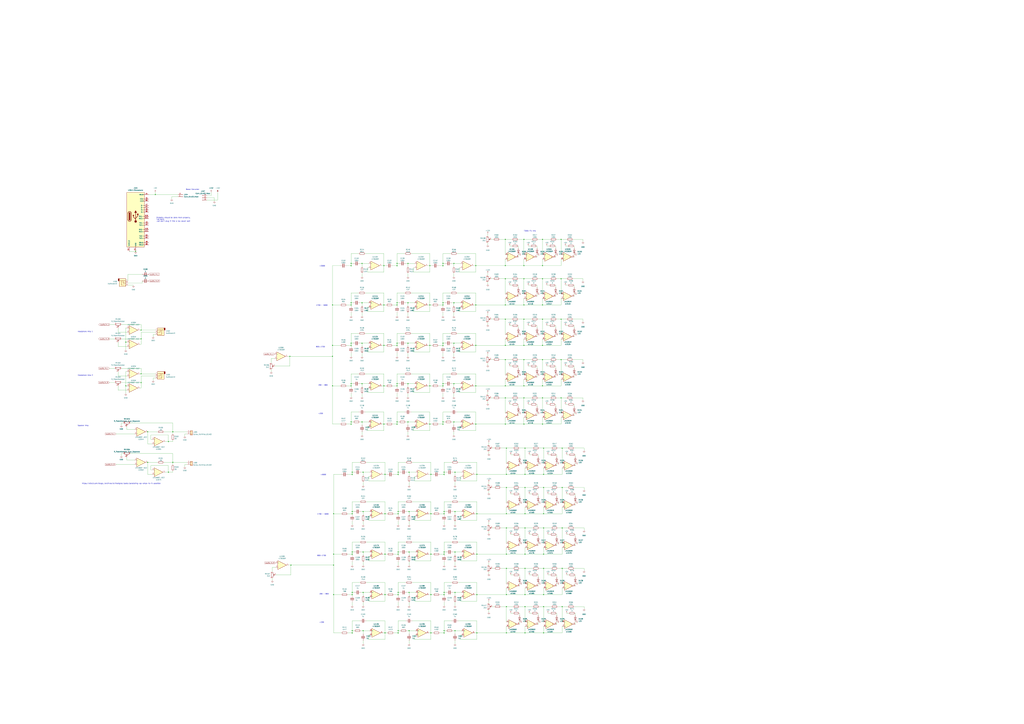
<source format=kicad_sch>
(kicad_sch (version 20211123) (generator eeschema)
  (paper "A0")
  (junction (at 462.28 735.33))
  (junction (at 462.28 551.18))
  (junction (at 514.35 351.79))
  (junction (at 588.01 704.85))
  (junction (at 447.04 643.89))
  (junction (at 462.28 732.79))
  (junction (at 588.01 643.89))
  (junction (at 163.83 393.7))
  (junction (at 387.35 643.89))
  (junction (at 631.19 643.89))
  (junction (at 500.38 735.33))
  (junction (at 631.19 690.88))
  (junction (at 420.37 306.07))
  (junction (at 407.67 354.33))
  (junction (at 500.38 690.88))
  (junction (at 462.28 643.89))
  (junction (at 514.35 306.07))
  (junction (at 462.28 594.36))
  (junction (at 407.67 308.61))
  (junction (at 608.33 417.83))
  (junction (at 629.92 323.85))
  (junction (at 652.78 704.85))
  (junction (at 461.01 398.78))
  (junction (at 608.33 370.84))
  (junction (at 461.01 351.79))
  (junction (at 586.74 370.84))
  (junction (at 515.62 641.35))
  (junction (at 407.67 306.07))
  (junction (at 461.01 308.61))
  (junction (at 386.08 401.32))
  (junction (at 515.62 643.89))
  (junction (at 473.71 398.78))
  (junction (at 631.19 613.41))
  (junction (at 527.05 351.79))
  (junction (at 421.64 732.79))
  (junction (at 608.33 323.85))
  (junction (at 514.35 490.22))
  (junction (at 586.74 401.32))
  (junction (at 515.62 548.64))
  (junction (at 445.77 401.32))
  (junction (at 445.77 354.33))
  (junction (at 499.11 308.61))
  (junction (at 499.11 354.33))
  (junction (at 445.77 308.61))
  (junction (at 499.11 492.76))
  (junction (at 499.11 448.31))
  (junction (at 552.45 401.32))
  (junction (at 552.45 492.76))
  (junction (at 552.45 448.31))
  (junction (at 499.11 401.32))
  (junction (at 552.45 308.61))
  (junction (at 552.45 354.33))
  (junction (at 445.77 492.76))
  (junction (at 445.77 448.31))
  (junction (at 528.32 548.64))
  (junction (at 407.67 492.76))
  (junction (at 629.92 278.13))
  (junction (at 586.74 308.61))
  (junction (at 200.66 537.21))
  (junction (at 462.28 548.64))
  (junction (at 462.28 688.34))
  (junction (at 146.05 448.31))
  (junction (at 609.6 660.4))
  (junction (at 407.67 401.32))
  (junction (at 474.98 594.36))
  (junction (at 586.74 278.13))
  (junction (at 515.62 594.36))
  (junction (at 527.05 398.78))
  (junction (at 652.78 520.7))
  (junction (at 588.01 690.88))
  (junction (at 408.94 548.64))
  (junction (at 609.6 690.88))
  (junction (at 629.92 354.33))
  (junction (at 461.01 448.31))
  (junction (at 588.01 566.42))
  (junction (at 651.51 278.13))
  (junction (at 527.05 490.22))
  (junction (at 588.01 735.33))
  (junction (at 407.67 445.77))
  (junction (at 500.38 551.18))
  (junction (at 588.01 596.9))
  (junction (at 474.98 688.34))
  (junction (at 500.38 643.89))
  (junction (at 629.92 370.84))
  (junction (at 608.33 448.31))
  (junction (at 408.94 735.33))
  (junction (at 631.19 735.33))
  (junction (at 163.83 444.5))
  (junction (at 514.35 492.76))
  (junction (at 608.33 492.76))
  (junction (at 629.92 417.83))
  (junction (at 553.72 735.33))
  (junction (at 629.92 401.32))
  (junction (at 588.01 660.4))
  (junction (at 629.92 492.76))
  (junction (at 631.19 596.9))
  (junction (at 528.32 594.36))
  (junction (at 408.94 641.35))
  (junction (at 387.35 690.88))
  (junction (at 420.37 445.77))
  (junction (at 171.45 501.65))
  (junction (at 631.19 660.4))
  (junction (at 171.45 537.21))
  (junction (at 473.71 306.07))
  (junction (at 629.92 448.31))
  (junction (at 447.04 551.18))
  (junction (at 447.04 596.9))
  (junction (at 407.67 448.31))
  (junction (at 514.35 448.31))
  (junction (at 195.58 513.08))
  (junction (at 447.04 735.33))
  (junction (at 195.58 548.64))
  (junction (at 420.37 398.78))
  (junction (at 586.74 417.83))
  (junction (at 609.6 643.89))
  (junction (at 652.78 613.41))
  (junction (at 420.37 490.22))
  (junction (at 631.19 566.42))
  (junction (at 515.62 688.34))
  (junction (at 473.71 490.22))
  (junction (at 337.82 656.59))
  (junction (at 447.04 690.88))
  (junction (at 408.94 551.18))
  (junction (at 586.74 492.76))
  (junction (at 629.92 308.61))
  (junction (at 461.01 354.33))
  (junction (at 474.98 732.79))
  (junction (at 462.28 596.9))
  (junction (at 553.72 643.89))
  (junction (at 407.67 490.22))
  (junction (at 461.01 490.22))
  (junction (at 387.35 656.59))
  (junction (at 609.6 596.9))
  (junction (at 651.51 462.28))
  (junction (at 609.6 520.7))
  (junction (at 586.74 354.33))
  (junction (at 500.38 596.9))
  (junction (at 473.71 445.77))
  (junction (at 514.35 308.61))
  (junction (at 421.64 641.35))
  (junction (at 608.33 462.28))
  (junction (at 461.01 445.77))
  (junction (at 608.33 401.32))
  (junction (at 553.72 551.18))
  (junction (at 629.92 462.28))
  (junction (at 146.05 397.51))
  (junction (at 528.32 732.79))
  (junction (at 421.64 688.34))
  (junction (at 652.78 660.4))
  (junction (at 408.94 596.9))
  (junction (at 631.19 551.18))
  (junction (at 608.33 308.61))
  (junction (at 408.94 643.89))
  (junction (at 586.74 462.28))
  (junction (at 408.94 594.36))
  (junction (at 608.33 354.33))
  (junction (at 180.34 226.06))
  (junction (at 609.6 551.18))
  (junction (at 200.66 501.65))
  (junction (at 609.6 566.42))
  (junction (at 515.62 596.9))
  (junction (at 515.62 551.18))
  (junction (at 408.94 690.88))
  (junction (at 553.72 690.88))
  (junction (at 462.28 690.88))
  (junction (at 407.67 398.78))
  (junction (at 609.6 704.85))
  (junction (at 408.94 688.34))
  (junction (at 515.62 690.88))
  (junction (at 631.19 704.85))
  (junction (at 588.01 613.41))
  (junction (at 461.01 401.32))
  (junction (at 407.67 351.79))
  (junction (at 652.78 566.42))
  (junction (at 586.74 323.85))
  (junction (at 420.37 351.79))
  (junction (at 527.05 306.07))
  (junction (at 461.01 492.76))
  (junction (at 651.51 323.85))
  (junction (at 514.35 354.33))
  (junction (at 651.51 370.84))
  (junction (at 515.62 732.79))
  (junction (at 553.72 596.9))
  (junction (at 462.28 641.35))
  (junction (at 473.71 351.79))
  (junction (at 387.35 596.9))
  (junction (at 528.32 641.35))
  (junction (at 474.98 548.64))
  (junction (at 514.35 445.77))
  (junction (at 163.83 383.54))
  (junction (at 461.01 306.07))
  (junction (at 336.55 414.02))
  (junction (at 408.94 732.79))
  (junction (at 474.98 641.35))
  (junction (at 608.33 278.13))
  (junction (at 588.01 520.7))
  (junction (at 586.74 448.31))
  (junction (at 651.51 417.83))
  (junction (at 386.08 448.31))
  (junction (at 515.62 735.33))
  (junction (at 163.83 434.34))
  (junction (at 609.6 613.41))
  (junction (at 609.6 735.33))
  (junction (at 588.01 551.18))
  (junction (at 514.35 401.32))
  (junction (at 421.64 594.36))
  (junction (at 631.19 520.7))
  (junction (at 527.05 445.77))
  (junction (at 528.32 688.34))
  (junction (at 386.08 354.33))
  (junction (at 157.48 292.1))
  (junction (at 514.35 398.78))
  (junction (at 386.08 414.02))
  (junction (at 421.64 548.64))
  (wire (pts (xy 429.26 646.43) (xy 427.99 646.43)))
  (wire (pts (xy 515.62 641.35) (xy 518.16 641.35)))
  (wire (pts (xy 515.62 643.89) (xy 515.62 645.16)))
  (wire (pts (xy 314.96 421.64) (xy 314.96 416.56)))
  (wire (pts (xy 425.45 629.92) (xy 447.04 629.92)))
  (wire (pts (xy 613.41 378.46) (xy 615.95 378.46)))
  (wire (pts (xy 316.23 664.21) (xy 316.23 659.13)))
  (wire (pts (xy 500.38 551.18) (xy 500.38 558.8)))
  (wire (pts (xy 248.92 229.87) (xy 248.92 233.68)))
  (wire (pts (xy 623.57 388.62) (xy 623.57 391.16)))
  (wire (pts (xy 462.28 594.36) (xy 462.28 596.9)))
  (wire (pts (xy 462.28 690.88) (xy 462.28 688.34)))
  (wire (pts (xy 462.28 548.64) (xy 462.28 537.21)))
  (wire (pts (xy 552.45 387.35) (xy 552.45 401.32)))
  (wire (pts (xy 499.11 492.76) (xy 501.65 492.76)))
  (wire (pts (xy 481.33 737.87) (xy 481.33 742.95)))
  (wire (pts (xy 509.27 492.76) (xy 514.35 492.76)))
  (wire (pts (xy 646.43 631.19) (xy 646.43 633.73)))
  (wire (pts (xy 163.83 436.88) (xy 180.34 436.88)))
  (wire (pts (xy 609.6 613.41) (xy 609.6 631.19)))
  (wire (pts (xy 461.01 351.79) (xy 461.01 340.36)))
  (wire (pts (xy 500.38 735.33) (xy 502.92 735.33)))
  (wire (pts (xy 407.67 363.22) (xy 407.67 367.03)))
  (wire (pts (xy 447.04 735.33) (xy 449.58 735.33)))
  (wire (pts (xy 336.55 425.45) (xy 318.77 425.45)))
  (wire (pts (xy 474.98 594.36) (xy 474.98 598.17)))
  (wire (pts (xy 534.67 604.52) (xy 553.72 604.52)))
  (wire (pts (xy 645.16 295.91) (xy 645.16 298.45)))
  (wire (pts (xy 676.91 278.13) (xy 676.91 280.67)))
  (wire (pts (xy 514.35 398.78) (xy 514.35 387.35)))
  (wire (pts (xy 588.01 704.85) (xy 588.01 722.63)))
  (wire (pts (xy 500.38 596.9) (xy 502.92 596.9)))
  (wire (pts (xy 447.04 629.92) (xy 447.04 643.89)))
  (wire (pts (xy 402.59 492.76) (xy 407.67 492.76)))
  (wire (pts (xy 651.51 462.28) (xy 651.51 480.06)))
  (wire (pts (xy 444.5 735.33) (xy 447.04 735.33)))
  (wire (pts (xy 657.86 528.32) (xy 660.4 528.32)))
  (wire (pts (xy 651.51 323.85) (xy 657.86 323.85)))
  (wire (pts (xy 631.19 660.4) (xy 631.19 678.18)))
  (wire (pts (xy 609.6 566.42) (xy 618.49 566.42)))
  (wire (pts (xy 419.1 688.34) (xy 421.64 688.34)))
  (wire (pts (xy 407.67 490.22) (xy 410.21 490.22)))
  (wire (pts (xy 629.92 448.31) (xy 651.51 448.31)))
  (wire (pts (xy 552.45 401.32) (xy 586.74 401.32)))
  (wire (pts (xy 668.02 678.18) (xy 668.02 680.72)))
  (wire (pts (xy 549.91 492.76) (xy 552.45 492.76)))
  (wire (pts (xy 137.16 381) (xy 137.16 386.08)))
  (wire (pts (xy 421.64 688.34) (xy 429.26 688.34)))
  (wire (pts (xy 461.01 306.07) (xy 463.55 306.07)))
  (wire (pts (xy 601.98 388.62) (xy 601.98 391.16)))
  (wire (pts (xy 532.13 537.21) (xy 553.72 537.21)))
  (wire (pts (xy 646.43 462.28) (xy 651.51 462.28)))
  (wire (pts (xy 530.86 340.36) (xy 552.45 340.36)))
  (wire (pts (xy 481.33 450.85) (xy 480.06 450.85)))
  (wire (pts (xy 631.19 596.9) (xy 631.19 589.28)))
  (wire (pts (xy 614.68 528.32) (xy 617.22 528.32)))
  (wire (pts (xy 623.57 285.75) (xy 623.57 288.29)))
  (wire (pts (xy 147.32 499.11) (xy 156.21 499.11)))
  (wire (pts (xy 477.52 478.79) (xy 499.11 478.79)))
  (wire (pts (xy 407.67 448.31) (xy 407.67 449.58)))
  (wire (pts (xy 481.33 599.44) (xy 481.33 604.52)))
  (wire (pts (xy 629.92 462.28) (xy 629.92 480.06)))
  (wire (pts (xy 530.86 434.34) (xy 552.45 434.34)))
  (wire (pts (xy 586.74 323.85) (xy 586.74 341.63)))
  (wire (pts (xy 631.19 596.9) (xy 652.78 596.9)))
  (wire (pts (xy 609.6 643.89) (xy 609.6 636.27)))
  (wire (pts (xy 553.72 551.18) (xy 588.01 551.18)))
  (wire (pts (xy 601.98 278.13) (xy 608.33 278.13)))
  (wire (pts (xy 551.18 596.9) (xy 553.72 596.9)))
  (wire (pts (xy 656.59 378.46) (xy 659.13 378.46)))
  (wire (pts (xy 396.24 690.88) (xy 387.35 690.88)))
  (wire (pts (xy 462.28 596.9) (xy 462.28 598.17)))
  (wire (pts (xy 530.86 478.79) (xy 552.45 478.79)))
  (wire (pts (xy 666.75 378.46) (xy 666.75 381)))
  (wire (pts (xy 140.97 377.19) (xy 163.83 377.19)))
  (wire (pts (xy 455.93 308.61) (xy 461.01 308.61)))
  (wire (pts (xy 163.83 427.99) (xy 163.83 434.34)))
  (wire (pts (xy 316.23 659.13) (xy 320.04 659.13)))
  (wire (pts (xy 668.02 631.19) (xy 668.02 633.73)))
  (wire (pts (xy 461.01 445.77) (xy 461.01 434.34)))
  (wire (pts (xy 420.37 317.5) (xy 420.37 321.31)))
  (wire (pts (xy 645.16 435.61) (xy 645.16 438.15)))
  (wire (pts (xy 408.94 596.9) (xy 408.94 598.17)))
  (wire (pts (xy 127 444.5) (xy 133.35 444.5)))
  (wire (pts (xy 514.35 387.35) (xy 523.24 387.35)))
  (wire (pts (xy 337.82 668.02) (xy 320.04 668.02)))
  (wire (pts (xy 514.35 410.21) (xy 514.35 414.02)))
  (wire (pts (xy 427.99 737.87) (xy 427.99 742.95)))
  (wire (pts (xy 407.67 448.31) (xy 407.67 445.77)))
  (wire (pts (xy 515.62 629.92) (xy 524.51 629.92)))
  (wire (pts (xy 407.67 457.2) (xy 407.67 461.01)))
  (wire (pts (xy 407.67 445.77) (xy 407.67 434.34)))
  (wire (pts (xy 387.35 656.59) (xy 387.35 643.89)))
  (wire (pts (xy 147.32 381) (xy 146.05 381)))
  (wire (pts (xy 471.17 398.78) (xy 473.71 398.78)))
  (wire (pts (xy 420.37 445.77) (xy 427.99 445.77)))
  (wire (pts (xy 629.92 492.76) (xy 651.51 492.76)))
  (wire (pts (xy 514.35 434.34) (xy 523.24 434.34)))
  (wire (pts (xy 566.42 271.78) (xy 566.42 274.32)))
  (wire (pts (xy 624.84 462.28) (xy 629.92 462.28)))
  (wire (pts (xy 473.71 445.77) (xy 473.71 449.58)))
  (wire (pts (xy 601.98 331.47) (xy 601.98 334.01)))
  (wire (pts (xy 629.92 448.31) (xy 629.92 440.69)))
  (wire (pts (xy 474.98 605.79) (xy 474.98 609.6)))
  (wire (pts (xy 515.62 594.36) (xy 518.16 594.36)))
  (wire (pts (xy 499.11 448.31) (xy 501.65 448.31)))
  (wire (pts (xy 180.34 388.62) (xy 177.8 388.62)))
  (wire (pts (xy 444.5 596.9) (xy 447.04 596.9)))
  (wire (pts (xy 668.02 621.03) (xy 668.02 623.57)))
  (wire (pts (xy 499.11 354.33) (xy 499.11 361.95)))
  (wire (pts (xy 419.1 548.64) (xy 421.64 548.64)))
  (wire (pts (xy 553.72 537.21) (xy 553.72 551.18)))
  (wire (pts (xy 614.68 712.47) (xy 617.22 712.47)))
  (wire (pts (xy 499.11 308.61) (xy 499.11 316.23)))
  (wire (pts (xy 528.32 641.35) (xy 528.32 645.16)))
  (wire (pts (xy 386.08 354.33) (xy 394.97 354.33)))
  (wire (pts (xy 482.6 646.43) (xy 481.33 646.43)))
  (wire (pts (xy 666.75 520.7) (xy 678.18 520.7)))
  (wire (pts (xy 668.02 574.04) (xy 668.02 576.58)))
  (wire (pts (xy 146.05 448.31) (xy 146.05 457.2)))
  (wire (pts (xy 402.59 448.31) (xy 407.67 448.31)))
  (wire (pts (xy 586.74 492.76) (xy 586.74 485.14)))
  (wire (pts (xy 528.32 548.64) (xy 535.94 548.64)))
  (wire (pts (xy 461.01 448.31) (xy 461.01 445.77)))
  (wire (pts (xy 603.25 566.42) (xy 609.6 566.42)))
  (wire (pts (xy 473.71 351.79) (xy 473.71 355.6)))
  (wire (pts (xy 461.01 398.78) (xy 461.01 387.35)))
  (wire (pts (xy 515.62 582.93) (xy 524.51 582.93)))
  (wire (pts (xy 609.6 735.33) (xy 609.6 727.71)))
  (wire (pts (xy 147.32 495.3) (xy 147.32 499.11)))
  (wire (pts (xy 386.08 401.32) (xy 394.97 401.32)))
  (wire (pts (xy 429.26 553.72) (xy 427.99 553.72)))
  (wire (pts (xy 603.25 621.03) (xy 603.25 623.57)))
  (wire (pts (xy 481.33 698.5) (xy 500.38 698.5)))
  (wire (pts (xy 146.05 397.51) (xy 146.05 406.4)))
  (wire (pts (xy 407.67 398.78) (xy 407.67 387.35)))
  (wire (pts (xy 528.32 732.79) (xy 535.94 732.79)))
  (wire (pts (xy 245.11 223.52) (xy 245.11 227.33)))
  (wire (pts (xy 646.43 278.13) (xy 651.51 278.13)))
  (wire (pts (xy 461.01 490.22) (xy 463.55 490.22)))
  (wire (pts (xy 175.26 510.54) (xy 176.53 510.54)))
  (wire (pts (xy 407.67 306.07) (xy 410.21 306.07)))
  (wire (pts (xy 608.33 323.85) (xy 608.33 341.63)))
  (wire (pts (xy 514.35 308.61) (xy 514.35 309.88)))
  (wire (pts (xy 651.51 401.32) (xy 651.51 393.7)))
  (wire (pts (xy 609.6 690.88) (xy 631.19 690.88)))
  (wire (pts (xy 678.18 704.85) (xy 678.18 707.39)))
  (wire (pts (xy 445.77 492.76) (xy 448.31 492.76)))
  (wire (pts (xy 163.83 393.7) (xy 163.83 386.08)))
  (wire (pts (xy 624.84 278.13) (xy 629.92 278.13)))
  (wire (pts (xy 678.18 613.41) (xy 678.18 615.95)))
  (wire (pts (xy 387.35 735.33) (xy 387.35 690.88)))
  (wire (pts (xy 534.67 646.43) (xy 534.67 651.51)))
  (wire (pts (xy 525.78 688.34) (xy 528.32 688.34)))
  (wire (pts (xy 426.72 403.86) (xy 426.72 408.94)))
  (wire (pts (xy 137.16 448.31) (xy 137.16 453.39)))
  (wire (pts (xy 635 331.47) (xy 637.54 331.47)))
  (wire (pts (xy 424.18 340.36) (xy 445.77 340.36)))
  (wire (pts (xy 593.09 712.47) (xy 595.63 712.47)))
  (wire (pts (xy 462.28 643.89) (xy 462.28 645.16)))
  (wire (pts (xy 425.45 537.21) (xy 447.04 537.21)))
  (wire (pts (xy 588.01 566.42) (xy 595.63 566.42)))
  (wire (pts (xy 567.69 698.5) (xy 567.69 701.04)))
  (wire (pts (xy 481.33 558.8) (xy 500.38 558.8)))
  (wire (pts (xy 527.05 363.22) (xy 527.05 367.03)))
  (wire (pts (xy 509.27 308.61) (xy 514.35 308.61)))
  (wire (pts (xy 608.33 401.32) (xy 608.33 393.7)))
  (wire (pts (xy 481.33 646.43) (xy 481.33 651.51)))
  (wire (pts (xy 497.84 735.33) (xy 500.38 735.33)))
  (wire (pts (xy 445.77 308.61) (xy 445.77 316.23)))
  (wire (pts (xy 534.67 450.85) (xy 533.4 450.85)))
  (wire (pts (xy 534.67 651.51) (xy 553.72 651.51)))
  (wire (pts (xy 200.66 537.21) (xy 200.66 539.75)))
  (wire (pts (xy 445.77 401.32) (xy 445.77 408.94)))
  (wire (pts (xy 608.33 278.13) (xy 608.33 295.91)))
  (wire (pts (xy 608.33 401.32) (xy 629.92 401.32)))
  (wire (pts (xy 645.16 469.9) (xy 645.16 472.44)))
  (wire (pts (xy 515.62 548.64) (xy 518.16 548.64)))
  (wire (pts (xy 566.42 374.65) (xy 566.42 377.19)))
  (wire (pts (xy 473.71 410.21) (xy 473.71 414.02)))
  (wire (pts (xy 586.74 354.33) (xy 608.33 354.33)))
  (wire (pts (xy 624.84 621.03) (xy 624.84 623.57)))
  (wire (pts (xy 676.91 417.83) (xy 676.91 420.37)))
  (wire (pts (xy 407.67 490.22) (xy 407.67 478.79)))
  (wire (pts (xy 408.94 721.36) (xy 417.83 721.36)))
  (wire (pts (xy 337.82 656.59) (xy 337.82 668.02)))
  (wire (pts (xy 515.62 690.88) (xy 515.62 688.34)))
  (wire (pts (xy 571.5 566.42) (xy 574.04 566.42)))
  (wire (pts (xy 473.71 306.07) (xy 473.71 309.88)))
  (wire (pts (xy 601.98 285.75) (xy 601.98 288.29)))
  (wire (pts (xy 567.69 560.07) (xy 567.69 562.61)))
  (wire (pts (xy 462.28 551.18) (xy 462.28 548.64)))
  (wire (pts (xy 195.58 548.64) (xy 195.58 541.02)))
  (wire (pts (xy 588.01 566.42) (xy 588.01 584.2)))
  (wire (pts (xy 533.4 403.86) (xy 533.4 408.94)))
  (wire (pts (xy 163.83 434.34) (xy 162.56 434.34)))
  (wire (pts (xy 514.35 351.79) (xy 514.35 354.33)))
  (wire (pts (xy 624.84 574.04) (xy 624.84 576.58)))
  (wire (pts (xy 474.98 548.64) (xy 482.6 548.64)))
  (wire (pts (xy 601.98 323.85) (xy 608.33 323.85)))
  (wire (pts (xy 586.74 308.61) (xy 586.74 300.99)))
  (wire (pts (xy 461.01 351.79) (xy 463.55 351.79)))
  (wire (pts (xy 447.04 690.88) (xy 447.04 698.5)))
  (wire (pts (xy 171.45 515.62) (xy 176.53 515.62)))
  (wire (pts (xy 195.58 505.46) (xy 175.26 505.46)))
  (wire (pts (xy 314.96 429.26) (xy 314.96 431.8)))
  (wire (pts (xy 527.05 457.2) (xy 527.05 461.01)))
  (wire (pts (xy 552.45 354.33) (xy 586.74 354.33)))
  (wire (pts (xy 149.86 292.1) (xy 157.48 292.1)))
  (wire (pts (xy 647.7 566.42) (xy 652.78 566.42)))
  (wire (pts (xy 528.32 594.36) (xy 535.94 594.36)))
  (wire (pts (xy 567.69 514.35) (xy 567.69 516.89)))
  (wire (pts (xy 527.05 317.5) (xy 527.05 321.31)))
  (wire (pts (xy 533.4 311.15) (xy 533.4 316.23)))
  (wire (pts (xy 472.44 594.36) (xy 474.98 594.36)))
  (wire (pts (xy 445.77 448.31) (xy 448.31 448.31)))
  (wire (pts (xy 191.77 513.08) (xy 195.58 513.08)))
  (wire (pts (xy 408.94 641.35) (xy 411.48 641.35)))
  (wire (pts (xy 535.94 553.72) (xy 534.67 553.72)))
  (wire (pts (xy 515.62 732.79) (xy 515.62 721.36)))
  (wire (pts (xy 652.78 660.4) (xy 652.78 678.18)))
  (wire (pts (xy 635 285.75) (xy 637.54 285.75)))
  (wire (pts (xy 496.57 308.61) (xy 499.11 308.61)))
  (wire (pts (xy 553.72 735.33) (xy 553.72 742.95)))
  (wire (pts (xy 408.94 732.79) (xy 411.48 732.79)))
  (wire (pts (xy 445.77 387.35) (xy 445.77 401.32)))
  (wire (pts (xy 666.75 331.47) (xy 666.75 334.01)))
  (wire (pts (xy 588.01 613.41) (xy 588.01 631.19)))
  (wire (pts (xy 407.67 387.35) (xy 416.56 387.35)))
  (wire (pts (xy 461.01 457.2) (xy 461.01 461.01)))
  (wire (pts (xy 481.33 604.52) (xy 500.38 604.52)))
  (wire (pts (xy 134.62 504.19) (xy 156.21 504.19)))
  (wire (pts (xy 603.25 631.19) (xy 603.25 633.73)))
  (wire (pts (xy 426.72 450.85) (xy 426.72 455.93)))
  (wire (pts (xy 426.72 500.38) (xy 445.77 500.38)))
  (wire (pts (xy 665.48 417.83) (xy 676.91 417.83)))
  (wire (pts (xy 336.55 414.02) (xy 386.08 414.02)))
  (wire (pts (xy 586.74 278.13) (xy 594.36 278.13)))
  (wire (pts (xy 535.94 693.42) (xy 534.67 693.42)))
  (wire (pts (xy 629.92 323.85) (xy 629.92 341.63)))
  (wire (pts (xy 570.23 278.13) (xy 572.77 278.13)))
  (wire (pts (xy 387.35 643.89) (xy 387.35 596.9)))
  (wire (pts (xy 417.83 351.79) (xy 420.37 351.79)))
  (wire (pts (xy 515.62 676.91) (xy 524.51 676.91)))
  (wire (pts (xy 586.74 370.84) (xy 594.36 370.84)))
  (wire (pts (xy 481.33 693.42) (xy 481.33 698.5)))
  (wire (pts (xy 252.73 223.52) (xy 252.73 232.41)))
  (wire (pts (xy 462.28 732.79) (xy 462.28 721.36)))
  (wire (pts (xy 429.26 737.87) (xy 427.99 737.87)))
  (wire (pts (xy 570.23 323.85) (xy 572.77 323.85)))
  (wire (pts (xy 472.44 732.79) (xy 474.98 732.79)))
  (wire (pts (xy 553.72 629.92) (xy 553.72 643.89)))
  (wire (pts (xy 477.52 387.35) (xy 499.11 387.35)))
  (wire (pts (xy 462.28 735.33) (xy 462.28 736.6)))
  (wire (pts (xy 462.28 690.88) (xy 462.28 692.15)))
  (wire (pts (xy 525.78 548.64) (xy 528.32 548.64)))
  (wire (pts (xy 614.68 668.02) (xy 617.22 668.02)))
  (wire (pts (xy 336.55 414.02) (xy 336.55 425.45)))
  (wire (pts (xy 146.05 448.31) (xy 147.32 448.31)))
  (wire (pts (xy 461.01 351.79) (xy 461.01 354.33)))
  (wire (pts (xy 424.18 478.79) (xy 445.77 478.79)))
  (wire (pts (xy 427.99 604.52) (xy 447.04 604.52)))
  (wire (pts (xy 514.35 401.32) (xy 514.35 402.59)))
  (wire (pts (xy 407.67 478.79) (xy 416.56 478.79)))
  (wire (pts (xy 676.91 323.85) (xy 676.91 326.39)))
  (wire (pts (xy 646.43 712.47) (xy 646.43 715.01)))
  (wire (pts (xy 514.35 306.07) (xy 514.35 294.64)))
  (wire (pts (xy 172.72 226.06) (xy 180.34 226.06)))
  (wire (pts (xy 457.2 690.88) (xy 462.28 690.88)))
  (wire (pts (xy 455.93 354.33) (xy 461.01 354.33)))
  (wire (pts (xy 461.01 387.35) (xy 469.9 387.35)))
  (wire (pts (xy 314.96 416.56) (xy 318.77 416.56)))
  (wire (pts (xy 549.91 401.32) (xy 552.45 401.32)))
  (wire (pts (xy 427.99 356.87) (xy 426.72 356.87)))
  (wire (pts (xy 480.06 403.86) (xy 480.06 408.94)))
  (wire (pts (xy 402.59 308.61) (xy 407.67 308.61)))
  (wire (pts (xy 593.09 621.03) (xy 595.63 621.03)))
  (wire (pts (xy 534.67 742.95) (xy 553.72 742.95)))
  (wire (pts (xy 631.19 735.33) (xy 652.78 735.33)))
  (wire (pts (xy 571.5 520.7) (xy 574.04 520.7)))
  (wire (pts (xy 609.6 660.4) (xy 609.6 678.18)))
  (wire (pts (xy 530.86 294.64) (xy 552.45 294.64)))
  (wire (pts (xy 515.62 688.34) (xy 518.16 688.34)))
  (wire (pts (xy 549.91 308.61) (xy 552.45 308.61)))
  (wire (pts (xy 514.35 478.79) (xy 523.24 478.79)))
  (wire (pts (xy 462.28 721.36) (xy 471.17 721.36)))
  (wire (pts (xy 408.94 605.79) (xy 408.94 609.6)))
  (wire (pts (xy 473.71 398.78) (xy 481.33 398.78)))
  (wire (pts (xy 417.83 445.77) (xy 420.37 445.77)))
  (wire (pts (xy 427.99 558.8) (xy 447.04 558.8)))
  (wire (pts (xy 472.44 688.34) (xy 474.98 688.34)))
  (wire (pts (xy 474.98 594.36) (xy 482.6 594.36)))
  (wire (pts (xy 499.11 340.36) (xy 499.11 354.33)))
  (wire (pts (xy 408.94 690.88) (xy 408.94 692.15)))
  (wire (pts (xy 462.28 537.21) (xy 471.17 537.21)))
  (wire (pts (xy 580.39 278.13) (xy 586.74 278.13)))
  (wire (pts (xy 629.92 370.84) (xy 629.92 388.62)))
  (wire (pts (xy 403.86 551.18) (xy 408.94 551.18)))
  (wire (pts (xy 586.74 462.28) (xy 594.36 462.28)))
  (wire (pts (xy 586.74 492.76) (xy 608.33 492.76)))
  (wire (pts (xy 624.84 712.47) (xy 624.84 715.01)))
  (wire (pts (xy 645.16 341.63) (xy 645.16 344.17)))
  (wire (pts (xy 480.06 450.85) (xy 480.06 455.93)))
  (wire (pts (xy 586.74 401.32) (xy 586.74 393.7)))
  (wire (pts (xy 515.62 721.36) (xy 524.51 721.36)))
  (wire (pts (xy 571.5 660.4) (xy 574.04 660.4)))
  (wire (pts (xy 652.78 643.89) (xy 652.78 636.27)))
  (wire (pts (xy 200.66 513.08) (xy 200.66 511.81)))
  (wire (pts (xy 482.6 553.72) (xy 481.33 553.72)))
  (wire (pts (xy 387.35 596.9) (xy 396.24 596.9)))
  (wire (pts (xy 624.84 538.48) (xy 624.84 541.02)))
  (wire (pts (xy 651.51 323.85) (xy 651.51 341.63)))
  (wire (pts (xy 566.42 466.09) (xy 566.42 468.63)))
  (wire (pts (xy 645.16 480.06) (xy 645.16 482.6)))
  (wire (pts (xy 651.51 417.83) (xy 657.86 417.83)))
  (wire (pts (xy 474.98 744.22) (xy 474.98 748.03)))
  (wire (pts (xy 591.82 331.47) (xy 594.36 331.47)))
  (wire (pts (xy 534.67 403.86) (xy 533.4 403.86)))
  (wire (pts (xy 603.25 660.4) (xy 609.6 660.4)))
  (wire (pts (xy 591.82 285.75) (xy 594.36 285.75)))
  (wire (pts (xy 646.43 370.84) (xy 651.51 370.84)))
  (wire (pts (xy 567.69 570.23) (xy 567.69 572.77)))
  (wire (pts (xy 624.84 722.63) (xy 624.84 725.17)))
  (wire (pts (xy 408.94 643.89) (xy 408.94 645.16)))
  (wire (pts (xy 631.19 643.89) (xy 631.19 636.27)))
  (wire (pts (xy 420.37 351.79) (xy 427.99 351.79)))
  (wire (pts (xy 474.98 548.64) (xy 474.98 552.45)))
  (wire (pts (xy 420.37 306.07) (xy 427.99 306.07)))
  (wire (pts (xy 657.86 574.04) (xy 660.4 574.04)))
  (wire (pts (xy 588.01 704.85) (xy 595.63 704.85)))
  (wire (pts (xy 603.25 538.48) (xy 603.25 541.02)))
  (wire (pts (xy 665.48 323.85) (xy 676.91 323.85)))
  (wire (pts (xy 652.78 520.7) (xy 659.13 520.7)))
  (wire (pts (xy 570.23 462.28) (xy 572.77 462.28)))
  (wire (pts (xy 631.19 566.42) (xy 631.19 584.2)))
  (wire (pts (xy 163.83 444.5) (xy 163.83 436.88)))
  (wire (pts (xy 500.38 551.18) (xy 502.92 551.18)))
  (wire (pts (xy 551.18 690.88) (xy 553.72 690.88)))
  (wire (pts (xy 552.45 354.33) (xy 552.45 361.95)))
  (wire (pts (xy 631.19 520.7) (xy 631.19 538.48)))
  (wire (pts (xy 533.4 356.87) (xy 533.4 361.95)))
  (wire (pts (xy 629.92 370.84) (xy 638.81 370.84)))
  (wire (pts (xy 387.35 643.89) (xy 396.24 643.89)))
  (wire (pts (xy 445.77 478.79) (xy 445.77 492.76)))
  (wire (pts (xy 427.99 403.86) (xy 426.72 403.86)))
  (wire (pts (xy 447.04 582.93) (xy 447.04 596.9)))
  (wire (pts (xy 588.01 643.89) (xy 609.6 643.89)))
  (wire (pts (xy 515.62 551.18) (xy 515.62 552.45)))
  (wire (pts (xy 134.62 539.75) (xy 156.21 539.75)))
  (wire (pts (xy 514.35 306.07) (xy 516.89 306.07)))
  (wire (pts (xy 447.04 676.91) (xy 447.04 690.88)))
  (wire (pts (xy 552.45 340.36) (xy 552.45 354.33)))
  (wire (pts (xy 668.02 528.32) (xy 668.02 530.86)))
  (wire (pts (xy 480.06 316.23) (xy 499.11 316.23)))
  (wire (pts (xy 608.33 278.13) (xy 617.22 278.13)))
  (wire (pts (xy 447.04 735.33) (xy 447.04 742.95)))
  (wire (pts (xy 552.45 401.32) (xy 552.45 408.94)))
  (wire (pts (xy 603.25 678.18) (xy 603.25 680.72)))
  (wire (pts (xy 666.75 704.85) (xy 678.18 704.85)))
  (wire (pts (xy 601.98 435.61) (xy 601.98 438.15)))
  (wire (pts (xy 497.84 690.88) (xy 500.38 690.88)))
  (wire (pts (xy 567.69 708.66) (xy 567.69 711.2)))
  (wire (pts (xy 515.62 596.9) (xy 515.62 598.17)))
  (wire (pts (xy 163.83 383.54) (xy 162.56 383.54)))
  (wire (pts (xy 528.32 641.35) (xy 535.94 641.35)))
  (wire (pts (xy 534.67 553.72) (xy 534.67 558.8)))
  (wire (pts (xy 140.97 527.05) (xy 140.97 529.59)))
  (wire (pts (xy 631.19 613.41) (xy 640.08 613.41)))
  (wire (pts (xy 445.77 354.33) (xy 448.31 354.33)))
  (wire (pts (xy 480.06 408.94) (xy 499.11 408.94)))
  (wire (pts (xy 408.94 582.93) (xy 417.83 582.93)))
  (wire (pts (xy 421.64 732.79) (xy 421.64 736.6)))
  (wire (pts (xy 553.72 690.88) (xy 553.72 698.5)))
  (wire (pts (xy 478.79 582.93) (xy 500.38 582.93)))
  (wire (pts (xy 651.51 462.28) (xy 657.86 462.28)))
  (wire (pts (xy 553.72 643.89) (xy 553.72 651.51)))
  (wire (pts (xy 408.94 594.36) (xy 408.94 582.93)))
  (wire (pts (xy 635 425.45) (xy 637.54 425.45)))
  (wire (pts (xy 624.84 528.32) (xy 624.84 530.86)))
  (wire (pts (xy 420.37 398.78) (xy 420.37 402.59)))
  (wire (pts (xy 524.51 351.79) (xy 527.05 351.79)))
  (wire (pts (xy 613.41 285.75) (xy 615.95 285.75)))
  (wire (pts (xy 629.92 417.83) (xy 638.81 417.83)))
  (wire (pts (xy 462.28 676.91) (xy 471.17 676.91)))
  (wire (pts (xy 657.86 712.47) (xy 660.4 712.47)))
  (wire (pts (xy 666.75 435.61) (xy 666.75 438.15)))
  (wire (pts (xy 608.33 354.33) (xy 608.33 346.71)))
  (wire (pts (xy 137.16 386.08) (xy 147.32 386.08)))
  (wire (pts (xy 421.64 560.07) (xy 421.64 563.88)))
  (wire (pts (xy 527.05 398.78) (xy 527.05 402.59)))
  (wire (pts (xy 588.01 735.33) (xy 609.6 735.33)))
  (wire (pts (xy 403.86 643.89) (xy 408.94 643.89)))
  (wire (pts (xy 462.28 629.92) (xy 471.17 629.92)))
  (wire (pts (xy 462.28 594.36) (xy 462.28 582.93)))
  (wire (pts (xy 665.48 278.13) (xy 676.91 278.13)))
  (wire (pts (xy 402.59 401.32) (xy 407.67 401.32)))
  (wire (pts (xy 514.35 445.77) (xy 514.35 434.34)))
  (wire (pts (xy 608.33 370.84) (xy 608.33 388.62)))
  (wire (pts (xy 473.71 457.2) (xy 473.71 461.01)))
  (wire (pts (xy 652.78 704.85) (xy 659.13 704.85)))
  (wire (pts (xy 509.27 448.31) (xy 514.35 448.31)))
  (wire (pts (xy 636.27 668.02) (xy 638.81 668.02)))
  (wire (pts (xy 631.19 704.85) (xy 640.08 704.85)))
  (wire (pts (xy 601.98 417.83) (xy 608.33 417.83)))
  (wire (pts (xy 580.39 323.85) (xy 586.74 323.85)))
  (wire (pts (xy 566.42 317.5) (xy 566.42 320.04)))
  (wire (pts (xy 666.75 285.75) (xy 666.75 288.29)))
  (wire (pts (xy 477.52 294.64) (xy 499.11 294.64)))
  (wire (pts (xy 668.02 722.63) (xy 668.02 725.17)))
  (wire (pts (xy 461.01 340.36) (xy 469.9 340.36)))
  (wire (pts (xy 175.26 546.1) (xy 176.53 546.1)))
  (wire (pts (xy 533.4 361.95) (xy 552.45 361.95)))
  (wire (pts (xy 474.98 688.34) (xy 482.6 688.34)))
  (wire (pts (xy 624.84 668.02) (xy 624.84 670.56)))
  (wire (pts (xy 570.23 370.84) (xy 572.77 370.84)))
  (wire (pts (xy 407.67 492.76) (xy 407.67 490.22)))
  (wire (pts (xy 482.6 693.42) (xy 481.33 693.42)))
  (wire (pts (xy 614.68 621.03) (xy 617.22 621.03)))
  (wire (pts (xy 447.04 551.18) (xy 447.04 558.8)))
  (wire (pts (xy 601.98 469.9) (xy 601.98 472.44)))
  (wire (pts (xy 407.67 492.76) (xy 407.67 494.03)))
  (wire (pts (xy 591.82 469.9) (xy 594.36 469.9)))
  (wire (pts (xy 510.54 551.18) (xy 515.62 551.18)))
  (wire (pts (xy 474.98 732.79) (xy 482.6 732.79)))
  (wire (pts (xy 651.51 308.61) (xy 651.51 300.99)))
  (wire (pts (xy 646.43 722.63) (xy 646.43 725.17)))
  (wire (pts (xy 408.94 548.64) (xy 411.48 548.64)))
  (wire (pts (xy 588.01 551.18) (xy 588.01 543.56)))
  (wire (pts (xy 461.01 398.78) (xy 463.55 398.78)))
  (wire (pts (xy 668.02 668.02) (xy 668.02 670.56)))
  (wire (pts (xy 151.13 527.05) (xy 200.66 527.05)))
  (wire (pts (xy 499.11 434.34) (xy 499.11 448.31)))
  (wire (pts (xy 588.01 520.7) (xy 595.63 520.7)))
  (wire (pts (xy 515.62 732.79) (xy 518.16 732.79)))
  (wire (pts (xy 626.11 566.42) (xy 631.19 566.42)))
  (wire (pts (xy 171.45 537.21) (xy 182.88 537.21)))
  (wire (pts (xy 528.32 688.34) (xy 528.32 692.15)))
  (wire (pts (xy 586.74 448.31) (xy 586.74 440.69)))
  (wire (pts (xy 603.25 613.41) (xy 609.6 613.41)))
  (wire (pts (xy 624.84 631.19) (xy 624.84 633.73)))
  (wire (pts (xy 636.27 574.04) (xy 638.81 574.04)))
  (wire (pts (xy 334.01 414.02) (xy 336.55 414.02)))
  (wire (pts (xy 626.11 520.7) (xy 631.19 520.7)))
  (wire (pts (xy 457.2 643.89) (xy 462.28 643.89)))
  (wire (pts (xy 631.19 551.18) (xy 631.19 543.56)))
  (wire (pts (xy 165.1 328.93) (xy 165.1 326.39)))
  (wire (pts (xy 651.51 370.84) (xy 651.51 388.62)))
  (wire (pts (xy 147.32 431.8) (xy 146.05 431.8)))
  (wire (pts (xy 656.59 285.75) (xy 659.13 285.75)))
  (wire (pts (xy 175.26 505.46) (xy 175.26 510.54)))
  (wire (pts (xy 408.94 537.21) (xy 417.83 537.21)))
  (wire (pts (xy 652.78 735.33) (xy 652.78 727.71)))
  (wire (pts (xy 419.1 594.36) (xy 421.64 594.36)))
  (wire (pts (xy 462.28 732.79) (xy 464.82 732.79)))
  (wire (pts (xy 532.13 582.93) (xy 553.72 582.93)))
  (wire (pts (xy 499.11 354.33) (xy 501.65 354.33)))
  (wire (pts (xy 500.38 629.92) (xy 500.38 643.89)))
  (wire (pts (xy 553.72 721.36) (xy 553.72 735.33)))
  (wire (pts (xy 191.77 548.64) (xy 195.58 548.64)))
  (wire (pts (xy 528.32 688.34) (xy 535.94 688.34)))
  (wire (pts (xy 528.32 594.36) (xy 528.32 598.17)))
  (wire (pts (xy 645.16 388.62) (xy 645.16 391.16)))
  (wire (pts (xy 676.91 462.28) (xy 676.91 464.82)))
  (wire (pts (xy 408.94 732.79) (xy 408.94 721.36)))
  (wire (pts (xy 408.94 551.18) (xy 408.94 552.45)))
  (wire (pts (xy 127 377.19) (xy 133.35 377.19)))
  (wire (pts (xy 552.45 448.31) (xy 586.74 448.31)))
  (wire (pts (xy 553.72 735.33) (xy 588.01 735.33)))
  (wire (pts (xy 614.68 574.04) (xy 617.22 574.04)))
  (wire (pts (xy 534.67 311.15) (xy 533.4 311.15)))
  (wire (pts (xy 420.37 363.22) (xy 420.37 367.03)))
  (wire (pts (xy 646.43 584.2) (xy 646.43 586.74)))
  (wire (pts (xy 407.67 445.77) (xy 410.21 445.77)))
  (wire (pts (xy 407.67 308.61) (xy 407.67 306.07)))
  (wire (pts (xy 609.6 551.18) (xy 609.6 543.56)))
  (wire (pts (xy 588.01 596.9) (xy 588.01 589.28)))
  (wire (pts (xy 586.74 370.84) (xy 586.74 388.62)))
  (wire (pts (xy 586.74 354.33) (xy 586.74 346.71)))
  (wire (pts (xy 217.17 539.75) (xy 214.63 539.75)))
  (wire (pts (xy 445.77 401.32) (xy 448.31 401.32)))
  (wire (pts (xy 603.25 668.02) (xy 603.25 670.56)))
  (wire (pts (xy 608.33 370.84) (xy 617.22 370.84)))
  (wire (pts (xy 566.42 455.93) (xy 566.42 458.47)))
  (wire (pts (xy 666.75 613.41) (xy 678.18 613.41)))
  (wire (pts (xy 240.03 227.33) (xy 245.11 227.33)))
  (wire (pts (xy 408.94 735.33) (xy 408.94 732.79)))
  (wire (pts (xy 335.28 656.59) (xy 337.82 656.59)))
  (wire (pts (xy 443.23 401.32) (xy 445.77 401.32)))
  (wire (pts (xy 316.23 671.83) (xy 316.23 674.37)))
  (wire (pts (xy 482.6 599.44) (xy 481.33 599.44)))
  (wire (pts (xy 481.33 356.87) (xy 480.06 356.87)))
  (wire (pts (xy 657.86 668.02) (xy 660.4 668.02)))
  (wire (pts (xy 609.6 704.85) (xy 618.49 704.85)))
  (wire (pts (xy 408.94 641.35) (xy 408.94 629.92)))
  (wire (pts (xy 525.78 641.35) (xy 528.32 641.35)))
  (wire (pts (xy 623.57 378.46) (xy 623.57 381)))
  (wire (pts (xy 417.83 490.22) (xy 420.37 490.22)))
  (wire (pts (xy 443.23 492.76) (xy 445.77 492.76)))
  (wire (pts (xy 171.45 537.21) (xy 171.45 551.18)))
  (wire (pts (xy 427.99 698.5) (xy 447.04 698.5)))
  (wire (pts (xy 429.26 693.42) (xy 427.99 693.42)))
  (wire (pts (xy 567.69 664.21) (xy 567.69 666.75)))
  (wire (pts (xy 407.67 434.34) (xy 416.56 434.34)))
  (wire (pts (xy 207.01 228.6) (xy 199.39 228.6)))
  (wire (pts (xy 461.01 308.61) (xy 461.01 306.07)))
  (wire (pts (xy 500.38 596.9) (xy 500.38 604.52)))
  (wire (pts (xy 429.26 599.44) (xy 427.99 599.44)))
  (wire (pts (xy 651.51 354.33) (xy 651.51 346.71)))
  (wire (pts (xy 461.01 306.07) (xy 461.01 294.64)))
  (wire (pts (xy 515.62 548.64) (xy 515.62 537.21)))
  (wire (pts (xy 444.5 643.89) (xy 447.04 643.89)))
  (wire (pts (xy 586.74 417.83) (xy 586.74 435.61)))
  (wire (pts (xy 629.92 492.76) (xy 629.92 485.14)))
  (wire (pts (xy 417.83 306.07) (xy 420.37 306.07)))
  (wire (pts (xy 580.39 462.28) (xy 586.74 462.28)))
  (wire (pts (xy 588.01 520.7) (xy 588.01 538.48)))
  (wire (pts (xy 407.67 398.78) (xy 410.21 398.78)))
  (wire (pts (xy 586.74 401.32) (xy 608.33 401.32)))
  (wire (pts (xy 581.66 520.7) (xy 588.01 520.7)))
  (wire (pts (xy 676.91 370.84) (xy 676.91 373.38)))
  (wire (pts (xy 462.28 582.93) (xy 471.17 582.93)))
  (wire (pts (xy 462.28 688.34) (xy 464.82 688.34)))
  (wire (pts (xy 631.19 613.41) (xy 631.19 631.19)))
  (wire (pts (xy 462.28 688.34) (xy 462.28 676.91)))
  (wire (pts (xy 408.94 690.88) (xy 408.94 688.34)))
  (wire (pts (xy 426.72 356.87) (xy 426.72 361.95)))
  (wire (pts (xy 472.44 548.64) (xy 474.98 548.64)))
  (wire (pts (xy 471.17 351.79) (xy 473.71 351.79)))
  (wire (pts (xy 482.6 737.87) (xy 481.33 737.87)))
  (wire (pts (xy 609.6 566.42) (xy 609.6 584.2)))
  (wire (pts (xy 420.37 457.2) (xy 420.37 461.01)))
  (wire (pts (xy 407.67 401.32) (xy 407.67 402.59)))
  (wire (pts (xy 609.6 596.9) (xy 609.6 589.28)))
  (wire (pts (xy 514.35 398.78) (xy 516.89 398.78)))
  (wire (pts (xy 657.86 621.03) (xy 660.4 621.03)))
  (wire (pts (xy 447.04 690.88) (xy 449.58 690.88)))
  (wire (pts (xy 608.33 417.83) (xy 617.22 417.83)))
  (wire (pts (xy 566.42 411.48) (xy 566.42 414.02)))
  (wire (pts (xy 426.72 311.15) (xy 426.72 316.23)))
  (wire (pts (xy 553.72 676.91) (xy 553.72 690.88)))
  (wire (pts (xy 631.19 566.42) (xy 640.08 566.42)))
  (wire (pts (xy 421.64 605.79) (xy 421.64 609.6)))
  (wire (pts (xy 474.98 688.34) (xy 474.98 692.15)))
  (wire (pts (xy 408.94 688.34) (xy 408.94 676.91)))
  (wire (pts (xy 447.04 551.18) (xy 449.58 551.18)))
  (wire (pts (xy 609.6 735.33) (xy 631.19 735.33)))
  (wire (pts (xy 148.59 318.77) (xy 165.1 318.77)))
  (wire (pts (xy 567.69 607.06) (xy 567.69 609.6)))
  (wire (pts (xy 408.94 699.77) (xy 408.94 703.58)))
  (wire (pts (xy 567.69 654.05) (xy 567.69 656.59)))
  (wire (pts (xy 473.71 445.77) (xy 481.33 445.77)))
  (wire (pts (xy 457.2 735.33) (xy 462.28 735.33)))
  (wire (pts (xy 427.99 553.72) (xy 427.99 558.8)))
  (wire (pts (xy 515.62 605.79) (xy 515.62 609.6)))
  (wire (pts (xy 478.79 537.21) (xy 500.38 537.21)))
  (wire (pts (xy 515.62 643.89) (xy 515.62 641.35)))
  (wire (pts (xy 629.92 354.33) (xy 629.92 346.71)))
  (wire (pts (xy 533.4 495.3) (xy 533.4 500.38)))
  (wire (pts (xy 603.25 712.47) (xy 603.25 715.01)))
  (wire (pts (xy 651.51 370.84) (xy 657.86 370.84)))
  (wire (pts (xy 471.17 306.07) (xy 473.71 306.07)))
  (wire (pts (xy 534.67 356.87) (xy 533.4 356.87)))
  (wire (pts (xy 629.92 308.61) (xy 629.92 300.99)))
  (wire (pts (xy 666.75 469.9) (xy 666.75 472.44)))
  (wire (pts (xy 651.51 278.13) (xy 651.51 295.91)))
  (wire (pts (xy 427.99 693.42) (xy 427.99 698.5)))
  (wire (pts (xy 652.78 704.85) (xy 652.78 722.63)))
  (wire (pts (xy 421.64 699.77) (xy 421.64 703.58)))
  (wire (pts (xy 408.94 551.18) (xy 408.94 548.64)))
  (wire (pts (xy 481.33 495.3) (xy 480.06 495.3)))
  (wire (pts (xy 527.05 445.77) (xy 527.05 449.58)))
  (wire (pts (xy 461.01 308.61) (xy 461.01 309.88)))
  (wire (pts (xy 515.62 699.77) (xy 515.62 703.58)))
  (wire (pts (xy 462.28 641.35) (xy 462.28 629.92)))
  (wire (pts (xy 588.01 596.9) (xy 609.6 596.9)))
  (wire (pts (xy 425.45 582.93) (xy 447.04 582.93)))
  (wire (pts (xy 171.45 551.18) (xy 176.53 551.18)))
  (wire (pts (xy 613.41 425.45) (xy 615.95 425.45)))
  (wire (pts (xy 420.37 501.65) (xy 420.37 505.46)))
  (wire (pts (xy 425.45 676.91) (xy 447.04 676.91)))
  (wire (pts (xy 200.66 501.65) (xy 200.66 504.19)))
  (wire (pts (xy 408.94 688.34) (xy 411.48 688.34)))
  (wire (pts (xy 645.16 425.45) (xy 645.16 427.99)))
  (wire (pts (xy 588.01 613.41) (xy 595.63 613.41)))
  (wire (pts (xy 581.66 566.42) (xy 588.01 566.42)))
  (wire (pts (xy 146.05 381) (xy 146.05 397.51)))
  (wire (pts (xy 427.99 311.15) (xy 426.72 311.15)))
  (wire (pts (xy 407.67 401.32) (xy 407.67 398.78)))
  (wire (pts (xy 527.05 490.22) (xy 534.67 490.22)))
  (wire (pts (xy 588.01 735.33) (xy 588.01 727.71)))
  (wire (pts (xy 499.11 401.32) (xy 501.65 401.32)))
  (wire (pts (xy 552.45 308.61) (xy 586.74 308.61)))
  (wire (pts (xy 626.11 704.85) (xy 631.19 704.85)))
  (wire (pts (xy 631.19 551.18) (xy 652.78 551.18)))
  (wire (pts (xy 143.51 527.05) (xy 140.97 527.05)))
  (wire (pts (xy 514.35 340.36) (xy 523.24 340.36)))
  (wire (pts (xy 443.23 354.33) (xy 445.77 354.33)))
  (wire (pts (xy 480.06 361.95) (xy 499.11 361.95)))
  (wire (pts (xy 588.01 690.88) (xy 609.6 690.88)))
  (wire (pts (xy 532.13 629.92) (xy 553.72 629.92)))
  (wire (pts (xy 474.98 641.35) (xy 482.6 641.35)))
  (wire (pts (xy 629.92 401.32) (xy 629.92 393.7)))
  (wire (pts (xy 199.39 228.6) (xy 199.39 231.14)))
  (wire (pts (xy 447.04 643.89) (xy 449.58 643.89)))
  (wire (pts (xy 163.83 400.05) (xy 162.56 400.05)))
  (wire (pts (xy 461.01 401.32) (xy 461.01 398.78)))
  (wire (pts (xy 420.37 490.22) (xy 420.37 494.03)))
  (wire (pts (xy 500.38 537.21) (xy 500.38 551.18)))
  (wire (pts (xy 570.23 417.83) (xy 572.77 417.83)))
  (wire (pts (xy 586.74 417.83) (xy 594.36 417.83)))
  (wire (pts (xy 214.63 504.19) (xy 214.63 506.73)))
  (wire (pts (xy 608.33 308.61) (xy 629.92 308.61)))
  (wire (pts (xy 195.58 513.08) (xy 195.58 505.46)))
  (wire (pts (xy 148.59 331.47) (xy 154.94 331.47)))
  (wire (pts (xy 636.27 621.03) (xy 638.81 621.03)))
  (wire (pts (xy 588.01 551.18) (xy 609.6 551.18)))
  (wire (pts (xy 127 427.99) (xy 133.35 427.99)))
  (wire (pts (xy 586.74 323.85) (xy 594.36 323.85)))
  (wire (pts (xy 535.94 737.87) (xy 534.67 737.87)))
  (wire (pts (xy 337.82 656.59) (xy 387.35 656.59)))
  (wire (pts (xy 593.09 528.32) (xy 595.63 528.32)))
  (wire (pts (xy 407.67 351.79) (xy 410.21 351.79)))
  (wire (pts (xy 514.35 294.64) (xy 523.24 294.64)))
  (wire (pts (xy 200.66 548.64) (xy 200.66 547.37)))
  (wire (pts (xy 623.57 295.91) (xy 623.57 298.45)))
  (wire (pts (xy 499.11 401.32) (xy 499.11 408.94)))
  (wire (pts (xy 593.09 668.02) (xy 595.63 668.02)))
  (wire (pts (xy 481.33 651.51) (xy 500.38 651.51)))
  (wire (pts (xy 461.01 478.79) (xy 469.9 478.79)))
  (wire (pts (xy 647.7 660.4) (xy 652.78 660.4)))
  (wire (pts (xy 608.33 462.28) (xy 617.22 462.28)))
  (wire (pts (xy 608.33 323.85) (xy 617.22 323.85)))
  (wire (pts (xy 137.16 397.51) (xy 137.16 402.59)))
  (wire (pts (xy 447.04 643.89) (xy 447.04 651.51)))
  (wire (pts (xy 527.05 351.79) (xy 527.05 355.6)))
  (wire (pts (xy 426.72 408.94) (xy 445.77 408.94)))
  (wire (pts (xy 534.67 599.44) (xy 534.67 604.52)))
  (wire (pts (xy 462.28 643.89) (xy 462.28 641.35)))
  (wire (pts (xy 457.2 596.9) (xy 462.28 596.9)))
  (wire (pts (xy 665.48 370.84) (xy 676.91 370.84)))
  (wire (pts (xy 646.43 574.04) (xy 646.43 576.58)))
  (wire (pts (xy 623.57 480.06) (xy 623.57 482.6)))
  (wire (pts (xy 656.59 425.45) (xy 659.13 425.45)))
  (wire (pts (xy 528.32 605.79) (xy 528.32 609.6)))
  (wire (pts (xy 499.11 387.35) (xy 499.11 401.32)))
  (wire (pts (xy 407.67 410.21) (xy 407.67 414.02)))
  (wire (pts (xy 525.78 732.79) (xy 528.32 732.79)))
  (wire (pts (xy 462.28 551.18) (xy 462.28 552.45)))
  (wire (pts (xy 601.98 378.46) (xy 601.98 381)))
  (wire (pts (xy 473.71 490.22) (xy 481.33 490.22)))
  (wire (pts (xy 552.45 478.79) (xy 552.45 492.76)))
  (wire (pts (xy 514.35 401.32) (xy 514.35 398.78)))
  (wire (pts (xy 514.35 448.31) (xy 514.35 449.58)))
  (wire (pts (xy 444.5 690.88) (xy 447.04 690.88)))
  (wire (pts (xy 528.32 744.22) (xy 528.32 748.03)))
  (wire (pts (xy 180.34 226.06) (xy 180.34 223.52)))
  (wire (pts (xy 551.18 643.89) (xy 553.72 643.89)))
  (wire (pts (xy 417.83 398.78) (xy 420.37 398.78)))
  (wire (pts (xy 514.35 448.31) (xy 514.35 445.77)))
  (wire (pts (xy 609.6 704.85) (xy 609.6 722.63)))
  (wire (pts (xy 408.94 594.36) (xy 408.94 596.9)))
  (wire (pts (xy 586.74 278.13) (xy 586.74 295.91)))
  (wire (pts (xy 403.86 735.33) (xy 408.94 735.33)))
  (wire (pts (xy 528.32 652.78) (xy 528.32 656.59)))
  (wire (pts (xy 549.91 354.33) (xy 552.45 354.33)))
  (wire (pts (xy 500.38 582.93) (xy 500.38 596.9)))
  (wire (pts (xy 608.33 354.33) (xy 629.92 354.33)))
  (wire (pts (xy 127 393.7) (xy 133.35 393.7)))
  (wire (pts (xy 652.78 690.88) (xy 652.78 683.26)))
  (wire (pts (xy 533.4 455.93) (xy 552.45 455.93)))
  (wire (pts (xy 480.06 500.38) (xy 499.11 500.38)))
  (wire (pts (xy 530.86 387.35) (xy 552.45 387.35)))
  (wire (pts (xy 500.38 690.88) (xy 500.38 698.5)))
  (wire (pts (xy 419.1 732.79) (xy 421.64 732.79)))
  (wire (pts (xy 652.78 551.18) (xy 652.78 543.56)))
  (wire (pts (xy 588.01 690.88) (xy 588.01 683.26)))
  (wire (pts (xy 647.7 520.7) (xy 652.78 520.7)))
  (wire (pts (xy 515.62 652.78) (xy 515.62 656.59)))
  (wire (pts (xy 636.27 528.32) (xy 638.81 528.32)))
  (wire (pts (xy 474.98 732.79) (xy 474.98 736.6)))
  (wire (pts (xy 137.16 431.8) (xy 137.16 436.88)))
  (wire (pts (xy 515.62 537.21) (xy 524.51 537.21)))
  (wire (pts (xy 481.33 742.95) (xy 500.38 742.95)))
  (wire (pts (xy 609.6 660.4) (xy 618.49 660.4)))
  (wire (pts (xy 427.99 646.43) (xy 427.99 651.51)))
  (wire (pts (xy 581.66 613.41) (xy 588.01 613.41)))
  (wire (pts (xy 552.45 492.76) (xy 586.74 492.76)))
  (wire (pts (xy 527.05 445.77) (xy 534.67 445.77)))
  (wire (pts (xy 514.35 308.61) (xy 514.35 306.07)))
  (wire (pts (xy 180.34 434.34) (xy 163.83 434.34)))
  (wire (pts (xy 527.05 351.79) (xy 534.67 351.79)))
  (wire (pts (xy 668.02 584.2) (xy 668.02 586.74)))
  (wire (pts (xy 608.33 448.31) (xy 629.92 448.31)))
  (wire (pts (xy 601.98 295.91) (xy 601.98 298.45)))
  (wire (pts (xy 549.91 448.31) (xy 552.45 448.31)))
  (wire (pts (xy 631.19 704.85) (xy 631.19 722.63)))
  (wire (pts (xy 386.08 492.76) (xy 386.08 448.31)))
  (wire (pts (xy 647.7 704.85) (xy 652.78 704.85)))
  (wire (pts (xy 623.57 425.45) (xy 623.57 427.99)))
  (wire (pts (xy 407.67 354.33) (xy 407.67 355.6)))
  (wire (pts (xy 566.42 364.49) (xy 566.42 367.03)))
  (wire (pts (xy 652.78 613.41) (xy 652.78 631.19)))
  (wire (pts (xy 514.35 490.22) (xy 514.35 478.79)))
  (wire (pts (xy 462.28 699.77) (xy 462.28 703.58)))
  (wire (pts (xy 147.32 530.86) (xy 147.32 534.67)))
  (wire (pts (xy 214.63 539.75) (xy 214.63 542.29)))
  (wire (pts (xy 474.98 641.35) (xy 474.98 645.16)))
  (wire (pts (xy 455.93 448.31) (xy 461.01 448.31)))
  (wire (pts (xy 445.77 448.31) (xy 445.77 455.93)))
  (wire (pts (xy 588.01 643.89) (xy 588.01 636.27)))
  (wire (pts (xy 624.84 417.83) (xy 629.92 417.83)))
  (wire (pts (xy 591.82 425.45) (xy 594.36 425.45)))
  (wire (pts (xy 631.19 520.7) (xy 640.08 520.7)))
  (wire (pts (xy 527.05 398.78) (xy 534.67 398.78)))
  (wire (pts (xy 603.25 704.85) (xy 609.6 704.85)))
  (wire (pts (xy 534.67 558.8) (xy 553.72 558.8)))
  (wire (pts (xy 420.37 490.22) (xy 427.99 490.22)))
  (wire (pts (xy 421.64 548.64) (xy 421.64 552.45)))
  (wire (pts (xy 447.04 596.9) (xy 447.04 604.52)))
  (wire (pts (xy 515.62 688.34) (xy 515.62 676.91)))
  (wire (pts (xy 147.32 534.67) (xy 156.21 534.67)))
  (wire (pts (xy 552.45 294.64) (xy 552.45 308.61)))
  (wire (pts (xy 408.94 643.89) (xy 408.94 641.35)))
  (wire (pts (xy 420.37 306.07) (xy 420.37 309.88)))
  (wire (pts (xy 645.16 285.75) (xy 645.16 288.29)))
  (wire (pts (xy 143.51 491.49) (xy 140.97 491.49)))
  (wire (pts (xy 581.66 704.85) (xy 588.01 704.85)))
  (wire (pts (xy 424.18 434.34) (xy 445.77 434.34)))
  (wire (pts (xy 163.83 386.08) (xy 180.34 386.08)))
  (wire (pts (xy 553.72 643.89) (xy 588.01 643.89)))
  (wire (pts (xy 462.28 735.33) (xy 462.28 732.79)))
  (wire (pts (xy 427.99 742.95) (xy 447.04 742.95)))
  (wire (pts (xy 473.71 490.22) (xy 473.71 494.03)))
  (wire (pts (xy 394.97 448.31) (xy 386.08 448.31)))
  (wire (pts (xy 629.92 323.85) (xy 638.81 323.85)))
  (wire (pts (xy 478.79 676.91) (xy 500.38 676.91)))
  (wire (pts (xy 551.18 735.33) (xy 553.72 735.33)))
  (wire (pts (xy 481.33 311.15) (xy 480.06 311.15)))
  (wire (pts (xy 527.05 410.21) (xy 527.05 414.02)))
  (wire (pts (xy 678.18 520.7) (xy 678.18 523.24)))
  (wire (pts (xy 420.37 410.21) (xy 420.37 414.02)))
  (wire (pts (xy 240.03 229.87) (xy 248.92 229.87)))
  (wire (pts (xy 645.16 378.46) (xy 645.16 381)))
  (wire (pts (xy 608.33 492.76) (xy 629.92 492.76)))
  (wire (pts (xy 646.43 323.85) (xy 651.51 323.85)))
  (wire (pts (xy 646.43 668.02) (xy 646.43 670.56)))
  (wire (pts (xy 635 469.9) (xy 637.54 469.9)))
  (wire (pts (xy 403.86 690.88) (xy 408.94 690.88)))
  (wire (pts (xy 665.48 462.28) (xy 676.91 462.28)))
  (wire (pts (xy 652.78 613.41) (xy 659.13 613.41)))
  (wire (pts (xy 514.35 363.22) (xy 514.35 367.03)))
  (wire (pts (xy 535.94 646.43) (xy 534.67 646.43)))
  (wire (pts (xy 461.01 445.77) (xy 463.55 445.77)))
  (wire (pts (xy 195.58 548.64) (xy 200.66 548.64)))
  (wire (pts (xy 461.01 401.32) (xy 461.01 402.59)))
  (wire (pts (xy 553.72 551.18) (xy 553.72 558.8)))
  (wire (pts (xy 609.6 520.7) (xy 618.49 520.7)))
  (wire (pts (xy 500.38 735.33) (xy 500.38 742.95)))
  (wire (pts (xy 461.01 448.31) (xy 461.01 449.58)))
  (wire (pts (xy 461.01 410.21) (xy 461.01 414.02)))
  (wire (pts (xy 609.6 643.89) (xy 631.19 643.89)))
  (wire (pts (xy 552.45 308.61) (xy 552.45 316.23)))
  (wire (pts (xy 462.28 605.79) (xy 462.28 609.6)))
  (wire (pts (xy 624.84 584.2) (xy 624.84 586.74)))
  (wire (pts (xy 666.75 388.62) (xy 666.75 391.16)))
  (wire (pts (xy 646.43 621.03) (xy 646.43 623.57)))
  (wire (pts (xy 666.75 341.63) (xy 666.75 344.17)))
  (wire (pts (xy 510.54 596.9) (xy 515.62 596.9)))
  (wire (pts (xy 631.19 735.33) (xy 631.19 727.71)))
  (wire (pts (xy 402.59 354.33) (xy 407.67 354.33)))
  (wire (pts (xy 408.94 652.78) (xy 408.94 656.59)))
  (wire (pts (xy 480.06 311.15) (xy 480.06 316.23)))
  (wire (pts (xy 444.5 551.18) (xy 447.04 551.18)))
  (wire (pts (xy 609.6 613.41) (xy 618.49 613.41)))
  (wire (pts (xy 461.01 490.22) (xy 461.01 478.79)))
  (wire (pts (xy 646.43 538.48) (xy 646.43 541.02)))
  (wire (pts (xy 500.38 721.36) (xy 500.38 735.33)))
  (wire (pts (xy 646.43 528.32) (xy 646.43 530.86)))
  (wire (pts (xy 608.33 308.61) (xy 608.33 300.99)))
  (wire (pts (xy 666.75 295.91) (xy 666.75 298.45)))
  (wire (pts (xy 190.5 501.65) (xy 200.66 501.65)))
  (wire (pts (xy 631.19 690.88) (xy 652.78 690.88)))
  (wire (pts (xy 515.62 641.35) (xy 515.62 629.92)))
  (wire (pts (xy 553.72 596.9) (xy 588.01 596.9)))
  (wire (pts (xy 524.51 490.22) (xy 527.05 490.22)))
  (wire (pts (xy 500.38 643.89) (xy 502.92 643.89)))
  (wire (pts (xy 445.77 354.33) (xy 445.77 361.95)))
  (wire (pts (xy 603.25 528.32) (xy 603.25 530.86)))
  (wire (pts (xy 571.5 704.85) (xy 574.04 704.85)))
  (wire (pts (xy 396.24 735.33) (xy 387.35 735.33)))
  (wire (pts (xy 461.01 434.34) (xy 469.9 434.34)))
  (wire (pts (xy 408.94 676.91) (xy 417.83 676.91)))
  (wire (pts (xy 515.62 594.36) (xy 515.62 596.9)))
  (wire (pts (xy 609.6 551.18) (xy 631.19 551.18)))
  (wire (pts (xy 427.99 651.51) (xy 447.04 651.51)))
  (wire (pts (xy 217.17 504.19) (xy 214.63 504.19)))
  (wire (pts (xy 603.25 584.2) (xy 603.25 586.74)))
  (wire (pts (xy 645.16 331.47) (xy 645.16 334.01)))
  (wire (pts (xy 601.98 341.63) (xy 601.98 344.17)))
  (wire (pts (xy 473.71 501.65) (xy 473.71 505.46)))
  (wire (pts (xy 180.34 439.42) (xy 177.8 439.42)))
  (wire (pts (xy 407.67 306.07) (xy 407.67 294.64)))
  (wire (pts (xy 527.05 306.07) (xy 534.67 306.07)))
  (wire (pts (xy 408.94 548.64) (xy 408.94 537.21)))
  (wire (pts (xy 496.57 354.33) (xy 499.11 354.33)))
  (wire (pts (xy 566.42 281.94) (xy 566.42 284.48)))
  (wire (pts (xy 386.08 354.33) (xy 386.08 308.61)))
  (wire (pts (xy 200.66 501.65) (xy 217.17 501.65)))
  (wire (pts (xy 553.72 582.93) (xy 553.72 596.9)))
  (wire (pts (xy 471.17 490.22) (xy 473.71 490.22)))
  (wire (pts (xy 652.78 596.9) (xy 652.78 589.28)))
  (wire (pts (xy 474.98 699.77) (xy 474.98 703.58)))
  (wire (pts (xy 474.98 652.78) (xy 474.98 656.59)))
  (wire (pts (xy 462.28 548.64) (xy 464.82 548.64)))
  (wire (pts (xy 608.33 492.76) (xy 608.33 485.14)))
  (wire (pts (xy 613.41 331.47) (xy 615.95 331.47)))
  (wire (pts (xy 481.33 553.72) (xy 481.33 558.8)))
  (wire (pts (xy 651.51 448.31) (xy 651.51 440.69)))
  (wire (pts (xy 140.97 491.49) (xy 140.97 494.03)))
  (wire (pts (xy 629.92 401.32) (xy 651.51 401.32)))
  (wire (pts (xy 514.35 445.77) (xy 516.89 445.77)))
  (wire (pts (xy 631.19 660.4) (xy 640.08 660.4)))
  (wire (pts (xy 515.62 690.88) (xy 515.62 692.15)))
  (wire (pts (xy 515.62 735.33) (xy 515.62 736.6)))
  (wire (pts (xy 480.06 495.3) (xy 480.06 500.38)))
  (wire (pts (xy 509.27 401.32) (xy 514.35 401.32)))
  (wire (pts (xy 623.57 435.61) (xy 623.57 438.15)))
  (wire (pts (xy 481.33 403.86) (xy 480.06 403.86)))
  (wire (pts (xy 591.82 378.46) (xy 594.36 378.46)))
  (wire (pts (xy 552.45 492.76) (xy 552.45 500.38)))
  (wire (pts (xy 473.71 306.07) (xy 481.33 306.07)))
  (wire (pts (xy 421.64 641.35) (xy 429.26 641.35)))
  (wire (pts (xy 175.26 541.02) (xy 175.26 546.1)))
  (wire (pts (xy 496.57 401.32) (xy 499.11 401.32)))
  (wire (pts (xy 455.93 401.32) (xy 461.01 401.32)))
  (wire (pts (xy 421.64 652.78) (xy 421.64 656.59)))
  (wire (pts (xy 524.51 445.77) (xy 527.05 445.77)))
  (wire (pts (xy 646.43 678.18) (xy 646.43 680.72)))
  (wire (pts (xy 499.11 308.61) (xy 501.65 308.61)))
  (wire (pts (xy 426.72 495.3) (xy 426.72 500.38)))
  (wire (pts (xy 480.06 356.87) (xy 480.06 361.95)))
  (wire (pts (xy 553.72 596.9) (xy 553.72 604.52)))
  (wire (pts (xy 534.67 737.87) (xy 534.67 742.95)))
  (wire (pts (xy 527.05 490.22) (xy 527.05 494.03)))
  (wire (pts (xy 474.98 560.07) (xy 474.98 563.88)))
  (wire (pts (xy 601.98 370.84) (xy 608.33 370.84)))
  (wire (pts (xy 652.78 566.42) (xy 652.78 584.2)))
  (wire (pts (xy 163.83 393.7) (xy 163.83 400.05)))
  (wire (pts (xy 631.19 643.89) (xy 652.78 643.89)))
  (wire (pts (xy 624.84 370.84) (xy 629.92 370.84)))
  (wire (pts (xy 623.57 469.9) (xy 623.57 472.44)))
  (wire (pts (xy 496.57 492.76) (xy 499.11 492.76)))
  (wire (pts (xy 668.02 712.47) (xy 668.02 715.01)))
  (wire (pts (xy 137.16 402.59) (xy 147.32 402.59)))
  (wire (pts (xy 387.35 596.9) (xy 387.35 551.18)))
  (wire (pts (xy 387.35 690.88) (xy 387.35 656.59)))
  (wire (pts (xy 601.98 425.45) (xy 601.98 427.99)))
  (wire (pts (xy 552.45 448.31) (xy 552.45 455.93)))
  (wire (pts (xy 447.04 721.36) (xy 447.04 735.33)))
  (wire (pts (xy 403.86 596.9) (xy 408.94 596.9)))
  (wire (pts (xy 497.84 643.89) (xy 500.38 643.89)))
  (wire (pts (xy 514.35 351.79) (xy 516.89 351.79)))
  (wire (pts (xy 386.08 308.61) (xy 394.97 308.61)))
  (wire (pts (xy 421.64 548.64) (xy 429.26 548.64)))
  (wire (pts (xy 407.67 351.79) (xy 407.67 354.33)))
  (wire (pts (xy 652.78 566.42) (xy 659.13 566.42)))
  (wire (pts (xy 408.94 629.92) (xy 417.83 629.92)))
  (wire (pts (xy 171.45 501.65) (xy 182.88 501.65)))
  (wire (pts (xy 473.71 363.22) (xy 473.71 367.03)))
  (wire (pts (xy 609.6 690.88) (xy 609.6 683.26)))
  (wire (pts (xy 420.37 398.78) (xy 427.99 398.78)))
  (wire (pts (xy 629.92 278.13) (xy 638.81 278.13)))
  (wire (pts (xy 200.66 501.65) (xy 200.66 491.49)))
  (wire (pts (xy 608.33 448.31) (xy 608.33 440.69)))
  (wire (pts (xy 510.54 643.89) (xy 515.62 643.89)))
  (wire (pts (xy 528.32 699.77) (xy 528.32 703.58)))
  (wire (pts (xy 500.38 643.89) (xy 500.38 651.51)))
  (wire (pts (xy 586.74 462.28) (xy 586.74 480.06)))
  (wire (pts (xy 515.62 551.18) (xy 515.62 548.64)))
  (wire (pts (xy 525.78 594.36) (xy 528.32 594.36)))
  (wire (pts (xy 533.4 450.85) (xy 533.4 455.93)))
  (wire (pts (xy 462.28 652.78) (xy 462.28 656.59)))
  (wire (pts (xy 515.62 594.36) (xy 515.62 582.93)))
  (wire (pts (xy 426.72 361.95) (xy 445.77 361.95)))
  (wire (pts (xy 445.77 294.64) (xy 445.77 308.61)))
  (wire (pts (xy 424.18 387.35) (xy 445.77 387.35)))
  (wire (pts (xy 626.11 660.4) (xy 631.19 660.4)))
  (wire (pts (xy 421.64 732.79) (xy 429.26 732.79)))
  (wire (pts (xy 408.94 594.36) (xy 411.48 594.36)))
  (wire (pts (xy 427.99 450.85) (xy 426.72 450.85)))
  (wire (pts (xy 424.18 294.64) (xy 445.77 294.64)))
  (wire (pts (xy 407.67 351.79) (xy 407.67 340.36)))
  (wire (pts (xy 515.62 735.33) (xy 515.62 732.79)))
  (wire (pts (xy 514.35 351.79) (xy 514.35 340.36)))
  (wire (pts (xy 500.38 690.88) (xy 502.92 690.88)))
  (wire (pts (xy 533.4 316.23) (xy 552.45 316.23)))
  (wire (pts (xy 200.66 537.21) (xy 217.17 537.21)))
  (wire (pts (xy 613.41 469.9) (xy 615.95 469.9)))
  (wire (pts (xy 629.92 278.13) (xy 629.92 295.91)))
  (wire (pts (xy 656.59 469.9) (xy 659.13 469.9)))
  (wire (pts (xy 678.18 566.42) (xy 678.18 568.96)))
  (wire (pts (xy 636.27 712.47) (xy 638.81 712.47)))
  (wire (pts (xy 527.05 501.65) (xy 527.05 505.46)))
  (wire (pts (xy 532.13 721.36) (xy 553.72 721.36)))
  (wire (pts (xy 461.01 492.76) (xy 461.01 494.03)))
  (wire (pts (xy 629.92 462.28) (xy 638.81 462.28)))
  (wire (pts (xy 567.69 617.22) (xy 567.69 619.76)))
  (wire (pts (xy 407.67 308.61) (xy 407.67 309.88)))
  (wire (pts (xy 631.19 690.88) (xy 631.19 683.26)))
  (wire (pts (xy 646.43 417.83) (xy 651.51 417.83)))
  (wire (pts (xy 386.08 448.31) (xy 386.08 414.02)))
  (wire (pts (xy 177.8 439.42) (xy 177.8 441.96)))
  (wire (pts (xy 478.79 629.92) (xy 500.38 629.92)))
  (wire (pts (xy 177.8 388.62) (xy 177.8 391.16)))
  (wire (pts (xy 601.98 462.28) (xy 608.33 462.28)))
  (wire (pts (xy 533.4 500.38) (xy 552.45 500.38)))
  (wire (pts (xy 146.05 431.8) (xy 146.05 448.31)))
  (wire (pts (xy 477.52 340.36) (xy 499.11 340.36)))
  (wire (pts (xy 651.51 278.13) (xy 657.86 278.13)))
  (wire (pts (xy 140.97 393.7) (xy 163.83 393.7)))
  (wire (pts (xy 514.35 354.33) (xy 514.35 355.6)))
  (wire (pts (xy 586.74 308.61) (xy 608.33 308.61)))
  (wire (pts (xy 552.45 434.34) (xy 552.45 448.31)))
  (wire (pts (xy 535.94 599.44) (xy 534.67 599.44)))
  (wire (pts (xy 609.6 596.9) (xy 631.19 596.9)))
  (wire (pts (xy 180.34 383.54) (xy 163.83 383.54)))
  (wire (pts (xy 624.84 678.18) (xy 624.84 680.72)))
  (wire (pts (xy 534.67 693.42) (xy 534.67 698.5)))
  (wire (pts (xy 478.79 721.36) (xy 500.38 721.36)))
  (wire (pts (xy 588.01 660.4) (xy 595.63 660.4)))
  (wire (pts (xy 510.54 690.88) (xy 515.62 690.88)))
  (wire (pts (xy 240.03 232.41) (xy 252.73 232.41)))
  (wire (pts (xy 593.09 574.04) (xy 595.63 574.04)))
  (wire (pts (xy 586.74 448.31) (xy 608.33 448.31)))
  (wire (pts (xy 629.92 308.61) (xy 651.51 308.61)))
  (wire (pts (xy 420.37 445.77) (xy 420.37 449.58)))
  (wire (pts (xy 571.5 613.41) (xy 574.04 613.41)))
  (wire (pts (xy 496.57 448.31) (xy 499.11 448.31)))
  (wire (pts (xy 566.42 421.64) (xy 566.42 424.18)))
  (wire (pts (xy 608.33 462.28) (xy 608.33 480.06)))
  (wire (pts (xy 163.83 444.5) (xy 163.83 450.85)))
  (wire (pts (xy 447.04 596.9) (xy 449.58 596.9)))
  (wire (pts (xy 553.72 690.88) (xy 588.01 690.88)))
  (wire (pts (xy 427.99 599.44) (xy 427.99 604.52)))
  (wire (pts (xy 421.64 594.36) (xy 421.64 598.17)))
  (wire (pts (xy 656.59 331.47) (xy 659.13 331.47)))
  (wire (pts (xy 445.77 434.34) (xy 445.77 448.31)))
  (wire (pts (xy 652.78 520.7) (xy 652.78 538.48)))
  (wire (pts (xy 163.83 377.19) (xy 163.83 383.54)))
  (wire (pts (xy 386.08 401.32) (xy 386.08 354.33)))
  (wire (pts (xy 195.58 513.08) (xy 200.66 513.08)))
  (wire (pts (xy 426.72 316.23) (xy 445.77 316.23)))
  (wire (pts (xy 629.92 354.33) (xy 651.51 354.33)))
  (wire (pts (xy 408.94 735.33) (xy 408.94 736.6)))
  (wire (pts (xy 146.05 397.51) (xy 147.32 397.51)))
  (wire (pts (xy 427.99 495.3) (xy 426.72 495.3)))
  (wire (pts (xy 140.97 444.5) (xy 163.83 444.5)))
  (wire (pts (xy 473.71 351.79) (xy 481.33 351.79)))
  (wire (pts (xy 420.37 351.79) (xy 420.37 355.6)))
  (wire (pts (xy 473.71 317.5) (xy 473.71 321.31)))
  (wire (pts (xy 668.02 538.48) (xy 668.02 541.02)))
  (wire (pts (xy 580.39 370.84) (xy 586.74 370.84)))
  (wire (pts (xy 623.57 341.63) (xy 623.57 344.17)))
  (wire (pts (xy 580.39 417.83) (xy 586.74 417.83)))
  (wire (pts (xy 678.18 660.4) (xy 678.18 662.94)))
  (wire (pts (xy 471.17 445.77) (xy 473.71 445.77)))
  (wire (pts (xy 603.25 574.04) (xy 603.25 576.58)))
  (wire (pts (xy 608.33 417.83) (xy 608.33 435.61)))
  (wire (pts (xy 666.75 566.42) (xy 678.18 566.42)))
  (wire (pts (xy 419.1 641.35) (xy 421.64 641.35)))
  (wire (pts (xy 527.05 306.07) (xy 527.05 309.88)))
  (wire (pts (xy 528.32 732.79) (xy 528.32 736.6)))
  (wire (pts (xy 407.67 294.64) (xy 416.56 294.64)))
  (wire (pts (xy 426.72 455.93) (xy 445.77 455.93)))
  (wire (pts (xy 461.01 294.64) (xy 469.9 294.64)))
  (wire (pts (xy 421.64 594.36) (xy 429.26 594.36)))
  (wire (pts (xy 480.06 455.93) (xy 499.11 455.93)))
  (wire (pts (xy 200.66 537.21) (xy 200.66 527.05)))
  (wire (pts (xy 534.67 495.3) (xy 533.4 495.3)))
  (wire (pts (xy 567.69 524.51) (xy 567.69 527.05)))
  (wire (pts (xy 528.32 560.07) (xy 528.32 563.88)))
  (wire (pts (xy 524.51 398.78) (xy 527.05 398.78)))
  (wire (pts (xy 532.13 676.91) (xy 553.72 676.91)))
  (wire (pts (xy 626.11 613.41) (xy 631.19 613.41)))
  (wire (pts (xy 499.11 294.64) (xy 499.11 308.61)))
  (wire (pts (xy 445.77 340.36) (xy 445.77 354.33)))
  (wire (pts (xy 461.01 354.33) (xy 461.01 355.6)))
  (wire (pts (xy 651.51 417.83) (xy 651.51 435.61)))
  (wire (pts (xy 195.58 541.02) (xy 175.26 541.02)))
  (wire (pts (xy 462.28 594.36) (xy 464.82 594.36)))
  (wire (pts (xy 151.13 491.49) (xy 200.66 491.49)))
  (wire (pts (xy 443.23 448.31) (xy 445.77 448.31)))
  (wire (pts (xy 499.11 448.31) (xy 499.11 455.93)))
  (wire (pts (xy 514.35 490.22) (xy 516.89 490.22)))
  (wire (pts (xy 566.42 327.66) (xy 566.42 330.2)))
  (wire (pts (xy 514.35 492.76) (xy 514.35 490.22)))
  (wire (pts (xy 666.75 660.4) (xy 678.18 660.4)))
  (wire (pts (xy 386.08 414.02) (xy 386.08 401.32)))
  (wire (pts (xy 421.64 641.35) (xy 421.64 645.16)))
  (wire (pts (xy 190.5 537.21) (xy 200.66 537.21)))
  (wire (pts (xy 551.18 551.18) (xy 553.72 551.18)))
  (wire (pts (xy 624.84 323.85) (xy 629.92 323.85)))
  (wire (pts (xy 455.93 492.76) (xy 461.01 492.76)))
  (wire (pts (xy 651.51 492.76) (xy 651.51 485.14)))
  (wire (pts (xy 603.25 722.63) (xy 603.25 725.17)))
  (wire (pts (xy 421.64 744.22) (xy 421.64 748.03)))
  (wire (pts (xy 609.6 520.7) (xy 609.6 538.48)))
  (wire (pts (xy 407.67 340.36) (xy 416.56 340.36)))
  (wire (pts (xy 477.52 434.34) (xy 499.11 434.34)))
  (wire (pts (xy 652.78 660.4) (xy 659.13 660.4)))
  (wire (pts (xy 443.23 308.61) (xy 445.77 308.61)))
  (wire (pts (xy 499.11 492.76) (xy 499.11 500.38)))
  (wire (pts (xy 534.67 698.5) (xy 553.72 698.5)))
  (wire (pts (xy 421.64 688.34) (xy 421.64 692.15)))
  (wire (pts (xy 137.16 436.88) (xy 147.32 436.88)))
  (wire (pts (xy 588.01 660.4) (xy 588.01 678.18)))
  (wire (pts (xy 601.98 480.06) (xy 601.98 482.6)))
  (wire (pts (xy 497.84 596.9) (xy 500.38 596.9)))
  (wire (pts (xy 171.45 501.65) (xy 171.45 515.62)))
  (wire (pts (xy 425.45 721.36) (xy 447.04 721.36)))
  (wire (pts (xy 524.51 306.07) (xy 527.05 306.07)))
  (wire (pts (xy 447.04 537.21) (xy 447.04 551.18)))
  (wire (pts (xy 387.35 551.18) (xy 396.24 551.18)))
  (wire (pts (xy 509.27 354.33) (xy 514.35 354.33)))
  (wire (pts (xy 647.7 613.41) (xy 652.78 613.41)))
  (wire (pts (xy 510.54 735.33) (xy 515.62 735.33)))
  (wire (pts (xy 533.4 408.94) (xy 552.45 408.94)))
  (wire (pts (xy 603.25 520.7) (xy 609.6 520.7)))
  (wire (pts (xy 629.92 417.83) (xy 629.92 435.61)))
  (wire (pts (xy 473.71 398.78) (xy 473.71 402.59)))
  (wire (pts (xy 500.38 676.91) (xy 500.38 690.88)))
  (wire (pts (xy 137.16 453.39) (xy 147.32 453.39)))
  (wire (pts (xy 461.01 363.22) (xy 461.01 367.03)))
  (wire (pts (xy 581.66 660.4) (xy 588.01 660.4)))
  (wire (pts (xy 180.34 226.06) (xy 207.01 226.06)))
  (wire (pts (xy 635 378.46) (xy 637.54 378.46)))
  (wire (pts (xy 148.59 326.39) (xy 148.59 318.77)))
  (wire (pts (xy 140.97 427.99) (xy 163.83 427.99)))
  (wire (pts (xy 461.01 492.76) (xy 461.01 490.22)))
  (wire (pts (xy 462.28 641.35) (xy 464.82 641.35)))
  (wire (pts (xy 666.75 425.45) (xy 666.75 427.99)))
  (wire (pts (xy 394.97 492.76) (xy 386.08 492.76)))
  (wire (pts (xy 623.57 331.47) (xy 623.57 334.01)))
  (wire (pts (xy 457.2 551.18) (xy 462.28 551.18)))
  (wire (pts (xy 148.59 328.93) (xy 165.1 328.93)))
  (wire (pts (xy 499.11 478.79) (xy 499.11 492.76)))
  (wire (pts (xy 666.75 480.06) (xy 666.75 482.6)))
  (wire (pts (xy 514.35 492.76) (xy 514.35 494.03)))
  (wire (pts (xy 445.77 308.61) (xy 448.31 308.61)))
  (wire (pts (xy 445.77 492.76) (xy 445.77 500.38)))
  (wire (pts (xy 163.83 450.85) (xy 162.56 450.85)))
  (wire (pts (xy 497.84 551.18) (xy 500.38 551.18)))
  (wire (pts (xy 528.32 548.64) (xy 528.32 552.45)))
  (wire (pts (xy 472.44 641.35) (xy 474.98 641.35)))
  (wire (pts (xy 514.35 457.2) (xy 514.35 461.01)))
  (text "800-1700" (at 368.3 646.43 0) (effects (font (size 1.27 1.27)) (justify left bottom)))
  (text "https://e2e.ti.com/blogs_/archives/b/thesignal/posts/paralleling-op-amps-is-it-possible" (at 95.25 562.61 0) (effects (font (size 1.27 1.27)) (justify left bottom)))
  (text "Headphone Amp 2" (at 90.17 436.88 0) (effects (font (size 1.27 1.27)) (justify left bottom)))
  (text "200 - 800" (at 369.57 448.31 0) (effects (font (size 1.27 1.27)) (justify left bottom)))
  (text "TODO: Fix this" (at 608.33 269.24 0) (effects (font (size 1.27 1.27)) (justify left bottom)))
  (text "<200" (at 370.84 723.9 0) (effects (font (size 1.27 1.27)) (justify left bottom)))
  (text ">5000" (at 372.11 552.45 0) (effects (font (size 1.27 1.27)) (justify left bottom)))
  (text "Headphone Amp 1" (at 90.17 386.08 0) (effects (font (size 1.27 1.27)) (justify left bottom)))
  (text ">5000" (at 370.84 309.88 0) (effects (font (size 1.27 1.27)) (justify left bottom)))
  (text "800-1700" (at 367.03 403.86 0) (effects (font (size 1.27 1.27)) (justify left bottom)))
  (text "200 - 800" (at 370.84 690.88 0) (effects (font (size 1.27 1.27)) (justify left bottom)))
  (text "1700 - 5000" (at 367.03 355.6 0) (effects (font (size 1.27 1.27)) (justify left bottom)))
  (text "<200" (at 369.57 481.33 0) (effects (font (size 1.27 1.27)) (justify left bottom)))
  (text "Boost Converter" (at 215.9 220.98 0) (effects (font (size 1.27 1.27)) (justify left bottom)))
  (text "Speaker Amp" (at 90.17 495.3 0) (effects (font (size 1.27 1.27)) (justify left bottom)))
  (text "Probably should be done more properly.\nToo bard.\nJust don't plug it into a low power port" (at 181.61 257.81 0) (effects (font (size 1.27 1.27)) (justify left bottom)))
  (text "1700 - 5000" (at 368.3 598.17 0) (effects (font (size 1.27 1.27)) (justify left bottom)))
  (global_label "audio_in_L" (shape output) (at 127 377.19 180) (property "Intersheet References" "${INTERSHEET_REFS}" (effects hide)))
  (global_label "audio_in_R" (shape input) (at 134.62 539.75 180) (property "Intersheet References" "${INTERSHEET_REFS}" (effects hide)))
  (global_label "audio_in_L" (shape input) (at 134.62 504.19 180) (property "Intersheet References" "${INTERSHEET_REFS}" (effects hide)))
  (global_label "audio_in_L" (shape input) (at 318.77 411.48 180) (property "Intersheet References" "${INTERSHEET_REFS}" (effects hide)))
  (global_label "audio_in_L" (shape input) (at 172.72 318.77 0) (property "Intersheet References" "${INTERSHEET_REFS}" (effects hide)))
  (global_label "audio_in_R" (shape input) (at 127 444.5 180) (property "Intersheet References" "${INTERSHEET_REFS}" (effects hide)))
  (global_label "audio_in_R" (shape output) (at 127 393.7 180) (property "Intersheet References" "${INTERSHEET_REFS}" (effects hide)))
  (global_label "audio_in_R" (shape input) (at 172.72 326.39 0) (property "Intersheet References" "${INTERSHEET_REFS}" (effects hide)))
  (global_label "audio_in_L" (shape input) (at 127 427.99 180) (property "Intersheet References" "${INTERSHEET_REFS}" (effects hide)))
  (global_label "audio_in_R" (shape input) (at 320.04 654.05 180) (property "Intersheet References" "${INTERSHEET_REFS}" (effects hide)))
  (symbol (lib_id "Device:R") (at 420.37 406.4 0) (unit 1)
    (property "Reference" "R119" (at 422.91 405.1299 0) (effects (justify left)))
    (property "Value" "3k65" (at 422.91 407.6699 0) (effects (justify left)))
  )
  (symbol (lib_id "Connector:Screw_Terminal_01x02") (at 222.25 501.65 0) (unit 1)
    (property "Reference" "J105" (at 224.282 502.0853 0) (effects (justify left)))
    (property "Value" "Screw_Terminal_01x02" (at 224.282 504.6222 0) (effects (justify left)))
  )
  (symbol (lib_id "Device:C") (at 520.7 306.07 90) (unit 1)
    (property "Reference" "C150" (at 520.7 300.2112 90))
    (property "Value" "100n" (at 520.7 302.7481 90))
  )
  (symbol (lib_id "Device:C") (at 400.05 551.18 90) (unit 1)
    (property "Reference" "C103" (at 400.05 545.3212 90))
    (property "Value" "100n" (at 400.05 547.8581 90))
  )
  (symbol (lib_id "Amplifier_Operational:LM358") (at 435.61 448.31 0) (unit 1)
    (property "Reference" "U113" (at 435.61 438.15 0))
    (property "Value" "LF353DR" (at 435.61 440.69 0))
    (property "Datasheet" "http://www.ti.com/lit/ds/symlink/lm2904-n.pdf" (effects hide))
  )
  (symbol (lib_id "Device:R") (at 643.89 660.4 90) (unit 1)
    (property "Reference" "R250" (at 643.89 655.32 90))
    (property "Value" "100k" (at 643.89 657.86 90))
  )
  (symbol (lib_id "Comparator:LM339") (at 615.95 438.15 0) (mirror x) (unit 2)
    (property "Reference" "U143" (at 615.95 447.04 0))
    (property "Value" "LM339DR" (at 615.95 444.5 0))
    (property "Datasheet" "https://www.st.com/resource/en/datasheet/lm139.pdf" (effects hide))
    (property "DPN" "296-1013-1-ND" (effects hide))
  )
  (symbol (lib_id "Device:LED") (at 601.98 384.81 90) (unit 1)
    (property "Reference" "D102" (at 605.79 385.1274 90) (effects (justify right)))
    (property "Value" "LED" (at 605.79 387.6674 90) (effects (justify right)))
  )
  (symbol (lib_id "Device:C") (at 415.29 594.36 90) (unit 1)
    (property "Reference" "C115" (at 415.29 586.74 90))
    (property "Value" "100n" (at 415.29 589.28 90))
  )
  (symbol (lib_id "Device:R") (at 528.32 695.96 0) (unit 1)
    (property "Reference" "R181" (at 530.86 694.6899 0) (effects (justify left)))
    (property "Value" "1k54" (at 530.86 697.2299 0) (effects (justify left)))
  )
  (symbol (lib_id "power:GND") (at 678.18 615.95 0) (unit 1)
    (property "Reference" "#PWR0232" (effects hide))
    (property "Value" "GND" (at 678.18 622.3 0))
  )
  (symbol (lib_id "Device:R") (at 528.32 537.21 90) (unit 1)
    (property "Reference" "R174" (at 528.32 532.4942 90))
    (property "Value" "30.9" (at 528.32 535.0311 90))
  )
  (symbol (lib_id "Device:C") (at 415.29 688.34 90) (unit 1)
    (property "Reference" "C117" (at 415.29 680.72 90))
    (property "Value" "1u" (at 415.29 683.26 90))
  )
  (symbol (lib_id "Device:LED") (at 645.16 431.8 90) (unit 1)
    (property "Reference" "D123" (at 648.97 432.1174 90) (effects (justify right)))
    (property "Value" "LED" (at 648.97 434.6574 90) (effects (justify right)))
  )
  (symbol (lib_id "Device:R") (at 473.71 294.64 90) (unit 1)
    (property "Reference" "R140" (at 473.71 289.9242 90))
    (property "Value" "22.6" (at 473.71 292.4611 90))
  )
  (symbol (lib_id "Amplifier_Operational:LM358") (at 543.56 735.33 0) (unit 1)
    (property "Reference" "U139" (at 543.56 725.17 0))
    (property "Value" "LF353DR" (at 543.56 727.71 0))
    (property "Datasheet" "http://www.ti.com/lit/ds/symlink/lm2904-n.pdf" (effects hide))
  )
  (symbol (lib_id "Device:C") (at 398.78 308.61 90) (unit 1)
    (property "Reference" "C102" (at 398.78 302.7512 90))
    (property "Value" "100n" (at 398.78 305.2881 90))
  )
  (symbol (lib_id "Device:C") (at 514.35 359.41 0) (unit 1)
    (property "Reference" "C144" (at 518.16 358.1399 0) (effects (justify left)))
    (property "Value" "100n" (at 518.16 360.6799 0) (effects (justify left)))
  )
  (symbol (lib_id "power:GND") (at 421.64 748.03 0) (unit 1)
    (property "Reference" "#PWR0132" (effects hide))
    (property "Value" "GND" (at 421.64 753.11 0))
  )
  (symbol (lib_id "Device:LED") (at 624.84 674.37 90) (unit 1)
    (property "Reference" "D118" (at 628.65 674.6874 90) (effects (justify right)))
    (property "Value" "LED" (at 628.65 677.2274 90) (effects (justify right)))
  )
  (symbol (lib_id "Device:R") (at 506.73 596.9 90) (unit 1)
    (property "Reference" "R160" (at 506.73 590.55 90))
    (property "Value" "931" (at 506.73 593.09 90))
  )
  (symbol (lib_id "Amplifier_Operational:LM358") (at 490.22 551.18 0) (unit 1)
    (property "Reference" "U125" (at 490.22 541.02 0))
    (property "Value" "LF353DR" (at 490.22 543.56 0))
    (property "Datasheet" "http://www.ti.com/lit/ds/symlink/lm2904-n.pdf" (effects hide))
  )
  (symbol (lib_id "Comparator:LM339") (at 594.36 438.15 0) (mirror x) (unit 1)
    (property "Reference" "U143" (at 594.36 447.04 0))
    (property "Value" "LM339DR" (at 594.36 444.5 0))
    (property "Datasheet" "https://www.st.com/resource/en/datasheet/lm139.pdf" (effects hide))
    (property "DPN" "296-1013-1-ND" (effects hide))
  )
  (symbol (lib_id "Device:R") (at 453.39 690.88 90) (unit 1)
    (property "Reference" "R136" (at 453.39 684.53 90))
    (property "Value" "768" (at 453.39 687.07 90))
  )
  (symbol (lib_id "Device:R") (at 473.71 359.41 0) (unit 1)
    (property "Reference" "R143" (at 476.25 358.1399 0) (effects (justify left)))
    (property "Value" "1k87" (at 476.25 360.6799 0) (effects (justify left)))
  )
  (symbol (lib_id "power:GND") (at 676.91 464.82 0) (unit 1)
    (property "Reference" "#PWR0229" (effects hide))
    (property "Value" "GND" (at 676.91 471.17 0))
  )
  (symbol (lib_id "Device:R") (at 452.12 448.31 90) (unit 1)
    (property "Reference" "R132" (at 452.12 441.96 90))
    (property "Value" "768" (at 452.12 444.5 90))
  )
  (symbol (lib_id "Device:C") (at 408.94 695.96 0) (unit 1)
    (property "Reference" "C109" (at 412.75 694.6899 0) (effects (justify left)))
    (property "Value" "1u" (at 412.75 697.2299 0) (effects (justify left)))
  )
  (symbol (lib_id "Device:R") (at 528.32 556.26 0) (unit 1)
    (property "Reference" "R175" (at 530.098 555.4253 0) (effects (justify left)))
    (property "Value" "33.2" (at 530.098 557.9622 0) (effects (justify left)))
  )
  (symbol (lib_id "Device:R") (at 421.64 582.93 90) (unit 1)
    (property "Reference" "R124" (at 421.64 576.58 90))
    (property "Value" "137" (at 421.64 579.12 90))
  )
  (symbol (lib_id "Device:LED") (at 666.75 431.8 90) (unit 1)
    (property "Reference" "D133" (at 670.56 432.1174 90) (effects (justify right)))
    (property "Value" "LED" (at 670.56 434.6574 90) (effects (justify right)))
  )
  (symbol (lib_id "Comparator:LM339") (at 615.95 482.6 0) (mirror x) (unit 2)
    (property "Reference" "U144" (at 615.95 491.49 0))
    (property "Value" "LM339DR" (at 615.95 488.95 0))
    (property "Datasheet" "https://www.st.com/resource/en/datasheet/lm139.pdf" (effects hide))
    (property "DPN" "296-1013-1-ND" (effects hide))
  )
  (symbol (lib_id "Device:R") (at 577.85 520.7 90) (unit 1)
    (property "Reference" "R187" (at 577.85 515.62 90))
    (property "Value" "100k" (at 577.85 518.16 90))
  )
  (symbol (lib_id "power:GND") (at 199.39 231.14 0) (unit 1)
    (property "Reference" "#PWR0109" (effects hide))
    (property "Value" "GND" (at 199.39 236.22 0))
  )
  (symbol (lib_id "Device:C") (at 462.28 695.96 0) (unit 1)
    (property "Reference" "C129" (at 466.09 694.6899 0) (effects (justify left)))
    (property "Value" "1u" (at 466.09 697.2299 0) (effects (justify left)))
  )
  (symbol (lib_id "Device:C") (at 407.67 359.41 0) (unit 1)
    (property "Reference" "C104" (at 411.48 358.1399 0) (effects (justify left)))
    (property "Value" "100n" (at 411.48 360.6799 0) (effects (justify left)))
  )
  (symbol (lib_id "Device:R") (at 622.3 566.42 90) (unit 1)
    (property "Reference" "R228" (at 622.3 561.34 90))
    (property "Value" "100k" (at 622.3 563.88 90))
  )
  (symbol (lib_id "Device:C") (at 514.35 406.4 0) (unit 1)
    (property "Reference" "C145" (at 518.16 405.1299 0) (effects (justify left)))
    (property "Value" "100n" (at 518.16 407.6699 0) (effects (justify left)))
  )
  (symbol (lib_id "Device:R") (at 506.73 643.89 90) (unit 1)
    (property "Reference" "R161" (at 506.73 637.54 90))
    (property "Value" "1k82" (at 506.73 640.08 90))
  )
  (symbol (lib_id "Amplifier_Operational:LM358") (at 163.83 501.65 0) (mirror x) (unit 1)
    (property "Reference" "U104" (at 163.83 510.4298 0))
    (property "Value" "LM4565F-GE2" (at 163.83 508 0))
    (property "Datasheet" "http://www.ti.com/lit/ds/symlink/lm2904-n.pdf" (effects hide))
  )
  (symbol (lib_id "Device:R") (at 661.67 370.84 90) (unit 1)
    (property "Reference" "R254" (at 661.67 365.76 90))
    (property "Value" "100k" (at 661.67 368.3 90))
  )
  (symbol (lib_id "Device:R") (at 400.05 735.33 90) (unit 1)
    (property "Reference" "R111" (at 400.05 728.98 90))
    (property "Value" "1k47" (at 400.05 731.52 90))
  )
  (symbol (lib_id "Device:C") (at 528.32 721.36 90) (unit 1)
    (property "Reference" "C160" (at 528.32 713.74 90))
    (property "Value" "1u" (at 528.32 716.28 90))
  )
  (symbol (lib_id "power:+5V") (at 593.09 528.32 0) (unit 1)
    (property "Reference" "#PWR0190" (effects hide))
    (property "Value" "+5V" (at 593.09 524.51 0))
  )
  (symbol (lib_id "Device:C") (at 408.94 601.98 0) (unit 1)
    (property "Reference" "C107" (at 412.75 600.7099 0) (effects (justify left)))
    (property "Value" "100n" (at 412.75 603.2499 0) (effects (justify left)))
  )
  (symbol (lib_id "Device:C") (at 468.63 641.35 90) (unit 1)
    (property "Reference" "C136" (at 468.63 633.73 90))
    (property "Value" "100n" (at 468.63 636.27 90))
  )
  (symbol (lib_id "Device:C") (at 521.97 688.34 90) (unit 1)
    (property "Reference" "C157" (at 521.97 680.72 90))
    (property "Value" "1u" (at 521.97 683.26 90))
  )
  (symbol (lib_id "power:+5V") (at 635 378.46 0) (unit 1)
    (property "Reference" "#PWR0207" (effects hide))
    (property "Value" "+5V" (at 635 374.65 0))
  )
  (symbol (lib_id "Device:R") (at 474.98 537.21 90) (unit 1)
    (property "Reference" "R148" (at 474.98 532.4942 90))
    (property "Value" "22.6" (at 474.98 535.0311 90))
  )
  (symbol (lib_id "Amplifier_Operational:LM358") (at 490.22 596.9 0) (unit 1)
    (property "Reference" "U126" (at 490.22 586.74 0))
    (property "Value" "LF353DR" (at 490.22 589.28 0))
    (property "Datasheet" "http://www.ti.com/lit/ds/symlink/lm2904-n.pdf" (effects hide))
  )
  (symbol (lib_id "Device:R") (at 527.05 313.69 0) (unit 1)
    (property "Reference" "R167" (at 528.828 312.8553 0) (effects (justify left)))
    (property "Value" "33.2" (at 528.828 315.3922 0) (effects (justify left)))
  )
  (symbol (lib_id "power:+12V") (at 567.69 654.05 0) (unit 1)
    (property "Reference" "#PWR0181" (effects hide))
    (property "Value" "+12V" (at 567.69 650.24 0))
  )
  (symbol (lib_id "power:+12V") (at 567.69 698.5 0) (unit 1)
    (property "Reference" "#PWR0183" (effects hide))
    (property "Value" "+12V" (at 567.69 694.69 0))
  )
  (symbol (lib_id "power:GND") (at 407.67 367.03 0) (unit 1)
    (property "Reference" "#PWR0117" (effects hide))
    (property "Value" "GND" (at 407.67 372.11 0))
  )
  (symbol (lib_id "Amplifier_Operational:LM358") (at 327.66 656.59 0) (unit 1)
    (property "Reference" "U109" (at 327.66 646.43 0))
    (property "Value" "LF353DR" (at 327.66 648.97 0))
    (property "Datasheet" "http://www.ti.com/lit/ds/symlink/lm2904-n.pdf" (effects hide))
  )
  (symbol (lib_id "power:GND") (at 407.67 461.01 0) (unit 1)
    (property "Reference" "#PWR0119" (effects hide))
    (property "Value" "GND" (at 407.67 466.09 0))
  )
  (symbol (lib_id "Connector:USB_C_Receptacle") (at 157.48 251.46 0) (unit 1)
    (property "Reference" "J101" (at 157.48 218.44 0))
    (property "Value" "USB_C_Receptacle" (at 157.48 220.98 0))
    (property "Datasheet" "https://www.usb.org/sites/default/files/documents/usb_type-c.zip" (effects hide))
  )
  (symbol (lib_id "Device:R") (at 473.71 313.69 0) (unit 1)
    (property "Reference" "R141" (at 475.488 312.8553 0) (effects (justify left)))
    (property "Value" "45.3" (at 475.488 315.3922 0) (effects (justify left)))
  )
  (symbol (lib_id "Device:R") (at 398.78 401.32 90) (unit 1)
    (property "Reference" "R105" (at 398.78 394.97 90))
    (property "Value" "1k82" (at 398.78 397.51 90))
  )
  (symbol (lib_id "Device:R") (at 599.44 566.42 90) (unit 1)
    (property "Reference" "R204" (at 599.44 561.34 90))
    (property "Value" "100k" (at 599.44 563.88 90))
  )
  (symbol (lib_id "Device:R") (at 619.76 331.47 270) (unit 1)
    (property "Reference" "R213" (at 619.76 326.39 90))
    (property "Value" "R" (at 619.76 328.93 90))
  )
  (symbol (lib_id "Device:C") (at 467.36 445.77 90) (unit 1)
    (property "Reference" "C133" (at 467.36 438.15 90))
    (property "Value" "1u" (at 467.36 440.69 90))
  )
  (symbol (lib_id "Amplifier_Operational:LM358") (at 154.94 450.85 0) (unit 1)
    (property "Reference" "U103" (at 154.94 442.0702 0))
    (property "Value" "LM4565F-GE2" (at 154.94 444.5 0))
    (property "Datasheet" "http://www.ti.com/lit/ds/symlink/lm2904-n.pdf" (effects hide))
  )
  (symbol (lib_id "Comparator:LM339") (at 594.36 482.6 0) (mirror x) (unit 1)
    (property "Reference" "U144" (at 594.36 491.49 0))
    (property "Value" "LM339DR" (at 594.36 488.95 0))
    (property "Datasheet" "https://www.st.com/resource/en/datasheet/lm139.pdf" (effects hide))
    (property "DPN" "296-1013-1-ND" (effects hide))
  )
  (symbol (lib_id "power:GND") (at 214.63 506.73 0) (unit 1)
    (property "Reference" "#PWR0110" (effects hide))
    (property "Value" "GND" (at 214.63 511.1734 0))
  )
  (symbol (lib_id "power:GND") (at 676.91 420.37 0) (unit 1)
    (property "Reference" "#PWR0228" (effects hide))
    (property "Value" "GND" (at 676.91 426.72 0))
  )
  (symbol (lib_id "power:+5V") (at 614.68 621.03 0) (unit 1)
    (property "Reference" "#PWR0202" (effects hide))
    (property "Value" "+5V" (at 614.68 617.22 0))
  )
  (symbol (lib_id "Device:R") (at 186.69 537.21 90) (unit 1)
    (property "Reference" "R101" (at 186.69 532.4942 90))
    (property "Value" "20" (at 186.69 535.0311 90))
  )
  (symbol (lib_id "Amplifier_Operational:LM358") (at 542.29 492.76 0) (unit 1)
    (property "Reference" "U134" (at 542.29 482.6 0))
    (property "Value" "LF353DR" (at 542.29 485.14 0))
    (property "Datasheet" "http://www.ti.com/lit/ds/symlink/lm2904-n.pdf" (effects hide))
  )
  (symbol (lib_id "Device:R") (at 527.05 387.35 90) (unit 1)
    (property "Reference" "R170" (at 527.05 381 90))
    (property "Value" "576" (at 527.05 383.54 90))
  )
  (symbol (lib_id "power:GND") (at 567.69 572.77 0) (unit 1)
    (property "Reference" "#PWR0178" (effects hide))
    (property "Value" "GND" (at 567.69 579.12 0))
  )
  (symbol (lib_id "Device:C") (at 521.97 548.64 90) (unit 1)
    (property "Reference" "C154" (at 521.97 542.7812 90))
    (property "Value" "100n" (at 521.97 545.3181 90))
  )
  (symbol (lib_id "Device:R") (at 468.63 732.79 90) (unit 1)
    (property "Reference" "R139" (at 468.63 726.44 90))
    (property "Value" "562" (at 468.63 728.98 90))
  )
  (symbol (lib_id "Device:R") (at 528.32 582.93 90) (unit 1)
    (property "Reference" "R176" (at 528.32 576.58 90))
    (property "Value" "137" (at 528.32 579.12 90))
  )
  (symbol (lib_id "power:GND") (at 566.42 424.18 0) (unit 1)
    (property "Reference" "#PWR0172" (effects hide))
    (property "Value" "GND" (at 566.42 430.53 0))
  )
  (symbol (lib_id "power:+5V") (at 657.86 574.04 0) (unit 1)
    (property "Reference" "#PWR0221" (effects hide))
    (property "Value" "+5V" (at 657.86 570.23 0))
  )
  (symbol (lib_id "power:GND") (at 567.69 711.2 0) (unit 1)
    (property "Reference" "#PWR0184" (effects hide))
    (property "Value" "GND" (at 567.69 717.55 0))
  )
  (symbol (lib_id "Device:LED") (at 624.84 534.67 90) (unit 1)
    (property "Reference" "D115" (at 628.65 534.9874 90) (effects (justify right)))
    (property "Value" "LED" (at 628.65 537.5274 90) (effects (justify right)))
  )
  (symbol (lib_id "Device:R") (at 505.46 354.33 90) (unit 1)
    (property "Reference" "R156" (at 505.46 347.98 90))
    (property "Value" "931" (at 505.46 350.52 90))
  )
  (symbol (lib_id "Device:LED") (at 668.02 718.82 90) (unit 1)
    (property "Reference" "D139" (at 671.83 719.1374 90) (effects (justify right)))
    (property "Value" "LED" (at 671.83 721.6774 90) (effects (justify right)))
  )
  (symbol (lib_id "Device:R_Potentiometer") (at 567.69 660.4 0) (unit 1)
    (property "Reference" "RV116" (at 565.15 659.1299 0) (effects (justify right)))
    (property "Value" "2k2" (at 565.15 661.6699 0) (effects (justify right)))
  )
  (symbol (lib_id "Comparator:LM339") (at 615.95 391.16 0) (mirror x) (unit 2)
    (property "Reference" "U142" (at 615.95 400.05 0))
    (property "Value" "LM339DR" (at 615.95 397.51 0))
    (property "Datasheet" "https://www.st.com/resource/en/datasheet/lm139.pdf" (effects hide))
    (property "DPN" "296-1013-1-ND" (effects hide))
  )
  (symbol (lib_id "Comparator:LM339") (at 638.81 541.02 0) (mirror x) (unit 1)
    (property "Reference" "U155" (at 638.81 549.91 0))
    (property "Value" "LM339DR" (at 638.81 547.37 0))
    (property "Datasheet" "https://www.st.com/resource/en/datasheet/lm139.pdf" (effects hide))
    (property "DPN" "296-1013-1-ND" (effects hide))
  )
  (symbol (lib_id "Device:R") (at 642.62 278.13 90) (unit 1)
    (property "Reference" "R237" (at 642.62 273.05 90))
    (property "Value" "100k" (at 642.62 275.59 90))
  )
  (symbol (lib_id "Device:R_Potentiometer") (at 567.69 704.85 0) (unit 1)
    (property "Reference" "RV117" (at 565.15 703.5799 0) (effects (justify right)))
    (property "Value" "2k2" (at 565.15 706.1199 0) (effects (justify right)))
  )
  (symbol (lib_id "Device:R_Potentiometer") (at 137.16 393.7 270) (unit 1)
    (property "Reference" "RV101" (at 137.16 387.35 90))
    (property "Value" "R_Potentiometer" (at 137.16 389.89 90))
  )
  (symbol (lib_id "Comparator:LM339") (at 659.13 391.16 0) (mirror x) (unit 2)
    (property "Reference" "U152" (at 659.13 400.05 0))
    (property "Value" "LM339DR" (at 659.13 397.51 0))
    (property "Datasheet" "https://www.st.com/resource/en/datasheet/lm139.pdf" (effects hide))
    (property "DPN" "296-1013-1-ND" (effects hide))
  )
  (symbol (lib_id "Device:LED") (at 645.16 292.1 90) (unit 1)
    (property "Reference" "D120" (at 648.97 292.4174 90) (effects (justify right)))
    (property "Value" "LED" (at 648.97 294.9574 90) (effects (justify right)))
  )
  (symbol (lib_id "Device:R") (at 421.64 537.21 90) (unit 1)
    (property "Reference" "R122" (at 421.64 532.4942 90))
    (property "Value" "93.1" (at 421.64 535.0311 90))
  )
  (symbol (lib_id "Device:R") (at 527.05 294.64 90) (unit 1)
    (property "Reference" "R166" (at 527.05 289.9242 90))
    (property "Value" "30.9" (at 527.05 292.4611 90))
  )
  (symbol (lib_id "Device:C") (at 408.94 648.97 0) (unit 1)
    (property "Reference" "C108" (at 412.75 647.6999 0) (effects (justify left)))
    (property "Value" "100n" (at 412.75 650.2399 0) (effects (justify left)))
  )
  (symbol (lib_id "Device:C") (at 414.02 398.78 90) (unit 1)
    (property "Reference" "C112" (at 414.02 391.16 90))
    (property "Value" "100n" (at 414.02 393.7 90))
  )
  (symbol (lib_id "Device:LED") (at 668.02 674.37 90) (unit 1)
    (property "Reference" "D138" (at 671.83 674.6874 90) (effects (justify right)))
    (property "Value" "LED" (at 671.83 677.2274 90) (effects (justify right)))
  )
  (symbol (lib_id "Amplifier_Operational:LM358") (at 436.88 690.88 0) (unit 1)
    (property "Reference" "U118" (at 436.88 680.72 0))
    (property "Value" "LF353DR" (at 436.88 683.26 0))
    (property "Datasheet" "http://www.ti.com/lit/ds/symlink/lm2904-n.pdf" (effects hide))
  )
  (symbol (lib_id "Device:R") (at 467.36 490.22 90) (unit 1)
    (property "Reference" "R138" (at 467.36 483.87 90))
    (property "Value" "562" (at 467.36 486.41 90))
  )
  (symbol (lib_id "Device:LED") (at 603.25 627.38 90) (unit 1)
    (property "Reference" "D107" (at 607.06 627.6974 90) (effects (justify right)))
    (property "Value" "LED" (at 607.06 630.2374 90) (effects (justify right)))
  )
  (symbol (lib_id "Device:LED") (at 623.57 337.82 90) (unit 1)
    (property "Reference" "D111" (at 627.38 338.1374 90) (effects (justify right)))
    (property "Value" "LED" (at 627.38 340.6774 90) (effects (justify right)))
  )
  (symbol (lib_id "Device:LED") (at 603.25 674.37 90) (unit 1)
    (property "Reference" "D108" (at 607.06 674.6874 90) (effects (justify right)))
    (property "Value" "LED" (at 607.06 677.2274 90) (effects (justify right)))
  )
  (symbol (lib_id "Amplifier_Operational:LM358") (at 326.39 414.02 0) (unit 1)
    (property "Reference" "U108" (at 326.39 403.86 0))
    (property "Value" "LF353DR" (at 326.39 406.4 0))
    (property "Datasheet" "http://www.ti.com/lit/ds/symlink/lm2904-n.pdf" (effects hide))
  )
  (symbol (lib_id "Amplifier_Operational:LM358") (at 488.95 448.31 0) (unit 1)
    (property "Reference" "U123" (at 488.95 438.15 0))
    (property "Value" "LF353DR" (at 488.95 440.69 0))
    (property "Datasheet" "http://www.ti.com/lit/ds/symlink/lm2904-n.pdf" (effects hide))
  )
  (symbol (lib_id "Device:R") (at 599.44 704.85 90) (unit 1)
    (property "Reference" "R210" (at 599.44 699.77 90))
    (property "Value" "100k" (at 599.44 702.31 90))
  )
  (symbol (lib_id "power:+5V") (at 635 425.45 0) (unit 1)
    (property "Reference" "#PWR0208" (effects hide))
    (property "Value" "+5V" (at 635 421.64 0))
  )
  (symbol (lib_id "Device:R") (at 621.03 574.04 270) (unit 1)
    (property "Reference" "R223" (at 621.03 568.96 90))
    (property "Value" "R" (at 621.03 571.5 90))
  )
  (symbol (lib_id "Device:R") (at 621.03 323.85 90) (unit 1)
    (property "Reference" "R218" (at 621.03 318.77 90))
    (property "Value" "100k" (at 621.03 321.31 90))
  )
  (symbol (lib_id "Device:C") (at 505.46 308.61 90) (unit 1)
    (property "Reference" "C142" (at 505.46 302.7512 90))
    (property "Value" "100n" (at 505.46 305.2881 90))
  )
  (symbol (lib_id "Device:C") (at 520.7 445.77 90) (unit 1)
    (property "Reference" "C153" (at 520.7 438.15 90))
    (property "Value" "1u" (at 520.7 440.69 90))
  )
  (symbol (lib_id "Device:C") (at 468.63 688.34 90) (unit 1)
    (property "Reference" "C137" (at 468.63 680.72 90))
    (property "Value" "1u" (at 468.63 683.26 90))
  )
  (symbol (lib_id "Amplifier_Operational:LM358") (at 490.22 643.89 0) (unit 1)
    (property "Reference" "U127" (at 490.22 633.73 0))
    (property "Value" "LF353DR" (at 490.22 636.27 0))
    (property "Datasheet" "http://www.ti.com/lit/ds/symlink/lm2904-n.pdf" (effects hide))
  )
  (symbol (lib_id "power:GND") (at 316.23 674.37 0) (unit 1)
    (property "Reference" "#PWR0116" (effects hide))
    (property "Value" "GND" (at 316.23 679.45 0))
  )
  (symbol (lib_id "power:+12V") (at 566.42 411.48 0) (unit 1)
    (property "Reference" "#PWR0171" (effects hide))
    (property "Value" "+12V" (at 566.42 407.67 0))
  )
  (symbol (lib_id "power:GND") (at 473.71 461.01 0) (unit 1)
    (property "Reference" "#PWR0142" (effects hide))
    (property "Value" "GND" (at 473.71 466.09 0))
  )
  (symbol (lib_id "power:GND") (at 473.71 505.46 0) (unit 1)
    (property "Reference" "#PWR0143" (effects hide))
    (property "Value" "GND" (at 473.71 510.54 0))
  )
  (symbol (lib_id "Device:R") (at 664.21 574.04 270) (unit 1)
    (property "Reference" "R268" (at 664.21 568.96 90))
    (property "Value" "R" (at 664.21 571.5 90))
  )
  (symbol (lib_id "Comparator:LM339") (at 615.95 344.17 0) (mirror x) (unit 2)
    (property "Reference" "U141" (at 615.95 353.06 0))
    (property "Value" "LM339DR" (at 615.95 350.52 0))
    (property "Datasheet" "https://www.st.com/resource/en/datasheet/lm139.pdf" (effects hide))
    (property "DPN" "296-1013-1-ND" (effects hide))
  )
  (symbol (lib_id "Device:R") (at 662.94 660.4 90) (unit 1)
    (property "Reference" "R265" (at 662.94 655.32 90))
    (property "Value" "100k" (at 662.94 657.86 90))
  )
  (symbol (lib_id "power:GND") (at 462.28 656.59 0) (unit 1)
    (property "Reference" "#PWR0137" (effects hide))
    (property "Value" "GND" (at 462.28 661.67 0))
  )
  (symbol (lib_id "power:+5V") (at 591.82 285.75 0) (unit 1)
    (property "Reference" "#PWR0185" (effects hide))
    (property "Value" "+5V" (at 591.82 281.94 0))
  )
  (symbol (lib_id "Device:R") (at 621.03 621.03 270) (unit 1)
    (property "Reference" "R224" (at 621.03 615.95 90))
    (property "Value" "R" (at 621.03 618.49 90))
  )
  (symbol (lib_id "power:GND") (at 408.94 656.59 0) (unit 1)
    (property "Reference" "#PWR0121" (effects hide))
    (property "Value" "GND" (at 408.94 661.67 0))
  )
  (symbol (lib_id "Comparator:LM339") (at 637.54 391.16 0) (mirror x) (unit 1)
    (property "Reference" "U152" (at 637.54 400.05 0))
    (property "Value" "LM339DR" (at 637.54 397.51 0))
    (property "Datasheet" "https://www.st.com/resource/en/datasheet/lm139.pdf" (effects hide))
    (property "DPN" "296-1013-1-ND" (effects hide))
  )
  (symbol (lib_id "Device:R") (at 506.73 735.33 90) (unit 1)
    (property "Reference" "R163" (at 506.73 728.98 90))
    (property "Value" "1k02" (at 506.73 731.52 90))
  )
  (symbol (lib_id "Connector:Screw_Terminal_01x02") (at 222.25 537.21 0) (unit 1)
    (property "Reference" "J106" (at 224.282 537.6453 0) (effects (justify left)))
    (property "Value" "Screw_Terminal_01x02" (at 224.282 540.1822 0) (effects (justify left)))
  )
  (symbol (lib_id "Device:C") (at 414.02 306.07 90) (unit 1)
    (property "Reference" "C110" (at 414.02 300.2112 90))
    (property "Value" "100n" (at 414.02 302.7481 90))
  )
  (symbol (lib_id "Device:R") (at 474.98 601.98 0) (unit 1)
    (property "Reference" "R151" (at 477.52 600.7099 0) (effects (justify left)))
    (property "Value" "1k87" (at 477.52 603.2499 0) (effects (justify left)))
  )
  (symbol (lib_id "Device:R") (at 662.94 331.47 270) (unit 1)
    (property "Reference" "R258" (at 662.94 326.39 90))
    (property "Value" "R" (at 662.94 328.93 90))
  )
  (symbol (lib_id "Device:LED") (at 666.75 384.81 90) (unit 1)
    (property "Reference" "D132" (at 670.56 385.1274 90) (effects (justify right)))
    (property "Value" "LED" (at 670.56 387.6674 90) (effects (justify right)))
  )
  (symbol (lib_id "Comparator:LM339") (at 594.36 391.16 0) (mirror x) (unit 1)
    (property "Reference" "U142" (at 594.36 400.05 0))
    (property "Value" "LM339DR" (at 594.36 397.51 0))
    (property "Datasheet" "https://www.st.com/resource/en/datasheet/lm139.pdf" (effects hide))
    (property "DPN" "296-1013-1-ND" (effects hide))
  )
  (symbol (lib_id "Amplifier_Operational:LM358") (at 154.94 400.05 0) (unit 1)
    (property "Reference" "U101" (at 154.94 391.2702 0))
    (property "Value" "LM4565F-GE2" (at 154.94 393.7 0))
    (property "Datasheet" "http://www.ti.com/lit/ds/symlink/lm2904-n.pdf" (effects hide))
  )
  (symbol (lib_id "Connector:AudioJack3") (at 185.42 436.88 180) (unit 1)
    (property "Reference" "J103" (at 192.532 435.4103 0) (effects (justify right)))
    (property "Value" "AudioJack3" (at 192.532 437.9472 0) (effects (justify right)))
  )
  (symbol (lib_id "power:+12V") (at 566.42 455.93 0) (unit 1)
    (property "Reference" "#PWR0173" (effects hide))
    (property "Value" "+12V" (at 566.42 452.12 0))
  )
  (symbol (lib_id "power:GND") (at 678.18 707.39 0) (unit 1)
    (property "Reference" "#PWR0234" (effects hide))
    (property "Value" "GND" (at 678.18 713.74 0))
  )
  (symbol (lib_id "Device:R") (at 622.3 660.4 90) (unit 1)
    (property "Reference" "R230" (at 622.3 655.32 90))
    (property "Value" "100k" (at 622.3 657.86 90))
  )
  (symbol (lib_id "Device:C") (at 520.7 351.79 90) (unit 1)
    (property "Reference" "C151" (at 520.7 344.17 90))
    (property "Value" "100n" (at 520.7 346.71 90))
  )
  (symbol (lib_id "Device:R_Potentiometer") (at 314.96 425.45 0) (unit 1)
    (property "Reference" "RV106" (at 312.42 424.1799 0) (effects (justify right)))
    (property "Value" "2k2" (at 312.42 426.7199 0) (effects (justify right)))
  )
  (symbol (lib_id "Device:R_Potentiometer") (at 566.42 370.84 0) (unit 1)
    (property "Reference" "RV110" (at 563.88 369.5699 0) (effects (justify right)))
    (property "Value" "2k2" (at 563.88 372.1099 0) (effects (justify right)))
  )
  (symbol (lib_id "power:GND") (at 420.37 367.03 0) (unit 1)
    (property "Reference" "#PWR0124" (effects hide))
    (property "Value" "GND" (at 420.37 372.11 0))
  )
  (symbol (lib_id "power:GND") (at 474.98 563.88 0) (unit 1)
    (property "Reference" "#PWR0144" (effects hide))
    (property "Value" "GND" (at 474.98 568.96 0))
  )
  (symbol (lib_id "Comparator:LM339") (at 638.81 680.72 0) (mirror x) (unit 1)
    (property "Reference" "U158" (at 638.81 689.61 0))
    (property "Value" "LM339DR" (at 638.81 687.07 0))
    (property "Datasheet" "https://www.st.com/resource/en/datasheet/lm139.pdf" (effects hide))
    (property "DPN" "296-1013-1-ND" (effects hide))
  )
  (symbol (lib_id "Device:R") (at 622.3 704.85 90) (unit 1)
    (property "Reference" "R231" (at 622.3 699.77 90))
    (property "Value" "100k" (at 622.3 702.31 90))
  )
  (symbol (lib_id "power:GND") (at 473.71 321.31 0) (unit 1)
    (property "Reference" "#PWR0139" (effects hide))
    (property "Value" "GND" (at 473.71 326.39 0))
  )
  (symbol (lib_id "Device:R") (at 452.12 354.33 90) (unit 1)
    (property "Reference" "R130" (at 452.12 347.98 90))
    (property "Value" "931" (at 452.12 350.52 90))
  )
  (symbol (lib_id "Connector:Conn_01x02_Male") (at 212.09 228.6 180) (unit 1)
    (property "Reference" "J104" (at 213.36 226.0599 0) (effects (justify right)))
    (property "Value" "Conn_01x02_Male" (at 213.36 228.5999 0) (effects (justify right)))
  )
  (symbol (lib_id "power:GND") (at 421.64 563.88 0) (unit 1)
    (property "Reference" "#PWR0128" (effects hide))
    (property "Value" "GND" (at 421.64 568.96 0))
  )
  (symbol (lib_id "Device:R") (at 598.17 378.46 90) (unit 1)
    (property "Reference" "R197" (at 598.17 373.38 90))
    (property "Value" "R" (at 598.17 375.92 90))
  )
  (symbol (lib_id "power:GND") (at 461.01 367.03 0) (unit 1)
    (property "Reference" "#PWR0133" (effects hide))
    (property "Value" "GND" (at 461.01 372.11 0))
  )
  (symbol (lib_id "Device:C") (at 168.91 326.39 90) (unit 1)
    (property "Reference" "C101" (at 168.91 320.5312 90))
    (property "Value" "C" (at 168.91 323.0681 90))
  )
  (symbol (lib_id "Device:R") (at 598.17 323.85 90) (unit 1)
    (property "Reference" "R194" (at 598.17 318.77 90))
    (property "Value" "100k" (at 598.17 321.31 90))
  )
  (symbol (lib_id "Connector:AudioJack3") (at 185.42 386.08 180) (unit 1)
    (property "Reference" "J102" (at 192.532 384.6103 0) (effects (justify right)))
    (property "Value" "AudioJack3" (at 192.532 387.1472 0) (effects (justify right)))
  )
  (symbol (lib_id "power:+5V") (at 657.86 621.03 0) (unit 1)
    (property "Reference" "#PWR0222" (effects hide))
    (property "Value" "+5V" (at 657.86 617.22 0))
  )
  (symbol (lib_id "Device:R_Potentiometer") (at 566.42 278.13 0) (unit 1)
    (property "Reference" "RV108" (at 563.88 276.8599 0) (effects (justify right)))
    (property "Value" "2k2" (at 563.88 279.3999 0) (effects (justify right)))
  )
  (symbol (lib_id "power:GND") (at 676.91 373.38 0) (unit 1)
    (property "Reference" "#PWR0227" (effects hide))
    (property "Value" "GND" (at 676.91 379.73 0))
  )
  (symbol (lib_id "power:+5V") (at 591.82 331.47 0) (unit 1)
    (property "Reference" "#PWR0186" (effects hide))
    (property "Value" "+5V" (at 591.82 327.66 0))
  )
  (symbol (lib_id "Device:LED") (at 668.02 580.39 90) (unit 1)
    (property "Reference" "D136" (at 671.83 580.7074 90) (effects (justify right)))
    (property "Value" "LED" (at 671.83 583.2474 90) (effects (justify right)))
  )
  (symbol (lib_id "power:+12V") (at 566.42 364.49 0) (unit 1)
    (property "Reference" "#PWR0169" (effects hide))
    (property "Value" "+12V" (at 566.42 360.68 0))
  )
  (symbol (lib_id "Device:R") (at 598.17 462.28 90) (unit 1)
    (property "Reference" "R200" (at 598.17 457.2 90))
    (property "Value" "100k" (at 598.17 459.74 90))
  )
  (symbol (lib_id "power:GND") (at 528.32 703.58 0) (unit 1)
    (property "Reference" "#PWR0163" (effects hide))
    (property "Value" "GND" (at 528.32 708.66 0))
  )
  (symbol (lib_id "Device:R") (at 505.46 492.76 90) (unit 1)
    (property "Reference" "R159" (at 505.46 486.41 90))
    (property "Value" "1k02" (at 505.46 488.95 90))
  )
  (symbol (lib_id "Device:R") (at 420.37 359.41 0) (unit 1)
    (property "Reference" "R117" (at 422.91 358.1399 0) (effects (justify left)))
    (property "Value" "1k87" (at 422.91 360.6799 0) (effects (justify left)))
  )
  (symbol (lib_id "Amplifier_Operational:LM358") (at 543.56 643.89 0) (unit 1)
    (property "Reference" "U137" (at 543.56 633.73 0))
    (property "Value" "LF353DR" (at 543.56 636.27 0))
    (property "Datasheet" "http://www.ti.com/lit/ds/symlink/lm2904-n.pdf" (effects hide))
  )
  (symbol (lib_id "Amplifier_Operational:LM358") (at 543.56 596.9 0) (unit 1)
    (property "Reference" "U136" (at 543.56 586.74 0))
    (property "Value" "LF353DR" (at 543.56 589.28 0))
    (property "Datasheet" "http://www.ti.com/lit/ds/symlink/lm2904-n.pdf" (effects hide))
  )
  (symbol (lib_id "Amplifier_Operational:LM358") (at 435.61 308.61 0) (unit 1)
    (property "Reference" "U110" (at 435.61 298.45 0))
    (property "Value" "LF353DR" (at 435.61 300.99 0))
    (property "Datasheet" "http://www.ti.com/lit/ds/symlink/lm2904-n.pdf" (effects hide))
  )
  (symbol (lib_id "Device:LED") (at 623.57 431.8 90) (unit 1)
    (property "Reference" "D113" (at 627.38 432.1174 90) (effects (justify right)))
    (property "Value" "LED" (at 627.38 434.6574 90) (effects (justify right)))
  )
  (symbol (lib_id "Device:R") (at 421.64 648.97 0) (unit 1)
    (property "Reference" "R127" (at 424.18 647.6999 0) (effects (justify left)))
    (property "Value" "3k65" (at 424.18 650.2399 0) (effects (justify left)))
  )
  (symbol (lib_id "Device:LED") (at 666.75 476.25 90) (unit 1)
    (property "Reference" "D134" (at 670.56 476.5674 90) (effects (justify right)))
    (property "Value" "LED" (at 670.56 479.1074 90) (effects (justify right)))
  )
  (symbol (lib_id "Amplifier_Operational:LM358") (at 542.29 354.33 0) (unit 1)
    (property "Reference" "U131" (at 542.29 344.17 0))
    (property "Value" "LF353DR" (at 542.29 346.71 0))
    (property "Datasheet" "http://www.ti.com/lit/ds/symlink/lm2904-n.pdf" (effects hide))
  )
  (symbol (lib_id "Device:R") (at 421.64 695.96 0) (unit 1)
    (property "Reference" "R129" (at 424.18 694.6899 0) (effects (justify left)))
    (property "Value" "1k54" (at 424.18 697.2299 0) (effects (justify left)))
  )
  (symbol (lib_id "Amplifier_Operational:LM358") (at 490.22 735.33 0) (unit 1)
    (property "Reference" "U129" (at 490.22 725.17 0))
    (property "Value" "LF353DR" (at 490.22 727.71 0))
    (property "Datasheet" "http://www.ti.com/lit/ds/symlink/lm2904-n.pdf" (effects hide))
  )
  (symbol (lib_id "power:+5V") (at 593.09 621.03 0) (unit 1)
    (property "Reference" "#PWR0192" (effects hide))
    (property "Value" "+5V" (at 593.09 617.22 0))
  )
  (symbol (lib_id "power:GND") (at 514.35 461.01 0) (unit 1)
    (property "Reference" "#PWR0151" (effects hide))
    (property "Value" "GND" (at 514.35 466.09 0))
  )
  (symbol (lib_id "Device:R") (at 599.44 660.4 90) (unit 1)
    (property "Reference" "R208" (at 599.44 655.32 90))
    (property "Value" "100k" (at 599.44 657.86 90))
  )
  (symbol (lib_id "power:GND") (at 146.05 457.2 0) (unit 1)
    (property "Reference" "#PWR0103" (effects hide))
    (property "Value" "GND" (at 146.05 462.28 0))
  )
  (symbol (lib_id "Amplifier_Operational:LM358") (at 490.22 690.88 0) (unit 1)
    (property "Reference" "U128" (at 490.22 680.72 0))
    (property "Value" "LF353DR" (at 490.22 683.26 0))
    (property "Datasheet" "http://www.ti.com/lit/ds/symlink/lm2904-n.pdf" (effects hide))
  )
  (symbol (lib_id "power:+5V") (at 656.59 331.47 0) (unit 1)
    (property "Reference" "#PWR0216" (effects hide))
    (property "Value" "+5V" (at 656.59 327.66 0))
  )
  (symbol (lib_id "Device:R_Potentiometer") (at 567.69 566.42 0) (unit 1)
    (property "Reference" "RV114" (at 565.15 565.1499 0) (effects (justify right)))
    (property "Value" "2k2" (at 565.15 567.6899 0) (effects (justify right)))
  )
  (symbol (lib_id "Device:R") (at 642.62 528.32 270) (unit 1)
    (property "Reference" "R242" (at 642.62 523.24 90))
    (property "Value" "R" (at 642.62 525.78 90))
  )
  (symbol (lib_id "Device:C") (at 528.32 740.41 180) (unit 1)
    (property "Reference" "C161" (at 532.13 739.1399 0) (effects (justify right)))
    (property "Value" "1u" (at 532.13 741.6799 0) (effects (justify right)))
  )
  (symbol (lib_id "Device:R") (at 621.03 528.32 270) (unit 1)
    (property "Reference" "R222" (at 621.03 523.24 90))
    (property "Value" "R" (at 621.03 525.78 90))
  )
  (symbol (lib_id "power:GND") (at 462.28 609.6 0) (unit 1)
    (property "Reference" "#PWR0136" (effects hide))
    (property "Value" "GND" (at 462.28 614.68 0))
  )
  (symbol (lib_id "Comparator:LM339") (at 594.36 298.45 0) (unit 1)
    (property "Reference" "U140" (at 594.36 289.56 0))
    (property "Value" "LM339DR" (at 594.36 292.1 0))
    (property "Datasheet" "https://www.st.com/resource/en/datasheet/lm139.pdf" (effects hide))
    (property "DPN" "296-1013-1-ND" (effects hide))
  )
  (symbol (lib_id "Device:R") (at 474.98 676.91 90) (unit 1)
    (property "Reference" "R154" (at 474.98 670.56 90))
    (property "Value" "73.2" (at 474.98 673.1 90))
  )
  (symbol (lib_id "Device:R") (at 641.35 425.45 270) (unit 1)
    (property "Reference" "R235" (at 641.35 420.37 90))
    (property "Value" "R" (at 641.35 422.91 90))
  )
  (symbol (lib_id "Device:R") (at 576.58 370.84 90) (unit 1)
    (property "Reference" "R184" (at 576.58 365.76 90))
    (property "Value" "100k" (at 576.58 368.3 90))
  )
  (symbol (lib_id "Device:R") (at 452.12 401.32 90) (unit 1)
    (property "Reference" "R131" (at 452.12 394.97 90))
    (property "Value" "1k82" (at 452.12 397.51 90))
  )
  (symbol (lib_id "Device:R_Potentiometer") (at 567.69 520.7 0) (unit 1)
    (property "Reference" "RV113" (at 565.15 519.4299 0) (effects (justify right)))
    (property "Value" "2k2" (at 565.15 521.9699 0) (effects (justify right)))
  )
  (symbol (lib_id "Device:R") (at 414.02 490.22 90) (unit 1)
    (property "Reference" "R112" (at 414.02 483.87 90))
    (property "Value" "365" (at 414.02 486.41 90))
  )
  (symbol (lib_id "Device:LED") (at 624.84 718.82 90) (unit 1)
    (property "Reference" "D119" (at 628.65 719.1374 90) (effects (justify right)))
    (property "Value" "LED" (at 628.65 721.6774 90) (effects (justify right)))
  )
  (symbol (lib_id "Device:C") (at 461.01 453.39 0) (unit 1)
    (property "Reference" "C126" (at 464.82 452.1199 0) (effects (justify left)))
    (property "Value" "1u" (at 464.82 454.6599 0) (effects (justify left)))
  )
  (symbol (lib_id "power:GND") (at 408.94 609.6 0) (unit 1)
    (property "Reference" "#PWR0120" (effects hide))
    (property "Value" "GND" (at 408.94 614.68 0))
  )
  (symbol (lib_id "Device:R") (at 662.94 425.45 270) (unit 1)
    (property "Reference" "R260" (at 662.94 420.37 90))
    (property "Value" "R" (at 662.94 422.91 90))
  )
  (symbol (lib_id "Comparator:LM339") (at 617.22 680.72 0) (mirror x) (unit 2)
    (property "Reference" "U148" (at 617.22 689.61 0))
    (property "Value" "LM339DR" (at 617.22 687.07 0))
    (property "Datasheet" "https://www.st.com/resource/en/datasheet/lm139.pdf" (effects hide))
    (property "DPN" "296-1013-1-ND" (effects hide))
  )
  (symbol (lib_id "Device:R") (at 643.89 520.7 90) (unit 1)
    (property "Reference" "R247" (at 643.89 515.62 90))
    (property "Value" "100k" (at 643.89 518.16 90))
  )
  (symbol (lib_id "power:GND") (at 462.28 703.58 0) (unit 1)
    (property "Reference" "#PWR0138" (effects hide))
    (property "Value" "GND" (at 462.28 708.66 0))
  )
  (symbol (lib_id "power:GND") (at 528.32 656.59 0) (unit 1)
    (property "Reference" "#PWR0162" (effects hide))
    (property "Value" "GND" (at 528.32 661.67 0))
  )
  (symbol (lib_id "Device:R") (at 622.3 613.41 90) (unit 1)
    (property "Reference" "R229" (at 622.3 608.33 90))
    (property "Value" "100k" (at 622.3 610.87 90))
  )
  (symbol (lib_id "power:+5V") (at 593.09 712.47 0) (unit 1)
    (property "Reference" "#PWR0194" (effects hide))
    (property "Value" "+5V" (at 593.09 708.66 0))
  )
  (symbol (lib_id "Device:C") (at 521.97 641.35 90) (unit 1)
    (property "Reference" "C156" (at 521.97 633.73 90))
    (property "Value" "100n" (at 521.97 636.27 90))
  )
  (symbol (lib_id "power:GND") (at 154.94 331.47 0) (unit 1)
    (property "Reference" "#PWR0104" (effects hide))
    (property "Value" "GND" (at 154.94 336.55 0))
  )
  (symbol (lib_id "power:+5V") (at 614.68 574.04 0) (unit 1)
    (property "Reference" "#PWR0201" (effects hide))
    (property "Value" "+5V" (at 614.68 570.23 0))
  )
  (symbol (lib_id "Device:R") (at 662.94 520.7 90) (unit 1)
    (property "Reference" "R262" (at 662.94 515.62 90))
    (property "Value" "100k" (at 662.94 518.16 90))
  )
  (symbol (lib_id "Device:R") (at 528.32 648.97 0) (unit 1)
    (property "Reference" "R179" (at 530.86 647.6999 0) (effects (justify left)))
    (property "Value" "3k65" (at 530.86 650.2399 0) (effects (justify left)))
  )
  (symbol (lib_id "Device:LED") (at 666.75 292.1 90) (unit 1)
    (property "Reference" "D130" (at 670.56 292.4174 90) (effects (justify right)))
    (property "Value" "LED" (at 670.56 294.9574 90) (effects (justify right)))
  )
  (symbol (lib_id "Device:R") (at 453.39 735.33 90) (unit 1)
    (property "Reference" "R137" (at 453.39 728.98 90))
    (property "Value" "1k13" (at 453.39 731.52 90))
  )
  (symbol (lib_id "Device:R") (at 621.03 462.28 90) (unit 1)
    (property "Reference" "R221" (at 621.03 457.2 90))
    (property "Value" "100k" (at 621.03 459.74 90))
  )
  (symbol (lib_id "Device:LED") (at 601.98 337.82 90) (unit 1)
    (property "Reference" "D101" (at 605.79 338.1374 90) (effects (justify right)))
    (property "Value" "LED" (at 605.79 340.6774 90) (effects (justify right)))
  )
  (symbol (lib_id "Device:R") (at 642.62 668.02 270) (unit 1)
    (property "Reference" "R245" (at 642.62 662.94 90))
    (property "Value" "R" (at 642.62 665.48 90))
  )
  (symbol (lib_id "Device:R_Potentiometer") (at 566.42 462.28 0) (unit 1)
    (property "Reference" "RV112" (at 563.88 461.0099 0) (effects (justify right)))
    (property "Value" "2k2" (at 563.88 463.5499 0) (effects (justify right)))
  )
  (symbol (lib_id "power:+5V") (at 635 285.75 0) (unit 1)
    (property "Reference" "#PWR0205" (effects hide))
    (property "Value" "+5V" (at 635 281.94 0))
  )
  (symbol (lib_id "Comparator:LM339") (at 659.13 482.6 0) (mirror x) (unit 2)
    (property "Reference" "U154" (at 659.13 491.49 0))
    (property "Value" "LM339DR" (at 659.13 488.95 0))
    (property "Datasheet" "https://www.st.com/resource/en/datasheet/lm139.pdf" (effects hide))
    (property "DPN" "296-1013-1-ND" (effects hide))
  )
  (symbol (lib_id "Device:LED") (at 646.43 580.39 90) (unit 1)
    (property "Reference" "D126" (at 650.24 580.7074 90) (effects (justify right)))
    (property "Value" "LED" (at 650.24 583.2474 90) (effects (justify right)))
  )
  (symbol (lib_id "Device:LED") (at 668.02 534.67 90) (unit 1)
    (property "Reference" "D135" (at 671.83 534.9874 90) (effects (justify right)))
    (property "Value" "LED" (at 671.83 537.5274 90) (effects (justify right)))
  )
  (symbol (lib_id "Amplifier_Operational:LM358") (at 435.61 354.33 0) (unit 1)
    (property "Reference" "U111" (at 435.61 344.17 0))
    (property "Value" "LF353DR" (at 435.61 346.71 0))
    (property "Datasheet" "http://www.ti.com/lit/ds/symlink/lm2904-n.pdf" (effects hide))
  )
  (symbol (lib_id "Device:R") (at 641.35 378.46 270) (unit 1)
    (property "Reference" "R234" (at 641.35 373.38 90))
    (property "Value" "R" (at 641.35 375.92 90))
  )
  (symbol (lib_id "Device:R") (at 643.89 704.85 90) (unit 1)
    (property "Reference" "R251" (at 643.89 699.77 90))
    (property "Value" "100k" (at 643.89 702.31 90))
  )
  (symbol (lib_id "Device:LED") (at 601.98 476.25 90) (unit 1)
    (property "Reference" "D104" (at 605.79 476.5674 90) (effects (justify right)))
    (property "Value" "LED" (at 605.79 479.1074 90) (effects (justify right)))
  )
  (symbol (lib_id "Comparator:LM339") (at 637.54 298.45 0) (unit 1)
    (property "Reference" "U150" (at 637.54 289.56 0))
    (property "Value" "LM339DR" (at 637.54 292.1 0))
    (property "Datasheet" "https://www.st.com/resource/en/datasheet/lm139.pdf" (effects hide))
    (property "DPN" "296-1013-1-ND" (effects hide))
  )
  (symbol (lib_id "Device:R") (at 599.44 712.47 90) (unit 1)
    (property "Reference" "R211" (at 599.44 707.39 90))
    (property "Value" "R" (at 599.44 709.93 90))
  )
  (symbol (lib_id "Device:R") (at 527.05 406.4 0) (unit 1)
    (property "Reference" "R171" (at 529.59 405.1299 0) (effects (justify left)))
    (property "Value" "3k65" (at 529.59 407.6699 0) (effects (justify left)))
  )
  (symbol (lib_id "Amplifier_Operational:LM358") (at 154.94 383.54 0) (unit 1)
    (property "Reference" "U100" (at 154.94 374.7602 0))
    (property "Value" "LM4565F-GE2" (at 154.94 377.2971 0))
    (property "Datasheet" "http://www.ti.com/lit/ds/symlink/lm2904-n.pdf" (effects hide))
  )
  (symbol (lib_id "power:GND") (at 527.05 461.01 0) (unit 1)
    (property "Reference" "#PWR0158" (effects hide))
    (property "Value" "GND" (at 527.05 466.09 0))
  )
  (symbol (lib_id "Comparator:LM339") (at 595.63 541.02 0) (mirror x) (unit 1)
    (property "Reference" "U145" (at 595.63 549.91 0))
    (property "Value" "LM339DR" (at 595.63 547.37 0))
    (property "Datasheet" "https://www.st.com/resource/en/datasheet/lm139.pdf" (effects hide))
    (property "DPN" "296-1013-1-ND" (effects hide))
  )
  (symbol (lib_id "Device:R") (at 398.78 492.76 90) (unit 1)
    (property "Reference" "R107" (at 398.78 486.41 90))
    (property "Value" "1k47" (at 398.78 488.95 90))
  )
  (symbol (lib_id "Device:LED") (at 603.25 534.67 90) (unit 1)
    (property "Reference" "D105" (at 607.06 534.9874 90) (effects (justify right)))
    (property "Value" "LED" (at 607.06 537.5274 90) (effects (justify right)))
  )
  (symbol (lib_id "Device:R_Potentiometer") (at 567.69 613.41 0) (unit 1)
    (property "Reference" "RV115" (at 565.15 612.1399 0) (effects (justify right)))
    (property "Value" "2k2" (at 565.15 614.6799 0) (effects (justify right)))
  )
  (symbol (lib_id "Comparator:LM339") (at 615.95 298.45 0) (unit 2)
    (property "Reference" "U140" (at 615.95 289.56 0))
    (property "Value" "LM339DR" (at 615.95 292.1 0))
    (property "Datasheet" "https://www.st.com/resource/en/datasheet/lm139.pdf" (effects hide))
    (property "DPN" "296-1013-1-ND" (effects hide))
  )
  (symbol (lib_id "Device:C") (at 506.73 551.18 90) (unit 1)
    (property "Reference" "C143" (at 506.73 545.3212 90))
    (property "Value" "100n" (at 506.73 547.8581 90))
  )
  (symbol (lib_id "Device:R") (at 473.71 434.34 90) (unit 1)
    (property "Reference" "R146" (at 473.71 427.99 90))
    (property "Value" "73.2" (at 473.71 430.53 90))
  )
  (symbol (lib_id "Device:R") (at 420.37 294.64 90) (unit 1)
    (property "Reference" "R114" (at 420.37 289.9242 90))
    (property "Value" "93.1" (at 420.37 292.4611 90))
  )
  (symbol (lib_id "power:+5V") (at 613.41 425.45 0) (unit 1)
    (property "Reference" "#PWR0198" (effects hide))
    (property "Value" "+5V" (at 613.41 421.64 0))
  )
  (symbol (lib_id "Device:R") (at 662.94 378.46 270) (unit 1)
    (property "Reference" "R259" (at 662.94 373.38 90))
    (property "Value" "R" (at 662.94 375.92 90))
  )
  (symbol (lib_id "Device:C") (at 527.05 497.84 180) (unit 1)
    (property "Reference" "C159" (at 530.86 496.5699 0) (effects (justify right)))
    (property "Value" "1u" (at 530.86 499.1099 0) (effects (justify right)))
  )
  (symbol (lib_id "Device:R") (at 420.37 387.35 90) (unit 1)
    (property "Reference" "R118" (at 420.37 381 90))
    (property "Value" "576" (at 420.37 383.54 90))
  )
  (symbol (lib_id "Device:R") (at 641.35 469.9 270) (unit 1)
    (property "Reference" "R236" (at 641.35 464.82 90))
    (property "Value" "R" (at 641.35 467.36 90))
  )
  (symbol (lib_id "power:GND") (at 177.8 441.96 0) (unit 1)
    (property "Reference" "#PWR0107" (effects hide))
    (property "Value" "GND" (at 177.8 446.4034 0))
  )
  (symbol (lib_id "Device:R") (at 474.98 648.97 0) (unit 1)
    (property "Reference" "R153" (at 477.52 647.6999 0) (effects (justify left)))
    (property "Value" "3k65" (at 477.52 650.2399 0) (effects (justify left)))
  )
  (symbol (lib_id "Device:R") (at 598.17 370.84 90) (unit 1)
    (property "Reference" "R196" (at 598.17 365.76 90))
    (property "Value" "100k" (at 598.17 368.3 90))
  )
  (symbol (lib_id "Device:C") (at 421.64 721.36 90) (unit 1)
    (property "Reference" "C120" (at 421.64 713.74 90))
    (property "Value" "1u" (at 421.64 716.28 90))
  )
  (symbol (lib_id "Device:R") (at 473.71 340.36 90) (unit 1)
    (property "Reference" "R142" (at 473.71 334.01 90))
    (property "Value" "137" (at 473.71 336.55 90))
  )
  (symbol (lib_id "Device:R") (at 421.64 676.91 90) (unit 1)
    (property "Reference" "R128" (at 421.64 670.56 90))
    (property "Value" "73.2" (at 421.64 673.1 90))
  )
  (symbol (lib_id "power:GND") (at 473.71 414.02 0) (unit 1)
    (property "Reference" "#PWR0141" (effects hide))
    (property "Value" "GND" (at 473.71 419.1 0))
  )
  (symbol (lib_id "Amplifier_Operational:LM358") (at 436.88 735.33 0) (unit 1)
    (property "Reference" "U119" (at 436.88 725.17 0))
    (property "Value" "LF353DR" (at 436.88 727.71 0))
    (property "Datasheet" "http://www.ti.com/lit/ds/symlink/lm2904-n.pdf" (effects hide))
  )
  (symbol (lib_id "power:GND") (at 146.05 406.4 0) (unit 1)
    (property "Reference" "#PWR0102" (effects hide))
    (property "Value" "GND" (at 146.05 411.48 0))
  )
  (symbol (lib_id "Device:R") (at 661.67 417.83 90) (unit 1)
    (property "Reference" "R255" (at 661.67 412.75 90))
    (property "Value" "100k" (at 661.67 415.29 90))
  )
  (symbol (lib_id "Device:C") (at 515.62 601.98 0) (unit 1)
    (property "Reference" "C147" (at 519.43 600.7099 0) (effects (justify left)))
    (property "Value" "100n" (at 519.43 603.2499 0) (effects (justify left)))
  )
  (symbol (lib_id "Device:R") (at 473.71 453.39 0) (unit 1)
    (property "Reference" "R147" (at 476.25 452.1199 0) (effects (justify left)))
    (property "Value" "1k54" (at 476.25 454.6599 0) (effects (justify left)))
  )
  (symbol (lib_id "Comparator:LM339") (at 659.13 438.15 0) (mirror x) (unit 2)
    (property "Reference" "U153" (at 659.13 447.04 0))
    (property "Value" "LM339DR" (at 659.13 444.5 0))
    (property "Datasheet" "https://www.st.com/resource/en/datasheet/lm139.pdf" (effects hide))
    (property "DPN" "296-1013-1-ND" (effects hide))
  )
  (symbol (lib_id "Comparator:LM339") (at 660.4 541.02 0) (mirror x) (unit 2)
    (property "Reference" "U155" (at 660.4 549.91 0))
    (property "Value" "LM339DR" (at 660.4 547.37 0))
    (property "Datasheet" "https://www.st.com/resource/en/datasheet/lm139.pdf" (effects hide))
    (property "DPN" "296-1013-1-ND" (effects hide))
  )
  (symbol (lib_id "Device:LED") (at 603.25 718.82 90) (unit 1)
    (property "Reference" "D109" (at 607.06 719.1374 90) (effects (justify right)))
    (property "Value" "LED" (at 607.06 721.6774 90) (effects (justify right)))
  )
  (symbol (lib_id "Amplifier_Operational:LM358") (at 488.95 401.32 0) (unit 1)
    (property "Reference" "U122" (at 488.95 391.16 0))
    (property "Value" "LF353DR" (at 488.95 393.7 0))
    (property "Datasheet" "http://www.ti.com/lit/ds/symlink/lm2904-n.pdf" (effects hide))
  )
  (symbol (lib_id "Comparator:LM339") (at 660.4 633.73 0) (mirror x) (unit 2)
    (property "Reference" "U157" (at 660.4 642.62 0))
    (property "Value" "LM339DR" (at 660.4 640.08 0))
    (property "Datasheet" "https://www.st.com/resource/en/datasheet/lm139.pdf" (effects hide))
    (property "DPN" "296-1013-1-ND" (effects hide))
  )
  (symbol (lib_id "Device:LED") (at 668.02 627.38 90) (unit 1)
    (property "Reference" "D137" (at 671.83 627.6974 90) (effects (justify right)))
    (property "Value" "LED" (at 671.83 630.2374 90) (effects (justify right)))
  )
  (symbol (lib_id "Device:R") (at 619.76 378.46 270) (unit 1)
    (property "Reference" "R214" (at 619.76 373.38 90))
    (property "Value" "R" (at 619.76 375.92 90))
  )
  (symbol (lib_id "power:GND") (at 527.05 321.31 0) (unit 1)
    (property "Reference" "#PWR0155" (effects hide))
    (property "Value" "GND" (at 527.05 326.39 0))
  )
  (symbol (lib_id "Device:LED") (at 623.57 476.25 90) (unit 1)
    (property "Reference" "D114" (at 627.38 476.5674 90) (effects (justify right)))
    (property "Value" "LED" (at 627.38 479.1074 90) (effects (justify right)))
  )
  (symbol (lib_id "Device:C") (at 414.02 445.77 90) (unit 1)
    (property "Reference" "C113" (at 414.02 438.15 90))
    (property "Value" "1u" (at 414.02 440.69 90))
  )
  (symbol (lib_id "power:GND") (at 678.18 523.24 0) (unit 1)
    (property "Reference" "#PWR0230" (effects hide))
    (property "Value" "GND" (at 678.18 529.59 0))
  )
  (symbol (lib_id "Device:R_Potentiometer") (at 137.16 444.5 270) (unit 1)
    (property "Reference" "RV103" (at 137.16 438.15 90))
    (property "Value" "R_Potentiometer" (at 137.16 440.69 90))
  )
  (symbol (lib_id "Device:C") (at 467.36 398.78 90) (unit 1)
    (property "Reference" "C132" (at 467.36 391.16 90))
    (property "Value" "100n" (at 467.36 393.7 90))
  )
  (symbol (lib_id "Device:R") (at 643.89 566.42 90) (unit 1)
    (property "Reference" "R248" (at 643.89 561.34 90))
    (property "Value" "100k" (at 643.89 563.88 90))
  )
  (symbol (lib_id "Amplifier_Operational:LM358") (at 488.95 354.33 0) (unit 1)
    (property "Reference" "U121" (at 488.95 344.17 0))
    (property "Value" "LF353DR" (at 488.95 346.71 0))
    (property "Datasheet" "http://www.ti.com/lit/ds/symlink/lm2904-n.pdf" (effects hide))
  )
  (symbol (lib_id "power:GND") (at 527.05 414.02 0) (unit 1)
    (property "Reference" "#PWR0157" (effects hide))
    (property "Value" "GND" (at 527.05 419.1 0))
  )
  (symbol (lib_id "Device:R") (at 599.44 613.41 90) (unit 1)
    (property "Reference" "R206" (at 599.44 608.33 90))
    (property "Value" "100k" (at 599.44 610.87 90))
  )
  (symbol (lib_id "Device:R") (at 598.17 425.45 90) (unit 1)
    (property "Reference" "R199" (at 598.17 420.37 90))
    (property "Value" "R" (at 598.17 422.91 90))
  )
  (symbol (lib_id "Device:R") (at 622.3 520.7 90) (unit 1)
    (property "Reference" "R227" (at 622.3 515.62 90))
    (property "Value" "100k" (at 622.3 518.16 90))
  )
  (symbol (lib_id "Comparator:LM339") (at 638.81 633.73 0) (mirror x) (unit 1)
    (property "Reference" "U157" (at 638.81 642.62 0))
    (property "Value" "LM339DR" (at 638.81 640.08 0))
    (property "Datasheet" "https://www.st.com/resource/en/datasheet/lm139.pdf" (effects hide))
    (property "DPN" "296-1013-1-ND" (effects hide))
  )
  (symbol (lib_id "power:+5V") (at 657.86 528.32 0) (unit 1)
    (property "Reference" "#PWR0220" (effects hide))
    (property "Value" "+5V" (at 657.86 524.51 0))
  )
  (symbol (lib_id "Device:C") (at 474.98 721.36 90) (unit 1)
    (property "Reference" "C140" (at 474.98 713.74 90))
    (property "Value" "1u" (at 474.98 716.28 90))
  )
  (symbol (lib_id "Device:R") (at 474.98 695.96 0) (unit 1)
    (property "Reference" "R155" (at 477.52 694.6899 0) (effects (justify left)))
    (property "Value" "1k54" (at 477.52 697.2299 0) (effects (justify left)))
  )
  (symbol (lib_id "Device:R") (at 521.97 732.79 90) (unit 1)
    (property "Reference" "R165" (at 521.97 726.44 90))
    (property "Value" "619" (at 521.97 728.98 90))
  )
  (symbol (lib_id "Amplifier_Operational:LM358") (at 184.15 548.64 0) (mirror x) (unit 1)
    (property "Reference" "U107" (at 184.15 557.4198 0))
    (property "Value" "LM4565F-GE2" (at 184.15 554.99 0))
    (property "Datasheet" "http://www.ti.com/lit/ds/symlink/lm2904-n.pdf" (effects hide))
  )
  (symbol (lib_id "power:GND") (at 474.98 656.59 0) (unit 1)
    (property "Reference" "#PWR0146" (effects hide))
    (property "Value" "GND" (at 474.98 661.67 0))
  )
  (symbol (lib_id "power:GND") (at 676.91 326.39 0) (unit 1)
    (property "Reference" "#PWR0226" (effects hide))
    (property "Value" "GND" (at 676.91 332.74 0))
  )
  (symbol (lib_id "power:GND") (at 407.67 414.02 0) (unit 1)
    (property "Reference" "#PWR0118" (effects hide))
    (property "Value" "GND" (at 407.67 419.1 0))
  )
  (symbol (lib_id "Comparator:LM339") (at 660.4 586.74 0) (mirror x) (unit 2)
    (property "Reference" "U156" (at 660.4 595.63 0))
    (property "Value" "LM339DR" (at 660.4 593.09 0))
    (property "Datasheet" "https://www.st.com/resource/en/datasheet/lm139.pdf" (effects hide))
    (property "DPN" "296-1013-1-ND" (effects hide))
  )
  (symbol (lib_id "Device:LED") (at 623.57 384.81 90) (unit 1)
    (property "Reference" "D112" (at 627.38 385.1274 90) (effects (justify right)))
    (property "Value" "LED" (at 627.38 387.6674 90) (effects (justify right)))
  )
  (symbol (lib_id "power:+5V") (at 636.27 528.32 0) (unit 1)
    (property "Reference" "#PWR0210" (effects hide))
    (property "Value" "+5V" (at 636.27 524.51 0))
  )
  (symbol (lib_id "Device:C") (at 414.02 351.79 90) (unit 1)
    (property "Reference" "C111" (at 414.02 344.17 90))
    (property "Value" "100n" (at 414.02 346.71 90))
  )
  (symbol (lib_id "Device:R") (at 598.17 417.83 90) (unit 1)
    (property "Reference" "R198" (at 598.17 412.75 90))
    (property "Value" "100k" (at 598.17 415.29 90))
  )
  (symbol (lib_id "Device:R") (at 577.85 613.41 90) (unit 1)
    (property "Reference" "R189" (at 577.85 608.33 90))
    (property "Value" "100k" (at 577.85 610.87 90))
  )
  (symbol (lib_id "Device:R") (at 577.85 660.4 90) (unit 1)
    (property "Reference" "R190" (at 577.85 655.32 90))
    (property "Value" "100k" (at 577.85 657.86 90))
  )
  (symbol (lib_id "Device:LED") (at 646.43 674.37 90) (unit 1)
    (property "Reference" "D128" (at 650.24 674.6874 90) (effects (justify right)))
    (property "Value" "LED" (at 650.24 677.2274 90) (effects (justify right)))
  )
  (symbol (lib_id "Device:C") (at 452.12 308.61 90) (unit 1)
    (property "Reference" "C122" (at 452.12 302.7512 90))
    (property "Value" "100n" (at 452.12 305.2881 90))
  )
  (symbol (lib_id "Device:R") (at 662.94 704.85 90) (unit 1)
    (property "Reference" "R266" (at 662.94 699.77 90))
    (property "Value" "100k" (at 662.94 702.31 90))
  )
  (symbol (lib_id "power:GND") (at 248.92 233.68 0) (unit 1)
    (property "Reference" "#PWR0113" (effects hide))
    (property "Value" "GND" (at 248.92 238.76 0))
  )
  (symbol (lib_id "Comparator:LM339") (at 659.13 344.17 0) (mirror x) (unit 2)
    (property "Reference" "U151" (at 659.13 353.06 0))
    (property "Value" "LM339DR" (at 659.13 350.52 0))
    (property "Datasheet" "https://www.st.com/resource/en/datasheet/lm139.pdf" (effects hide))
    (property "DPN" "296-1013-1-ND" (effects hide))
  )
  (symbol (lib_id "Device:R_Potentiometer_Dual_Separate") (at 147.32 527.05 270) (unit 1)
    (property "Reference" "RV105" (at 147.32 522.3342 90))
    (property "Value" "R_Potentiometer_Dual_Separate" (at 147.32 524.8711 90))
  )
  (symbol (lib_id "power:+5V") (at 636.27 574.04 0) (unit 1)
    (property "Reference" "#PWR0211" (effects hide))
    (property "Value" "+5V" (at 636.27 570.23 0))
  )
  (symbol (lib_id "Comparator:LM339") (at 594.36 344.17 0) (mirror x) (unit 1)
    (property "Reference" "U141" (at 594.36 353.06 0))
    (property "Value" "LM339DR" (at 594.36 350.52 0))
    (property "Datasheet" "https://www.st.com/resource/en/datasheet/lm139.pdf" (effects hide))
    (property "DPN" "296-1013-1-ND" (effects hide))
  )
  (symbol (lib_id "power:+5V") (at 593.09 574.04 0) (unit 1)
    (property "Reference" "#PWR0191" (effects hide))
    (property "Value" "+5V" (at 593.09 570.23 0))
  )
  (symbol (lib_id "Comparator:LM339") (at 638.81 586.74 0) (mirror x) (unit 1)
    (property "Reference" "U156" (at 638.81 595.63 0))
    (property "Value" "LM339DR" (at 638.81 593.09 0))
    (property "Datasheet" "https://www.st.com/resource/en/datasheet/lm139.pdf" (effects hide))
    (property "DPN" "296-1013-1-ND" (effects hide))
  )
  (symbol (lib_id "power:+5V") (at 657.86 712.47 0) (unit 1)
    (property "Reference" "#PWR0224" (effects hide))
    (property "Value" "+5V" (at 657.86 708.66 0))
  )
  (symbol (lib_id "Device:R") (at 642.62 417.83 90) (unit 1)
    (property "Reference" "R240" (at 642.62 412.75 90))
    (property "Value" "100k" (at 642.62 415.29 90))
  )
  (symbol (lib_id "Amplifier_Operational:LM358") (at 184.15 513.08 0) (mirror x) (unit 1)
    (property "Reference" "U106" (at 184.15 521.8598 0))
    (property "Value" "LM4565F-GE2" (at 184.15 519.43 0))
    (property "Datasheet" "http://www.ti.com/lit/ds/symlink/lm2904-n.pdf" (effects hide))
  )
  (symbol (lib_id "power:+5V") (at 636.27 621.03 0) (unit 1)
    (property "Reference" "#PWR0212" (effects hide))
    (property "Value" "+5V" (at 636.27 617.22 0))
  )
  (symbol (lib_id "power:GND") (at 408.94 703.58 0) (unit 1)
    (property "Reference" "#PWR0122" (effects hide))
    (property "Value" "GND" (at 408.94 708.66 0))
  )
  (symbol (lib_id "Device:LED") (at 645.16 476.25 90) (unit 1)
    (property "Reference" "D124" (at 648.97 476.5674 90) (effects (justify right)))
    (property "Value" "LED" (at 648.97 479.1074 90) (effects (justify right)))
  )
  (symbol (lib_id "Comparator:LM339") (at 638.81 725.17 0) (mirror x) (unit 1)
    (property "Reference" "U159" (at 638.81 734.06 0))
    (property "Value" "LM339DR" (at 638.81 731.52 0))
    (property "Datasheet" "https://www.st.com/resource/en/datasheet/lm139.pdf" (effects hide))
    (property "DPN" "296-1013-1-ND" (effects hide))
  )
  (symbol (lib_id "Device:C") (at 468.63 594.36 90) (unit 1)
    (property "Reference" "C135" (at 468.63 586.74 90))
    (property "Value" "100n" (at 468.63 589.28 90))
  )
  (symbol (lib_id "power:GND") (at 566.42 284.48 0) (unit 1)
    (property "Reference" "#PWR0166" (effects hide))
    (property "Value" "GND" (at 566.42 290.83 0))
  )
  (symbol (lib_id "Device:R_Potentiometer") (at 137.16 377.19 270) (unit 1)
    (property "Reference" "RV100" (at 137.16 370.84 90))
    (property "Value" "R_Potentiometer" (at 137.16 373.38 90))
  )
  (symbol (lib_id "power:+5V") (at 591.82 425.45 0) (unit 1)
    (property "Reference" "#PWR0188" (effects hide))
    (property "Value" "+5V" (at 591.82 421.64 0))
  )
  (symbol (lib_id "Device:R") (at 453.39 643.89 90) (unit 1)
    (property "Reference" "R135" (at 453.39 637.54 90))
    (property "Value" "1k82" (at 453.39 640.08 90))
  )
  (symbol (lib_id "power:GND") (at 140.97 529.59 0) (unit 1)
    (property "Reference" "#PWR0101" (effects hide))
    (property "Value" "GND" (at 140.97 534.0334 0))
  )
  (symbol (lib_id "power:+5V") (at 613.41 469.9 0) (unit 1)
    (property "Reference" "#PWR0199" (effects hide))
    (property "Value" "+5V" (at 613.41 466.09 0))
  )
  (symbol (lib_id "power:GND") (at 528.32 609.6 0) (unit 1)
    (property "Reference" "#PWR0161" (effects hide))
    (property "Value" "GND" (at 528.32 614.68 0))
  )
  (symbol (lib_id "Comparator:LM339") (at 595.63 680.72 0) (mirror x) (unit 1)
    (property "Reference" "U148" (at 595.63 689.61 0))
    (property "Value" "LM339DR" (at 595.63 687.07 0))
    (property "Datasheet" "https://www.st.com/resource/en/datasheet/lm139.pdf" (effects hide))
    (property "DPN" "296-1013-1-ND" (effects hide))
  )
  (symbol (lib_id "Device:C") (at 461.01 406.4 0) (unit 1)
    (property "Reference" "C125" (at 464.82 405.1299 0) (effects (justify left)))
    (property "Value" "100n" (at 464.82 407.6699 0) (effects (justify left)))
  )
  (symbol (lib_id "Device:R") (at 599.44 520.7 90) (unit 1)
    (property "Reference" "R202" (at 599.44 515.62 90))
    (property "Value" "100k" (at 599.44 518.16 90))
  )
  (symbol (lib_id "Device:R") (at 619.76 425.45 270) (unit 1)
    (property "Reference" "R215" (at 619.76 420.37 90))
    (property "Value" "R" (at 619.76 422.91 90))
  )
  (symbol (lib_id "Device:R") (at 474.98 556.26 0) (unit 1)
    (property "Reference" "R149" (at 476.758 555.4253 0) (effects (justify left)))
    (property "Value" "45.3" (at 476.758 557.9622 0) (effects (justify left)))
  )
  (symbol (lib_id "Device:R") (at 642.62 370.84 90) (unit 1)
    (property "Reference" "R239" (at 642.62 365.76 90))
    (property "Value" "100k" (at 642.62 368.3 90))
  )
  (symbol (lib_id "power:GND") (at 461.01 461.01 0) (unit 1)
    (property "Reference" "#PWR0135" (effects hide))
    (property "Value" "GND" (at 461.01 466.09 0))
  )
  (symbol (lib_id "power:GND") (at 527.05 505.46 0) (unit 1)
    (property "Reference" "#PWR0159" (effects hide))
    (property "Value" "GND" (at 527.05 510.54 0))
  )
  (symbol (lib_id "Device:R") (at 619.76 469.9 270) (unit 1)
    (property "Reference" "R216" (at 619.76 464.82 90))
    (property "Value" "R" (at 619.76 467.36 90))
  )
  (symbol (lib_id "Amplifier_Operational:LM358") (at 435.61 492.76 0) (unit 1)
    (property "Reference" "U114" (at 435.61 482.6 0))
    (property "Value" "LF353DR" (at 435.61 485.14 0))
    (property "Datasheet" "http://www.ti.com/lit/ds/symlink/lm2904-n.pdf" (effects hide))
  )
  (symbol (lib_id "Device:R") (at 661.67 323.85 90) (unit 1)
    (property "Reference" "R253" (at 661.67 318.77 90))
    (property "Value" "100k" (at 661.67 321.31 90))
  )
  (symbol (lib_id "Device:R_Potentiometer") (at 137.16 427.99 270) (unit 1)
    (property "Reference" "RV102" (at 137.16 421.64 90))
    (property "Value" "R_Potentiometer" (at 137.16 424.18 90))
  )
  (symbol (lib_id "Device:R") (at 527.05 340.36 90) (unit 1)
    (property "Reference" "R168" (at 527.05 334.01 90))
    (property "Value" "137" (at 527.05 336.55 90))
  )
  (symbol (lib_id "Device:LED") (at 624.84 627.38 90) (unit 1)
    (property "Reference" "D117" (at 628.65 627.6974 90) (effects (justify right)))
    (property "Value" "LED" (at 628.65 630.2374 90) (effects (justify right)))
  )
  (symbol (lib_id "Device:C") (at 453.39 551.18 90) (unit 1)
    (property "Reference" "C123" (at 453.39 545.3212 90))
    (property "Value" "100n" (at 453.39 547.8581 90))
  )
  (symbol (lib_id "Device:R") (at 576.58 278.13 90) (unit 1)
    (property "Reference" "R182" (at 576.58 273.05 90))
    (property "Value" "100k" (at 576.58 275.59 90))
  )
  (symbol (lib_id "Comparator:LM339") (at 617.22 725.17 0) (mirror x) (unit 2)
    (property "Reference" "U149" (at 617.22 734.06 0))
    (property "Value" "LM339DR" (at 617.22 731.52 0))
    (property "Datasheet" "https://www.st.com/resource/en/datasheet/lm139.pdf" (effects hide))
    (property "DPN" "296-1013-1-ND" (effects hide))
  )
  (symbol (lib_id "Device:R") (at 505.46 401.32 90) (unit 1)
    (property "Reference" "R157" (at 505.46 394.97 90))
    (property "Value" "1k82" (at 505.46 397.51 90))
  )
  (symbol (lib_id "Amplifier_Operational:LM358") (at 543.56 551.18 0) (unit 1)
    (property "Reference" "U135" (at 543.56 541.02 0))
    (property "Value" "LF353DR" (at 543.56 543.56 0))
    (property "Datasheet" "http://www.ti.com/lit/ds/symlink/lm2904-n.pdf" (effects hide))
  )
  (symbol (lib_id "power:GND") (at 676.91 280.67 0) (unit 1)
    (property "Reference" "#PWR0225" (effects hide))
    (property "Value" "GND" (at 676.91 287.02 0))
  )
  (symbol (lib_id "Device:LED") (at 624.84 580.39 90) (unit 1)
    (property "Reference" "D116" (at 628.65 580.7074 90) (effects (justify right)))
    (property "Value" "LED" (at 628.65 583.2474 90) (effects (justify right)))
  )
  (symbol (lib_id "Comparator:LM339") (at 595.63 586.74 0) (mirror x) (unit 1)
    (property "Reference" "U146" (at 595.63 595.63 0))
    (property "Value" "LM339DR" (at 595.63 593.09 0))
    (property "Datasheet" "https://www.st.com/resource/en/datasheet/lm139.pdf" (effects hide))
    (property "DPN" "296-1013-1-ND" (effects hide))
  )
  (symbol (lib_id "Comparator:LM339") (at 660.4 680.72 0) (mirror x) (unit 2)
    (property "Reference" "U158" (at 660.4 689.61 0))
    (property "Value" "LM339DR" (at 660.4 687.07 0))
    (property "Datasheet" "https://www.st.com/resource/en/datasheet/lm139.pdf" (effects hide))
    (property "DPN" "296-1013-1-ND" (effects hide))
  )
  (symbol (lib_id "Device:LED") (at 603.25 580.39 90) (unit 1)
    (property "Reference" "D106" (at 607.06 580.7074 90) (effects (justify right)))
    (property "Value" "LED" (at 607.06 583.2474 90) (effects (justify right)))
  )
  (symbol (lib_id "Device:R") (at 528.32 601.98 0) (unit 1)
    (property "Reference" "R177" (at 530.86 600.7099 0) (effects (justify left)))
    (property "Value" "1k87" (at 530.86 603.2499 0) (effects (justify left)))
  )
  (symbol (lib_id "power:GND") (at 420.37 321.31 0) (unit 1)
    (property "Reference" "#PWR0123" (effects hide))
    (property "Value" "GND" (at 420.37 326.39 0))
  )
  (symbol (lib_id "power:GND") (at 678.18 662.94 0) (unit 1)
    (property "Reference" "#PWR0233" (effects hide))
    (property "Value" "GND" (at 678.18 669.29 0))
  )
  (symbol (lib_id "Device:C") (at 421.64 740.41 180) (unit 1)
    (property "Reference" "C121" (at 425.45 739.1399 0) (effects (justify right)))
    (property "Value" "1u" (at 425.45 741.6799 0) (effects (justify right)))
  )
  (symbol (lib_id "Device:C") (at 415.29 641.35 90) (unit 1)
    (property "Reference" "C116" (at 415.29 633.73 90))
    (property "Value" "100n" (at 415.29 636.27 90))
  )
  (symbol (lib_id "Device:C") (at 515.62 695.96 0) (unit 1)
    (property "Reference" "C149" (at 519.43 694.6899 0) (effects (justify left)))
    (property "Value" "1u" (at 519.43 697.2299 0) (effects (justify left)))
  )
  (symbol (lib_id "Device:LED") (at 646.43 718.82 90) (unit 1)
    (property "Reference" "D129" (at 650.24 719.1374 90) (effects (justify right)))
    (property "Value" "LED" (at 650.24 721.6774 90) (effects (justify right)))
  )
  (symbol (lib_id "Device:R") (at 527.05 359.41 0) (unit 1)
    (property "Reference" "R169" (at 529.59 358.1399 0) (effects (justify left)))
    (property "Value" "1k87" (at 529.59 360.6799 0) (effects (justify left)))
  )
  (symbol (lib_id "power:+5V") (at 591.82 469.9 0) (unit 1)
    (property "Reference" "#PWR0189" (effects hide))
    (property "Value" "+5V" (at 591.82 466.09 0))
  )
  (symbol (lib_id "Device:R") (at 642.62 712.47 270) (unit 1)
    (property "Reference" "R246" (at 642.62 707.39 90))
    (property "Value" "R" (at 642.62 709.93 90))
  )
  (symbol (lib_id "Device:R") (at 599.44 668.02 90) (unit 1)
    (property "Reference" "R209" (at 599.44 662.94 90))
    (property "Value" "R" (at 599.44 665.48 90))
  )
  (symbol (lib_id "Device:C") (at 520.7 398.78 90) (unit 1)
    (property "Reference" "C152" (at 520.7 391.16 90))
    (property "Value" "100n" (at 520.7 393.7 90))
  )
  (symbol (lib_id "Device:R_Potentiometer_Dual_Separate") (at 147.32 491.49 270) (unit 1)
    (property "Reference" "RV104" (at 147.32 486.7742 90))
    (property "Value" "R_Potentiometer_Dual_Separate" (at 147.32 489.3111 90))
  )
  (symbol (lib_id "Device:R") (at 420.37 434.34 90) (unit 1)
    (property "Reference" "R120" (at 420.37 427.99 90))
    (property "Value" "73.2" (at 420.37 430.53 90))
  )
  (symbol (lib_id "Device:R") (at 642.62 621.03 270) (unit 1)
    (property "Reference" "R244" (at 642.62 615.95 90))
    (property "Value" "R" (at 642.62 618.49 90))
  )
  (symbol (lib_id "Device:R_Potentiometer") (at 566.42 323.85 0) (unit 1)
    (property "Reference" "RV109" (at 563.88 322.5799 0) (effects (justify right)))
    (property "Value" "2k2" (at 563.88 325.1199 0) (effects (justify right)))
  )
  (symbol (lib_id "Device:R") (at 599.44 574.04 90) (unit 1)
    (property "Reference" "R205" (at 599.44 568.96 90))
    (property "Value" "R" (at 599.44 571.5 90))
  )
  (symbol (lib_id "Device:R") (at 641.35 331.47 270) (unit 1)
    (property "Reference" "R233" (at 641.35 326.39 90))
    (property "Value" "R" (at 641.35 328.93 90))
  )
  (symbol (lib_id "Connector:Conn_01x03_Male") (at 234.95 229.87 0) (unit 1)
    (property "Reference" "J107" (at 235.585 222.25 0))
    (property "Value" "Conn_01x03_Male" (at 235.585 224.79 0))
  )
  (symbol (lib_id "power:+5V") (at 613.41 285.75 0) (unit 1)
    (property "Reference" "#PWR0195" (effects hide))
    (property "Value" "+5V" (at 613.41 281.94 0))
  )
  (symbol (lib_id "Device:R") (at 598.17 469.9 90) (unit 1)
    (property "Reference" "R201" (at 598.17 464.82 90))
    (property "Value" "R" (at 598.17 467.36 90))
  )
  (symbol (lib_id "Device:R") (at 474.98 582.93 90) (unit 1)
    (property "Reference" "R150" (at 474.98 576.58 90))
    (property "Value" "137" (at 474.98 579.12 90))
  )
  (symbol (lib_id "Device:R_Potentiometer") (at 566.42 417.83 0) (unit 1)
    (property "Reference" "RV111" (at 563.88 416.5599 0) (effects (justify right)))
    (property "Value" "2k2" (at 563.88 419.0999 0) (effects (justify right)))
  )
  (symbol (lib_id "Device:LED") (at 601.98 431.8 90) (unit 1)
    (property "Reference" "D103" (at 605.79 432.1174 90) (effects (justify right)))
    (property "Value" "LED" (at 605.79 434.6574 90) (effects (justify right)))
  )
  (symbol (lib_id "Device:R") (at 200.66 508 0) (unit 1)
    (property "Reference" "R102" (at 202.438 507.1653 0) (effects (justify left)))
    (property "Value" "20" (at 202.438 509.7022 0) (effects (justify left)))
  )
  (symbol (lib_id "power:GND") (at 474.98 748.03 0) (unit 1)
    (property "Reference" "#PWR0148" (effects hide))
    (property "Value" "GND" (at 474.98 753.11 0))
  )
  (symbol (lib_id "Amplifier_Operational:LM358") (at 436.88 596.9 0) (unit 1)
    (property "Reference" "U116" (at 436.88 586.74 0))
    (property "Value" "LF353DR" (at 436.88 589.28 0))
    (property "Datasheet" "http://www.ti.com/lit/ds/symlink/lm2904-n.pdf" (effects hide))
  )
  (symbol (lib_id "Device:C") (at 467.36 306.07 90) (unit 1)
    (property "Reference" "C130" (at 467.36 300.2112 90))
    (property "Value" "100n" (at 467.36 302.7481 90))
  )
  (symbol (lib_id "power:GND") (at 157.48 292.1 0) (unit 1)
    (property "Reference" "#PWR0105" (effects hide))
    (property "Value" "GND" (at 157.48 297.18 0))
  )
  (symbol (lib_id "Device:R") (at 527.05 434.34 90) (unit 1)
    (property "Reference" "R172" (at 527.05 427.99 90))
    (property "Value" "73.2" (at 527.05 430.53 90))
  )
  (symbol (lib_id "Device:R") (at 642.62 462.28 90) (unit 1)
    (property "Reference" "R241" (at 642.62 457.2 90))
    (property "Value" "100k" (at 642.62 459.74 90))
  )
  (symbol (lib_id "power:+12V") (at 567.69 560.07 0) (unit 1)
    (property "Reference" "#PWR0177" (effects hide))
    (property "Value" "+12V" (at 567.69 556.26 0))
  )
  (symbol (lib_id "Device:R") (at 664.21 621.03 270) (unit 1)
    (property "Reference" "R269" (at 664.21 615.95 90))
    (property "Value" "R" (at 664.21 618.49 90))
  )
  (symbol (lib_id "Connector:AudioJack3") (at 143.51 328.93 0) (mirror x) (unit 1)
    (property "Reference" "J100" (at 135.89 327.0249 0) (effects (justify right)))
    (property "Value" "AudioJack3" (at 135.89 329.5649 0) (effects (justify right)))
  )
  (symbol (lib_id "Device:R") (at 528.32 676.91 90) (unit 1)
    (property "Reference" "R180" (at 528.32 670.56 90))
    (property "Value" "73.2" (at 528.32 673.1 90))
  )
  (symbol (lib_id "Device:R") (at 520.7 490.22 90) (unit 1)
    (property "Reference" "R164" (at 520.7 483.87 90))
    (property "Value" "619" (at 520.7 486.41 90))
  )
  (symbol (lib_id "Device:R") (at 641.35 285.75 270) (unit 1)
    (property "Reference" "R232" (at 641.35 280.67 90))
    (property "Value" "R" (at 641.35 283.21 90))
  )
  (symbol (lib_id "Device:R") (at 420.37 313.69 0) (unit 1)
    (property "Reference" "R115" (at 422.148 312.8553 0) (effects (justify left)))
    (property "Value" "110" (at 422.148 315.3922 0) (effects (justify left)))
  )
  (symbol (lib_id "Amplifier_Operational:LM358") (at 488.95 308.61 0) (unit 1)
    (property "Reference" "U120" (at 488.95 298.45 0))
    (property "Value" "LF353DR" (at 488.95 300.99 0))
    (property "Datasheet" "http://www.ti.com/lit/ds/symlink/lm2904-n.pdf" (effects hide))
  )
  (symbol (lib_id "power:GND") (at 566.42 330.2 0) (unit 1)
    (property "Reference" "#PWR0168" (effects hide))
    (property "Value" "GND" (at 566.42 336.55 0))
  )
  (symbol (lib_id "Device:R") (at 186.69 501.65 90) (unit 1)
    (property "Reference" "R100" (at 186.69 496.9342 90))
    (property "Value" "20" (at 186.69 499.4711 90))
  )
  (symbol (lib_id "Device:C") (at 462.28 601.98 0) (unit 1)
    (property "Reference" "C127" (at 466.09 600.7099 0) (effects (justify left)))
    (property "Value" "100n" (at 466.09 603.2499 0) (effects (justify left)))
  )
  (symbol (lib_id "Comparator:LM339") (at 595.63 725.17 0) (mirror x) (unit 1)
    (property "Reference" "U149" (at 595.63 734.06 0))
    (property "Value" "LM339DR" (at 595.63 731.52 0))
    (property "Datasheet" "https://www.st.com/resource/en/datasheet/lm139.pdf" (effects hide))
    (property "DPN" "296-1013-1-ND" (effects hide))
  )
  (symbol (lib_id "Comparator:LM339") (at 659.13 298.45 0) (unit 2)
    (property "Reference" "U150" (at 659.13 289.56 0))
    (property "Value" "LM339DR" (at 659.13 292.1 0))
    (property "Datasheet" "https://www.st.com/resource/en/datasheet/lm139.pdf" (effects hide))
    (property "DPN" "296-1013-1-ND" (effects hide))
  )
  (symbol (lib_id "power:GND") (at 474.98 703.58 0) (unit 1)
    (property "Reference" "#PWR0147" (effects hide))
    (property "Value" "GND" (at 474.98 708.66 0))
  )
  (symbol (lib_id "Device:R") (at 576.58 323.85 90) (unit 1)
    (property "Reference" "R183" (at 576.58 318.77 90))
    (property "Value" "100k" (at 576.58 321.31 90))
  )
  (symbol (lib_id "power:GND") (at 421.64 703.58 0) (unit 1)
    (property "Reference" "#PWR0131" (effects hide))
    (property "Value" "GND" (at 421.64 708.66 0))
  )
  (symbol (lib_id "Device:LED") (at 646.43 627.38 90) (unit 1)
    (property "Reference" "D127" (at 650.24 627.6974 90) (effects (justify right)))
    (property "Value" "LED" (at 650.24 630.2374 90) (effects (justify right)))
  )
  (symbol (lib_id "Comparator:LM339") (at 617.22 586.74 0) (mirror x) (unit 2)
    (property "Reference" "U146" (at 617.22 595.63 0))
    (property "Value" "LM339DR" (at 617.22 593.09 0))
    (property "Datasheet" "https://www.st.com/resource/en/datasheet/lm139.pdf" (effects hide))
    (property "DPN" "296-1013-1-ND" (effects hide))
  )
  (symbol (lib_id "Amplifier_Operational:LM358") (at 163.83 537.21 0) (mirror x) (unit 1)
    (property "Reference" "U105" (at 163.83 545.9898 0))
    (property "Value" "LM4565F-GE2" (at 163.83 543.56 0))
    (property "Datasheet" "http://www.ti.com/lit/ds/symlink/lm2904-n.pdf" (effects hide))
  )
  (symbol (lib_id "power:GND") (at 514.35 367.03 0) (unit 1)
    (property "Reference" "#PWR0149" (effects hide))
    (property "Value" "GND" (at 514.35 372.11 0))
  )
  (symbol (lib_id "power:GND") (at 515.62 609.6 0) (unit 1)
    (property "Reference" "#PWR0152" (effects hide))
    (property "Value" "GND" (at 515.62 614.68 0))
  )
  (symbol (lib_id "power:+5V") (at 635 331.47 0) (unit 1)
    (property "Reference" "#PWR0206" (effects hide))
    (property "Value" "+5V" (at 635 327.66 0))
  )
  (symbol (lib_id "Device:R") (at 473.71 406.4 0) (unit 1)
    (property "Reference" "R145" (at 476.25 405.1299 0) (effects (justify left)))
    (property "Value" "3k65" (at 476.25 407.6699 0) (effects (justify left)))
  )
  (symbol (lib_id "Device:C") (at 415.29 548.64 90) (unit 1)
    (property "Reference" "C114" (at 415.29 542.7812 90))
    (property "Value" "100n" (at 415.29 545.3181 90))
  )
  (symbol (lib_id "power:GND") (at 515.62 703.58 0) (unit 1)
    (property "Reference" "#PWR0154" (effects hide))
    (property "Value" "GND" (at 515.62 708.66 0))
  )
  (symbol (lib_id "Device:C") (at 514.35 453.39 0) (unit 1)
    (property "Reference" "C146" (at 518.16 452.1199 0) (effects (justify left)))
    (property "Value" "1u" (at 518.16 454.6599 0) (effects (justify left)))
  )
  (symbol (lib_id "Device:C") (at 473.71 478.79 90) (unit 1)
    (property "Reference" "C138" (at 473.71 471.17 90))
    (property "Value" "1u" (at 473.71 473.71 90))
  )
  (symbol (lib_id "power:GND") (at 140.97 494.03 0) (unit 1)
    (property "Reference" "#PWR0100" (effects hide))
    (property "Value" "GND" (at 140.97 498.4734 0))
  )
  (symbol (lib_id "Device:R") (at 577.85 566.42 90) (unit 1)
    (property "Reference" "R188" (at 577.85 561.34 90))
    (property "Value" "100k" (at 577.85 563.88 90))
  )
  (symbol (lib_id "Amplifier_Operational:LM358") (at 488.95 492.76 0) (unit 1)
    (property "Reference" "U124" (at 488.95 482.6 0))
    (property "Value" "LF353DR" (at 488.95 485.14 0))
    (property "Datasheet" "http://www.ti.com/lit/ds/symlink/lm2904-n.pdf" (effects hide))
  )
  (symbol (lib_id "power:+5V") (at 656.59 425.45 0) (unit 1)
    (property "Reference" "#PWR0218" (effects hide))
    (property "Value" "+5V" (at 656.59 421.64 0))
  )
  (symbol (lib_id "Device:R") (at 661.67 278.13 90) (unit 1)
    (property "Reference" "R252" (at 661.67 273.05 90))
    (property "Value" "100k" (at 661.67 275.59 90))
  )
  (symbol (lib_id "Device:R") (at 420.37 453.39 0) (unit 1)
    (property "Reference" "R121" (at 422.91 452.1199 0) (effects (justify left)))
    (property "Value" "1k54" (at 422.91 454.6599 0) (effects (justify left)))
  )
  (symbol (lib_id "Device:R") (at 505.46 448.31 90) (unit 1)
    (property "Reference" "R158" (at 505.46 441.96 90))
    (property "Value" "768" (at 505.46 444.5 90))
  )
  (symbol (lib_id "Device:R") (at 506.73 690.88 90) (unit 1)
    (property "Reference" "R162" (at 506.73 684.53 90))
    (property "Value" "768" (at 506.73 687.07 90))
  )
  (symbol (lib_id "power:GND") (at 461.01 414.02 0) (unit 1)
    (property "Reference" "#PWR0134" (effects hide))
    (property "Value" "GND" (at 461.01 419.1 0))
  )
  (symbol (lib_id "Device:LED") (at 666.75 337.82 90) (unit 1)
    (property "Reference" "D131" (at 670.56 338.1374 90) (effects (justify right)))
    (property "Value" "LED" (at 670.56 340.6774 90) (effects (justify right)))
  )
  (symbol (lib_id "Device:R") (at 598.17 331.47 90) (unit 1)
    (property "Reference" "R195" (at 598.17 326.39 90))
    (property "Value" "R" (at 598.17 328.93 90))
  )
  (symbol (lib_id "Amplifier_Operational:LM358") (at 542.29 308.61 0) (unit 1)
    (property "Reference" "U130" (at 542.29 298.45 0))
    (property "Value" "LF353DR" (at 542.29 300.99 0))
    (property "Datasheet" "http://www.ti.com/lit/ds/symlink/lm2904-n.pdf" (effects hide))
  )
  (symbol (lib_id "Device:R") (at 453.39 596.9 90) (unit 1)
    (property "Reference" "R134" (at 453.39 590.55 90))
    (property "Value" "931" (at 453.39 593.09 90))
  )
  (symbol (lib_id "power:GND") (at 528.32 748.03 0) (unit 1)
    (property "Reference" "#PWR0164" (effects hide))
    (property "Value" "GND" (at 528.32 753.11 0))
  )
  (symbol (lib_id "Device:R") (at 599.44 621.03 90) (unit 1)
    (property "Reference" "R207" (at 599.44 615.95 90))
    (property "Value" "R" (at 599.44 618.49 90))
  )
  (symbol (lib_id "power:+5V") (at 635 469.9 0) (unit 1)
    (property "Reference" "#PWR0209" (effects hide))
    (property "Value" "+5V" (at 635 466.09 0))
  )
  (symbol (lib_id "Device:R") (at 577.85 704.85 90) (unit 1)
    (property "Reference" "R191" (at 577.85 699.77 90))
    (property "Value" "100k" (at 577.85 702.31 90))
  )
  (symbol (lib_id "Device:R") (at 662.94 613.41 90) (unit 1)
    (property "Reference" "R264" (at 662.94 608.33 90))
    (property "Value" "100k" (at 662.94 610.87 90))
  )
  (symbol (lib_id "power:GND") (at 528.32 563.88 0) (unit 1)
    (property "Reference" "#PWR0160" (effects hide))
    (property "Value" "GND" (at 528.32 568.96 0))
  )
  (symbol (lib_id "Device:R") (at 664.21 712.47 270) (unit 1)
    (property "Reference" "R271" (at 664.21 707.39 90))
    (property "Value" "R" (at 664.21 709.93 90))
  )
  (symbol (lib_id "power:GND") (at 421.64 656.59 0) (unit 1)
    (property "Reference" "#PWR0130" (effects hide))
    (property "Value" "GND" (at 421.64 661.67 0))
  )
  (symbol (lib_id "Device:R") (at 452.12 492.76 90) (unit 1)
    (property "Reference" "R133" (at 452.12 486.41 90))
    (property "Value" "1k13" (at 452.12 488.95 90))
  )
  (symbol (lib_id "Device:C") (at 527.05 478.79 90) (unit 1)
    (property "Reference" "C158" (at 527.05 471.17 90))
    (property "Value" "1u" (at 527.05 473.71 90))
  )
  (symbol (lib_id "Amplifier_Operational:LM358") (at 154.94 434.34 0) (unit 1)
    (property "Reference" "U102" (at 154.94 425.5602 0))
    (property "Value" "LM4565F-GE2" (at 154.94 428.0971 0))
    (property "Datasheet" "http://www.ti.com/lit/ds/symlink/lm2904-n.pdf" (effects hide))
  )
  (symbol (lib_id "Device:R_Potentiometer") (at 316.23 668.02 0) (unit 1)
    (property "Reference" "RV107" (at 313.69 666.7499 0) (effects (justify right)))
    (property "Value" "2k2" (at 313.69 669.2899 0) (effects (justify right)))
  )
  (symbol (lib_id "Device:LED") (at 646.43 534.67 90) (unit 1)
    (property "Reference" "D125" (at 650.24 534.9874 90) (effects (justify right)))
    (property "Value" "LED" (at 650.24 537.5274 90) (effects (justify right)))
  )
  (symbol (lib_id "Device:R") (at 642.62 574.04 270) (unit 1)
    (property "Reference" "R243" (at 642.62 568.96 90))
    (property "Value" "R" (at 642.62 571.5 90))
  )
  (symbol (lib_id "Device:R") (at 576.58 417.83 90) (unit 1)
    (property "Reference" "R185" (at 576.58 412.75 90))
    (property "Value" "100k" (at 576.58 415.29 90))
  )
  (symbol (lib_id "Device:C") (at 420.37 478.79 90) (unit 1)
    (property "Reference" "C118" (at 420.37 471.17 90))
    (property "Value" "1u" (at 420.37 473.71 90))
  )
  (symbol (lib_id "power:+5V") (at 180.34 223.52 0) (unit 1)
    (property "Reference" "#PWR0108" (effects hide))
    (property "Value" "+5V" (at 180.34 218.44 0))
  )
  (symbol (lib_id "Device:R") (at 664.21 668.02 270) (unit 1)
    (property "Reference" "R270" (at 664.21 662.94 90))
    (property "Value" "R" (at 664.21 665.48 90))
  )
  (symbol (lib_id "power:+5V") (at 613.41 378.46 0) (unit 1)
    (property "Reference" "#PWR0197" (effects hide))
    (property "Value" "+5V" (at 613.41 374.65 0))
  )
  (symbol (lib_id "power:+5V") (at 656.59 378.46 0) (unit 1)
    (property "Reference" "#PWR0217" (effects hide))
    (property "Value" "+5V" (at 656.59 374.65 0))
  )
  (symbol (lib_id "power:-15V") (at 252.73 223.52 0) (unit 1)
    (property "Reference" "#PWR0114" (effects hide))
    (property "Value" "-15V" (at 252.73 218.44 0))
  )
  (symbol (lib_id "Device:R") (at 473.71 387.35 90) (unit 1)
    (property "Reference" "R144" (at 473.71 381 90))
    (property "Value" "576" (at 473.71 383.54 90))
  )
  (symbol (lib_id "Device:R") (at 576.58 462.28 90) (unit 1)
    (property "Reference" "R186" (at 576.58 457.2 90))
    (property "Value" "100k" (at 576.58 459.74 90))
  )
  (symbol (lib_id "Device:R") (at 528.32 629.92 90) (unit 1)
    (property "Reference" "R178" (at 528.32 623.57 90))
    (property "Value" "576" (at 528.32 626.11 90))
  )
  (symbol (lib_id "Device:R") (at 662.94 469.9 270) (unit 1)
    (property "Reference" "R261" (at 662.94 464.82 90))
    (property "Value" "R" (at 662.94 467.36 90))
  )
  (symbol (lib_id "power:+12V") (at 566.42 271.78 0) (unit 1)
    (property "Reference" "#PWR0165" (effects hide))
    (property "Value" "+12V" (at 566.42 267.97 0))
  )
  (symbol (lib_id "Device:R") (at 621.03 417.83 90) (unit 1)
    (property "Reference" "R220" (at 621.03 412.75 90))
    (property "Value" "100k" (at 621.03 415.29 90))
  )
  (symbol (lib_id "power:GND") (at 567.69 527.05 0) (unit 1)
    (property "Reference" "#PWR0176" (effects hide))
    (property "Value" "GND" (at 567.69 533.4 0))
  )
  (symbol (lib_id "power:GND") (at 177.8 391.16 0) (unit 1)
    (property "Reference" "#PWR0106" (effects hide))
    (property "Value" "GND" (at 177.8 395.6034 0))
  )
  (symbol (lib_id "power:GND") (at 567.69 666.75 0) (unit 1)
    (property "Reference" "#PWR0182" (effects hide))
    (property "Value" "GND" (at 567.69 673.1 0))
  )
  (symbol (lib_id "Device:C") (at 473.71 497.84 180) (unit 1)
    (property "Reference" "C139" (at 477.52 496.5699 0) (effects (justify right)))
    (property "Value" "1u" (at 477.52 499.1099 0) (effects (justify right)))
  )
  (symbol (lib_id "power:GND") (at 314.96 431.8 0) (unit 1)
    (property "Reference" "#PWR0115" (effects hide))
    (property "Value" "GND" (at 314.96 436.88 0))
  )
  (symbol (lib_id "Device:C") (at 168.91 318.77 90) (unit 1)
    (property "Reference" "C100" (at 168.91 312.9112 90))
    (property "Value" "C" (at 168.91 315.4481 90))
  )
  (symbol (lib_id "power:+12V") (at 567.69 607.06 0) (unit 1)
    (property "Reference" "#PWR0179" (effects hide))
    (property "Value" "+12V" (at 567.69 603.25 0))
  )
  (symbol (lib_id "Device:LED") (at 645.16 384.81 90) (unit 1)
    (property "Reference" "D122" (at 648.97 385.1274 90) (effects (justify right)))
    (property "Value" "LED" (at 648.97 387.6674 90) (effects (justify right)))
  )
  (symbol (lib_id "Device:C") (at 468.63 548.64 90) (unit 1)
    (property "Reference" "C134" (at 468.63 542.7812 90))
    (property "Value" "100n" (at 468.63 545.3181 90))
  )
  (symbol (lib_id "Device:R") (at 474.98 629.92 90) (unit 1)
    (property "Reference" "R152" (at 474.98 623.57 90))
    (property "Value" "576" (at 474.98 626.11 90))
  )
  (symbol (lib_id "power:+12V") (at 566.42 317.5 0) (unit 1)
    (property "Reference" "#PWR0167" (effects hide))
    (property "Value" "+12V" (at 566.42 313.69 0))
  )
  (symbol (lib_id "Device:R") (at 599.44 528.32 90) (unit 1)
    (property "Reference" "R203" (at 599.44 523.24 90))
    (property "Value" "R" (at 599.44 525.78 90))
  )
  (symbol (lib_id "Device:R") (at 420.37 340.36 90) (unit 1)
    (property "Reference" "R116" (at 420.37 334.01 90))
    (property "Value" "137" (at 420.37 336.55 90))
  )
  (symbol (lib_id "Amplifier_Operational:LM358") (at 542.29 401.32 0) (unit 1)
    (property "Reference" "U132" (at 542.29 391.16 0))
    (property "Value" "LF353DR" (at 542.29 393.7 0))
    (property "Datasheet" "http://www.ti.com/lit/ds/symlink/lm2904-n.pdf" (effects hide))
  )
  (symbol (lib_id "power:GND") (at 420.37 414.02 0) (unit 1)
    (property "Reference" "#PWR0125" (effects hide))
    (property "Value" "GND" (at 420.37 419.1 0))
  )
  (symbol (lib_id "Comparator:LM339") (at 595.63 633.73 0) (mirror x) (unit 1)
    (property "Reference" "U147" (at 595.63 642.62 0))
    (property "Value" "LM339DR" (at 595.63 640.08 0))
    (property "Datasheet" "https://www.st.com/resource/en/datasheet/lm139.pdf" (effects hide))
    (property "DPN" "296-1013-1-ND" (effects hide))
  )
  (symbol (lib_id "Amplifier_Operational:LM358") (at 436.88 643.89 0) (unit 1)
    (property "Reference" "U117" (at 436.88 633.73 0))
    (property "Value" "LF353DR" (at 436.88 636.27 0))
    (property "Datasheet" "http://www.ti.com/lit/ds/symlink/lm2904-n.pdf" (effects hide))
  )
  (symbol (lib_id "Amplifier_Operational:LM358") (at 435.61 401.32 0) (unit 1)
    (property "Reference" "U112" (at 435.61 391.16 0))
    (property "Value" "LF353DR" (at 435.61 393.7 0))
    (property "Datasheet" "http://www.ti.com/lit/ds/symlink/lm2904-n.pdf" (effects hide))
  )
  (symbol (lib_id "Device:R") (at 621.03 712.47 270) (unit 1)
    (property "Reference" "R226" (at 621.03 707.39 90))
    (property "Value" "R" (at 621.03 709.93 90))
  )
  (symbol (lib_id "Device:LED") (at 645.16 337.82 90) (unit 1)
    (property "Reference" "D121" (at 648.97 338.1374 90) (effects (justify right)))
    (property "Value" "LED" (at 648.97 340.6774 90) (effects (justify right)))
  )
  (symbol (lib_id "power:GND") (at 527.05 367.03 0) (unit 1)
    (property "Reference" "#PWR0156" (effects hide))
    (property "Value" "GND" (at 527.05 372.11 0))
  )
  (symbol (lib_id "power:+5V") (at 614.68 528.32 0) (unit 1)
    (property "Reference" "#PWR0200" (effects hide))
    (property "Value" "+5V" (at 614.68 524.51 0))
  )
  (symbol (lib_id "power:+5V") (at 636.27 712.47 0) (unit 1)
    (property "Reference" "#PWR0214" (effects hide))
    (property "Value" "+5V" (at 636.27 708.66 0))
  )
  (symbol (lib_id "Device:R") (at 527.05 453.39 0) (unit 1)
    (property "Reference" "R173" (at 529.59 452.1199 0) (effects (justify left)))
    (property "Value" "1k54" (at 529.59 454.6599 0) (effects (justify left)))
  )
  (symbol (lib_id "power:+5V") (at 636.27 668.02 0) (unit 1)
    (property "Reference" "#PWR0213" (effects hide))
    (property "Value" "+5V" (at 636.27 664.21 0))
  )
  (symbol (lib_id "Device:C") (at 521.97 594.36 90) (unit 1)
    (property "Reference" "C155" (at 521.97 586.74 90))
    (property "Value" "100n" (at 521.97 589.28 90))
  )
  (symbol (lib_id "power:GND") (at 214.63 542.29 0) (unit 1)
    (property "Reference" "#PWR0111" (effects hide))
    (property "Value" "GND" (at 214.63 546.7334 0))
  )
  (symbol (lib_id "Device:R") (at 398.78 354.33 90) (unit 1)
    (property "Reference" "R104" (at 398.78 347.98 90))
    (property "Value" "931" (at 398.78 350.52 90))
  )
  (symbol (lib_id "power:GND") (at 515.62 656.59 0) (unit 1)
    (property "Reference" "#PWR0153" (effects hide))
    (property "Value" "GND" (at 515.62 661.67 0))
  )
  (symbol (lib_id "Device:R") (at 621.03 278.13 90) (unit 1)
    (property "Reference" "R217" (at 621.03 273.05 90))
    (property "Value" "100k" (at 621.03 275.59 90))
  )
  (symbol (lib_id "Device:C") (at 461.01 359.41 0) (unit 1)
    (property "Reference" "C124" (at 464.82 358.1399 0) (effects (justify left)))
    (property "Value" "100n" (at 464.82 360.6799 0) (effects (justify left)))
  )
  (symbol (lib_id "power:+5V") (at 656.59 469.9 0) (unit 1)
    (property "Reference" "#PWR0219" (effects hide))
    (property "Value" "+5V" (at 656.59 466.09 0))
  )
  (symbol (lib_id "Device:C") (at 407.67 453.39 0) (unit 1)
    (property "Reference" "C106" (at 411.48 452.1199 0) (effects (justify left)))
    (property "Value" "1u" (at 411.48 454.6599 0) (effects (justify left)))
  )
  (symbol (lib_id "Amplifier_Operational:LM358") (at 542.29 448.31 0) (unit 1)
    (property "Reference" "U133" (at 542.29 438.15 0))
    (property "Value" "LF353DR" (at 542.29 440.69 0))
    (property "Datasheet" "http://www.ti.com/lit/ds/symlink/lm2904-n.pdf" (effects hide))
  )
  (symbol (lib_id "power:+15V") (at 245.11 223.52 0) (unit 1)
    (property "Reference" "#PWR0112" (effects hide))
    (property "Value" "+15V" (at 245.11 218.44 0))
  )
  (symbol (lib_id "Comparator:LM339") (at 637.54 438.15 0) (mirror x) (unit 1)
    (property "Reference" "U153" (at 637.54 447.04 0))
    (property "Value" "LM339DR" (at 637.54 444.5 0))
    (property "Datasheet" "https://www.st.com/resource/en/datasheet/lm139.pdf" (effects hide))
    (property "DPN" "296-1013-1-ND" (effects hide))
  )
  (symbol (lib_id "power:GND") (at 420.37 461.01 0) (unit 1)
    (property "Reference" "#PWR0126" (effects hide))
    (property "Value" "GND" (at 420.37 466.09 0))
  )
  (symbol (lib_id "Device:R") (at 598.17 285.75 90) (unit 1)
    (property "Reference" "R193" (at 598.17 280.67 90))
    (property "Value" "R" (at 598.17 283.21 90))
  )
  (symbol (lib_id "Device:R") (at 400.05 690.88 90) (unit 1)
    (property "Reference" "R110" (at 400.05 684.53 90))
    (property "Value" "768" (at 400.05 687.07 90))
  )
  (symbol (lib_id "Amplifier_Operational:LM358") (at 543.56 690.88 0) (unit 1)
    (property "Reference" "U138" (at 543.56 680.72 0))
    (property "Value" "LF353DR" (at 543.56 683.26 0))
    (property "Datasheet" "http://www.ti.com/lit/ds/symlink/lm2904-n.pdf" (effects hide))
  )
  (symbol (lib_id "Device:R") (at 619.76 285.75 270) (unit 1)
    (property "Reference" "R212" (at 619.76 280.67 90))
    (property "Value" "R" (at 619.76 283.21 90))
  )
  (symbol (lib_id "Device:R") (at 421.64 601.98 0) (unit 1)
    (property "Reference" "R125" (at 424.18 600.7099 0) (effects (justify left)))
    (property "Value" "1k87" (at 424.18 603.2499 0) (effects (justify left)))
  )
  (symbol (lib_id "power:GND") (at 678.18 568.96 0) (unit 1)
    (property "Reference" "#PWR0231" (effects hide))
    (property "Value" "GND" (at 678.18 575.31 0))
  )
  (symbol (lib_id "Device:R") (at 664.21 528.32 270) (unit 1)
    (property "Reference" "R267" (at 664.21 523.24 90))
    (property "Value" "R" (at 664.21 525.78 90))
  )
  (symbol (lib_id "Device:R") (at 662.94 285.75 270) (unit 1)
    (property "Reference" "R257" (at 662.94 280.67 90))
    (property "Value" "R" (at 662.94 283.21 90))
  )
  (symbol (lib_id "Device:R") (at 621.03 370.84 90) (unit 1)
    (property "Reference" "R219" (at 621.03 365.76 90))
    (property "Value" "100k" (at 621.03 368.3 90))
  )
  (symbol (lib_id "power:GND") (at 473.71 367.03 0) (unit 1)
    (property "Reference" "#PWR0140" (effects hide))
    (property "Value" "GND" (at 473.71 372.11 0))
  )
  (symbol (lib_id "power:GND") (at 420.37 505.46 0) (unit 1)
    (property "Reference" "#PWR0127" (effects hide))
    (property "Value" "GND" (at 420.37 510.54 0))
  )
  (symbol (lib_id "Device:R") (at 421.64 556.26 0) (unit 1)
    (property "Reference" "R123" (at 423.418 555.4253 0) (effects (justify left)))
    (property "Value" "110" (at 423.418 557.9622 0) (effects (justify left)))
  )
  (symbol (lib_id "Device:R") (at 200.66 543.56 0) (unit 1)
    (property "Reference" "R103" (at 202.438 542.7253 0) (effects (justify left)))
    (property "Value" "20" (at 202.438 545.2622 0) (effects (justify left)))
  )
  (symbol (lib_id "Device:R") (at 642.62 323.85 90) (unit 1)
    (property "Reference" "R238" (at 642.62 318.77 90))
    (property "Value" "100k" (at 642.62 321.31 90))
  )
  (symbol (lib_id "power:GND") (at 421.64 609.6 0) (unit 1)
    (property "Reference" "#PWR0129" (effects hide))
    (property "Value" "GND" (at 421.64 614.68 0))
  )
  (symbol (lib_id "Device:R") (at 643.89 613.41 90) (unit 1)
    (property "Reference" "R249" (at 643.89 608.33 90))
    (property "Value" "100k" (at 643.89 610.87 90))
  )
  (symbol (lib_id "Device:R") (at 398.78 448.31 90) (unit 1)
    (property "Reference" "R106" (at 398.78 441.96 90))
    (property "Value" "768" (at 398.78 444.5 90))
  )
  (symbol (lib_id "Device:C") (at 462.28 648.97 0) (unit 1)
    (property "Reference" "C128" (at 466.09 647.6999 0) (effects (justify left)))
    (property "Value" "100n" (at 466.09 650.2399 0) (effects (justify left)))
  )
  (symbol (lib_id "Comparator:LM339") (at 617.22 541.02 0) (mirror x) (unit 2)
    (property "Reference" "U145" (at 617.22 549.91 0))
    (property "Value" "LM339DR" (at 617.22 547.37 0))
    (property "Datasheet" "https://www.st.com/resource/en/datasheet/lm139.pdf" (effects hide))
    (property "DPN" "296-1013-1-ND" (effects hide))
  )
  (symbol (lib_id "Device:R") (at 661.67 462.28 90) (unit 1)
    (property "Reference" "R256" (at 661.67 457.2 90))
    (property "Value" "100k" (at 661.67 459.74 90))
  )
  (symbol (lib_id "Device:LED") (at 623.57 292.1 90) (unit 1)
    (property "Reference" "D110" (at 627.38 292.4174 90) (effects (justify right)))
    (property "Value" "LED" (at 627.38 294.9574 90) (effects (justify right)))
  )
  (symbol (lib_id "Device:C") (at 467.36 351.79 90) (unit 1)
    (property "Reference" "C131" (at 467.36 344.17 90))
    (property "Value" "100n" (at 467.36 346.71 90))
  )
  (symbol (lib_id "Comparator:LM339") (at 617.22 633.73 0) (mirror x) (unit 2)
    (property "Reference" "U147" (at 617.22 642.62 0))
    (property "Value" "LM339DR" (at 617.22 640.08 0))
    (property "Datasheet" "https://www.st.com/resource/en/datasheet/lm139.pdf" (effects hide))
    (property "DPN" "296-1013-1-ND" (effects hide))
  )
  (symbol (lib_id "Device:R") (at 415.29 732.79 90) (unit 1)
    (property "Reference" "R113" (at 415.29 726.44 90))
    (property "Value" "365" (at 415.29 728.98 90))
  )
  (symbol (lib_id "power:GND") (at 566.42 377.19 0) (unit 1)
    (property "Reference" "#PWR0170" (effects hide))
    (property "Value" "GND" (at 566.42 383.54 0))
  )
  (symbol (lib_id "power:+5V") (at 591.82 378.46 0) (unit 1)
    (property "Reference" "#PWR0187" (effects hide))
    (property "Value" "+5V" (at 591.82 374.65 0))
  )
  (symbol (lib_id "power:+5V") (at 657.86 668.02 0) (unit 1)
    (property "Reference" "#PWR0223" (effects hide))
    (property "Value" "+5V" (at 657.86 664.21 0))
  )
  (symbol (lib_id "power:+5V") (at 614.68 668.02 0) (unit 1)
    (property "Reference" "#PWR0203" (effects hide))
    (property "Value" "+5V" (at 614.68 664.21 0))
  )
  (symbol (lib_id "power:GND") (at 474.98 609.6 0) (unit 1)
    (property "Reference" "#PWR0145" (effects hide))
    (property "Value" "GND" (at 474.98 614.68 0))
  )
  (symbol (lib_id "Device:LED") (at 601.98 292.1 90) (unit 1)
    (property "Reference" "D100" (at 605.79 292.4174 90) (effects (justify right)))
    (property "Value" "LED" (at 605.79 294.9574 90) (effects (justify right)))
  )
  (symbol (lib_id "power:+5V") (at 614.68 712.47 0) (unit 1)
    (property "Reference" "#PWR0204" (effects hide))
    (property "Value" "+5V" (at 614.68 708.66 0))
  )
  (symbol (lib_id "power:+5V") (at 656.59 285.75 0) (unit 1)
    (property "Reference" "#PWR0215" (effects hide))
    (property "Value" "+5V" (at 656.59 281.94 0))
  )
  (symbol (lib_id "power:+5V") (at 613.41 331.47 0) (unit 1)
    (property "Reference" "#PWR0196" (effects hide))
    (property "Value" "+5V" (at 613.41 327.66 0))
  )
  (symbol (lib_id "Device:R") (at 400.05 596.9 90) (unit 1)
    (property "Reference" "R108" (at 400.05 590.55 90))
    (property "Value" "931" (at 400.05 593.09 90))
  )
  (symbol (lib_id "Device:R") (at 421.64 629.92 90) (unit 1)
    (property "Reference" "R126" (at 421.64 623.57 90))
    (property "Value" "576" (at 421.64 626.11 90))
  )
  (symbol (lib_id "Device:R") (at 598.17 278.13 90) (unit 1)
    (property "Reference" "R192" (at 598.17 273.05 90))
    (property "Value" "100k" (at 598.17 275.59 90))
  )
  (symbol (lib_id "Comparator:LM339") (at 660.4 725.17 0) (mirror x) (unit 2)
    (property "Reference" "U159" (at 660.4 734.06 0))
    (property "Value" "LM339DR" (at 660.4 731.52 0))
    (property "Datasheet" "https://www.st.com/resource/en/datasheet/lm139.pdf" (effects hide))
    (property "DPN" "296-1013-1-ND" (effects hide))
  )
  (symbol (lib_id "Comparator:LM339") (at 637.54 344.17 0) (mirror x) (unit 1)
    (property "Reference" "U151" (at 637.54 353.06 0))
    (property "Value" "LM339DR" (at 637.54 350.52 0))
    (property "Datasheet" "https://www.st.com/resource/en/datasheet/lm139.pdf" (effects hide))
    (property "DPN" "296-1013-1-ND" (effects hide))
  )
  (symbol (lib_id "Device:R") (at 400.05 643.89 90) (unit 1)
    (property "Reference" "R109" (at 400.05 637.54 90))
    (property "Value" "1k82" (at 400.05 640.08 90))
  )
  (symbol (lib_id "Device:C") (at 515.62 648.97 0) (unit 1)
    (property "Reference" "C148" (at 519.43 647.6999 0) (effects (justify left)))
    (property "Value" "100n" (at 519.43 650.2399 0) (effects (justify left)))
  )
  (symbol (lib_id "Device:R") (at 662.94 566.42 90) (unit 1)
    (property "Reference" "R263" (at 662.94 561.34 90))
    (property "Value" "100k" (at 662.94 563.88 90))
  )
  (symbol (lib_id "power:GND") (at 566.42 468.63 0) (unit 1)
    (property "Reference" "#PWR0174" (effects hide))
    (property "Value" "GND" (at 566.42 474.98 0))
  )
  (symbol (lib_id "power:GND") (at 514.35 414.02 0) (unit 1)
    (property "Reference" "#PWR0150" (effects hide))
    (property "Value" "GND" (at 514.35 419.1 0))
  )
  (symbol (lib_id "Device:R") (at 621.03 668.02 270) (unit 1)
    (property "Reference" "R225" (at 621.03 662.94 90))
    (property "Value" "R" (at 621.03 665.48 90))
  )
  (symbol (lib_id "Device:C") (at 407.67 406.4 0) (unit 1)
    (property "Reference" "C105" (at 411.48 405.1299 0) (effects (justify left)))
    (property "Value" "100n" (at 411.48 407.6699 0) (effects (justify left)))
  )
  (symbol (lib_id "power:GND") (at 567.69 619.76 0) (unit 1)
    (property "Reference" "#PWR0180" (effects hide))
    (property "Value" "GND" (at 567.69 626.11 0))
  )
  (symbol (lib_id "Amplifier_Operational:LM358") (at 436.88 551.18 0) (unit 1)
    (property "Reference" "U115" (at 436.88 541.02 0))
    (property "Value" "LF353DR" (at 436.88 543.56 0))
    (property "Datasheet" "http://www.ti.com/lit/ds/symlink/lm2904-n.pdf" (effects hide))
  )
  (symbol (lib_id "Device:C") (at 474.98 740.41 180) (unit 1)
    (property "Reference" "C141" (at 478.79 739.1399 0) (effects (justify right)))
    (property "Value" "1u" (at 478.79 741.6799 0) (effects (justify right)))
  )
  (symbol (lib_id "Comparator:LM339") (at 637.54 482.6 0) (mirror x) (unit 1)
    (property "Reference" "U154" (at 637.54 491.49 0))
    (property "Value" "LM339DR" (at 637.54 488.95 0))
    (property "Datasheet" "https://www.st.com/resource/en/datasheet/lm139.pdf" (effects hide))
    (property "DPN" "296-1013-1-ND" (effects hide))
  )
  (symbol (lib_id "power:+5V") (at 593.09 668.02 0) (unit 1)
    (property "Reference" "#PWR0193" (effects hide))
    (property "Value" "+5V" (at 593.09 664.21 0))
  )
  (symbol (lib_id "power:+12V") (at 567.69 514.35 0) (unit 1)
    (property "Reference" "#PWR0175" (effects hide))
    (property "Value" "+12V" (at 567.69 510.54 0))
  )
  (symbol (lib_id "Device:C") (at 420.37 497.84 180) (unit 1)
    (property "Reference" "C119" (at 424.18 496.5699 0) (effects (justify right)))
    (property "Value" "1u" (at 424.18 499.1099 0) (effects (justify right)))
  )
)
</source>
